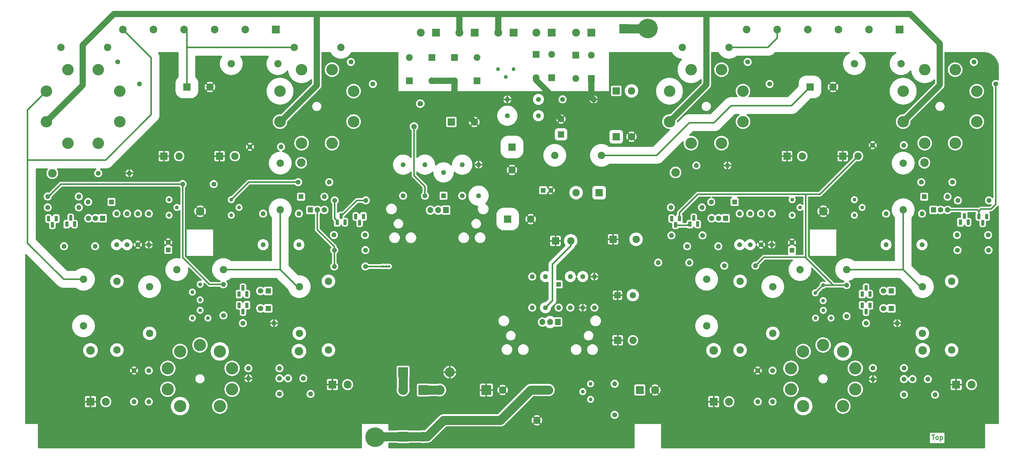
<source format=gbr>
G04 #@! TF.GenerationSoftware,KiCad,Pcbnew,7.0.8*
G04 #@! TF.CreationDate,2023-12-15T22:05:10+00:00*
G04 #@! TF.ProjectId,BabyHuey,42616279-4875-4657-992e-6b696361645f,1*
G04 #@! TF.SameCoordinates,Original*
G04 #@! TF.FileFunction,Copper,L1,Top*
G04 #@! TF.FilePolarity,Positive*
%FSLAX46Y46*%
G04 Gerber Fmt 4.6, Leading zero omitted, Abs format (unit mm)*
G04 Created by KiCad (PCBNEW 7.0.8) date 2023-12-15 22:05:10*
%MOMM*%
%LPD*%
G01*
G04 APERTURE LIST*
G04 Aperture macros list*
%AMRoundRect*
0 Rectangle with rounded corners*
0 $1 Rounding radius*
0 $2 $3 $4 $5 $6 $7 $8 $9 X,Y pos of 4 corners*
0 Add a 4 corners polygon primitive as box body*
4,1,4,$2,$3,$4,$5,$6,$7,$8,$9,$2,$3,0*
0 Add four circle primitives for the rounded corners*
1,1,$1+$1,$2,$3*
1,1,$1+$1,$4,$5*
1,1,$1+$1,$6,$7*
1,1,$1+$1,$8,$9*
0 Add four rect primitives between the rounded corners*
20,1,$1+$1,$2,$3,$4,$5,0*
20,1,$1+$1,$4,$5,$6,$7,0*
20,1,$1+$1,$6,$7,$8,$9,0*
20,1,$1+$1,$8,$9,$2,$3,0*%
%AMHorizOval*
0 Thick line with rounded ends*
0 $1 width*
0 $2 $3 position (X,Y) of the first rounded end (center of the circle)*
0 $4 $5 position (X,Y) of the second rounded end (center of the circle)*
0 Add line between two ends*
20,1,$1,$2,$3,$4,$5,0*
0 Add two circle primitives to create the rounded ends*
1,1,$1,$2,$3*
1,1,$1,$4,$5*%
G04 Aperture macros list end*
%ADD10C,0.300000*%
G04 #@! TA.AperFunction,NonConductor*
%ADD11C,0.300000*%
G04 #@! TD*
G04 #@! TA.AperFunction,ComponentPad*
%ADD12C,1.600000*%
G04 #@! TD*
G04 #@! TA.AperFunction,ComponentPad*
%ADD13R,1.800000X1.800000*%
G04 #@! TD*
G04 #@! TA.AperFunction,ComponentPad*
%ADD14C,1.800000*%
G04 #@! TD*
G04 #@! TA.AperFunction,ComponentPad*
%ADD15RoundRect,0.249999X-1.300001X-1.300001X1.300001X-1.300001X1.300001X1.300001X-1.300001X1.300001X0*%
G04 #@! TD*
G04 #@! TA.AperFunction,ComponentPad*
%ADD16C,0.800000*%
G04 #@! TD*
G04 #@! TA.AperFunction,ComponentPad*
%ADD17C,6.400000*%
G04 #@! TD*
G04 #@! TA.AperFunction,ComponentPad*
%ADD18R,1.717500X1.800000*%
G04 #@! TD*
G04 #@! TA.AperFunction,ComponentPad*
%ADD19O,1.717500X1.800000*%
G04 #@! TD*
G04 #@! TA.AperFunction,ComponentPad*
%ADD20C,1.260000*%
G04 #@! TD*
G04 #@! TA.AperFunction,ComponentPad*
%ADD21C,2.800000*%
G04 #@! TD*
G04 #@! TA.AperFunction,ComponentPad*
%ADD22R,1.100000X1.800000*%
G04 #@! TD*
G04 #@! TA.AperFunction,ComponentPad*
%ADD23RoundRect,0.275000X0.275000X0.625000X-0.275000X0.625000X-0.275000X-0.625000X0.275000X-0.625000X0*%
G04 #@! TD*
G04 #@! TA.AperFunction,ComponentPad*
%ADD24RoundRect,0.275000X-0.275000X-0.625000X0.275000X-0.625000X0.275000X0.625000X-0.275000X0.625000X0*%
G04 #@! TD*
G04 #@! TA.AperFunction,ComponentPad*
%ADD25R,2.400000X2.400000*%
G04 #@! TD*
G04 #@! TA.AperFunction,ComponentPad*
%ADD26C,2.400000*%
G04 #@! TD*
G04 #@! TA.AperFunction,ComponentPad*
%ADD27R,3.200000X3.200000*%
G04 #@! TD*
G04 #@! TA.AperFunction,ComponentPad*
%ADD28O,3.200000X3.200000*%
G04 #@! TD*
G04 #@! TA.AperFunction,ComponentPad*
%ADD29R,2.600000X2.600000*%
G04 #@! TD*
G04 #@! TA.AperFunction,ComponentPad*
%ADD30C,2.600000*%
G04 #@! TD*
G04 #@! TA.AperFunction,ComponentPad*
%ADD31R,2.500000X2.500000*%
G04 #@! TD*
G04 #@! TA.AperFunction,ComponentPad*
%ADD32C,2.500000*%
G04 #@! TD*
G04 #@! TA.AperFunction,ComponentPad*
%ADD33R,2.200000X2.200000*%
G04 #@! TD*
G04 #@! TA.AperFunction,ComponentPad*
%ADD34O,2.200000X2.200000*%
G04 #@! TD*
G04 #@! TA.AperFunction,ComponentPad*
%ADD35O,1.600000X1.600000*%
G04 #@! TD*
G04 #@! TA.AperFunction,ComponentPad*
%ADD36O,2.400000X2.400000*%
G04 #@! TD*
G04 #@! TA.AperFunction,ComponentPad*
%ADD37HorizOval,1.600000X0.000000X0.000000X0.000000X0.000000X0*%
G04 #@! TD*
G04 #@! TA.AperFunction,ComponentPad*
%ADD38R,1.600000X1.600000*%
G04 #@! TD*
G04 #@! TA.AperFunction,ComponentPad*
%ADD39R,2.000000X2.000000*%
G04 #@! TD*
G04 #@! TA.AperFunction,ComponentPad*
%ADD40C,2.000000*%
G04 #@! TD*
G04 #@! TA.AperFunction,ComponentPad*
%ADD41R,1.905000X2.000000*%
G04 #@! TD*
G04 #@! TA.AperFunction,ComponentPad*
%ADD42O,1.905000X2.000000*%
G04 #@! TD*
G04 #@! TA.AperFunction,ComponentPad*
%ADD43C,4.000000*%
G04 #@! TD*
G04 #@! TA.AperFunction,ComponentPad*
%ADD44O,3.750000X3.750000*%
G04 #@! TD*
G04 #@! TA.AperFunction,ViaPad*
%ADD45C,0.800000*%
G04 #@! TD*
G04 #@! TA.AperFunction,Conductor*
%ADD46C,3.000000*%
G04 #@! TD*
G04 #@! TA.AperFunction,Conductor*
%ADD47C,2.000000*%
G04 #@! TD*
G04 #@! TA.AperFunction,Conductor*
%ADD48C,0.500000*%
G04 #@! TD*
G04 APERTURE END LIST*
D10*
D11*
X346956286Y-189932328D02*
X347813429Y-189932328D01*
X347384857Y-191432328D02*
X347384857Y-189932328D01*
X348527714Y-191432328D02*
X348384857Y-191360900D01*
X348384857Y-191360900D02*
X348313428Y-191289471D01*
X348313428Y-191289471D02*
X348242000Y-191146614D01*
X348242000Y-191146614D02*
X348242000Y-190718042D01*
X348242000Y-190718042D02*
X348313428Y-190575185D01*
X348313428Y-190575185D02*
X348384857Y-190503757D01*
X348384857Y-190503757D02*
X348527714Y-190432328D01*
X348527714Y-190432328D02*
X348742000Y-190432328D01*
X348742000Y-190432328D02*
X348884857Y-190503757D01*
X348884857Y-190503757D02*
X348956286Y-190575185D01*
X348956286Y-190575185D02*
X349027714Y-190718042D01*
X349027714Y-190718042D02*
X349027714Y-191146614D01*
X349027714Y-191146614D02*
X348956286Y-191289471D01*
X348956286Y-191289471D02*
X348884857Y-191360900D01*
X348884857Y-191360900D02*
X348742000Y-191432328D01*
X348742000Y-191432328D02*
X348527714Y-191432328D01*
X349670571Y-190432328D02*
X349670571Y-191932328D01*
X349670571Y-190503757D02*
X349813429Y-190432328D01*
X349813429Y-190432328D02*
X350099143Y-190432328D01*
X350099143Y-190432328D02*
X350242000Y-190503757D01*
X350242000Y-190503757D02*
X350313429Y-190575185D01*
X350313429Y-190575185D02*
X350384857Y-190718042D01*
X350384857Y-190718042D02*
X350384857Y-191146614D01*
X350384857Y-191146614D02*
X350313429Y-191289471D01*
X350313429Y-191289471D02*
X350242000Y-191360900D01*
X350242000Y-191360900D02*
X350099143Y-191432328D01*
X350099143Y-191432328D02*
X349813429Y-191432328D01*
X349813429Y-191432328D02*
X349670571Y-191360900D01*
D12*
X136652000Y-171450000D03*
X141652000Y-171450000D03*
D13*
X130175000Y-142875000D03*
D14*
X127635000Y-142875000D03*
D15*
X246380000Y-57150000D03*
D16*
X162730000Y-190670000D03*
X163432944Y-188972944D03*
X163432944Y-192367056D03*
X165130000Y-188270000D03*
D17*
X165130000Y-190670000D03*
D16*
X165130000Y-193070000D03*
X166827056Y-188972944D03*
X166827056Y-192367056D03*
X167530000Y-190670000D03*
X251770000Y-57110000D03*
X252472944Y-55412944D03*
X252472944Y-58807056D03*
X254170000Y-54710000D03*
D17*
X254170000Y-57110000D03*
D16*
X254170000Y-59510000D03*
X255867056Y-55412944D03*
X255867056Y-58807056D03*
X256570000Y-57110000D03*
D18*
X143946500Y-116395500D03*
D19*
X146236500Y-116395500D03*
X148526500Y-116395500D03*
D20*
X105410000Y-151765000D03*
X107950000Y-149225000D03*
X110490000Y-151765000D03*
D21*
X344490000Y-100965000D03*
X311470000Y-116840000D03*
X263210000Y-104140000D03*
X343916000Y-162306000D03*
X275656000Y-162306000D03*
D20*
X321630000Y-113030000D03*
X324170000Y-115570000D03*
X321630000Y-118110000D03*
X301310000Y-113030000D03*
X303850000Y-115570000D03*
X301310000Y-118110000D03*
X308930000Y-151765000D03*
X311470000Y-149225000D03*
X314010000Y-151765000D03*
D18*
X347466500Y-116395500D03*
D19*
X349756500Y-116395500D03*
X352046500Y-116395500D03*
D22*
X364810000Y-118535500D03*
D23*
X363540000Y-120605500D03*
X362270000Y-118535500D03*
D22*
X267909000Y-121050000D03*
D24*
X269179000Y-118980000D03*
X270449000Y-121050000D03*
D18*
X279593000Y-119126000D03*
D19*
X277303000Y-119126000D03*
X275013000Y-119126000D03*
D22*
X356237500Y-120415000D03*
D24*
X357507500Y-118345000D03*
X358777500Y-120415000D03*
D22*
X264480000Y-119234000D03*
D23*
X263210000Y-121304000D03*
X261940000Y-119234000D03*
D22*
X324170000Y-143910000D03*
D24*
X325440000Y-141840000D03*
X326710000Y-143910000D03*
D22*
X326710000Y-147555000D03*
D23*
X325440000Y-149625000D03*
X324170000Y-147555000D03*
D13*
X333695000Y-142875000D03*
D14*
X331155000Y-142875000D03*
D13*
X333695000Y-148590000D03*
D14*
X331155000Y-148590000D03*
D25*
X307152000Y-76200000D03*
D26*
X314652000Y-76200000D03*
D12*
X340614000Y-171704000D03*
X345614000Y-171704000D03*
D27*
X174244000Y-169418000D03*
D28*
X189484000Y-169418000D03*
D27*
X201422000Y-175260000D03*
D28*
X186182000Y-175260000D03*
D27*
X174244000Y-190500000D03*
D28*
X174244000Y-175260000D03*
D27*
X180848000Y-175260000D03*
D28*
X180848000Y-190500000D03*
D26*
X221742000Y-175260000D03*
X206742000Y-175260000D03*
D21*
X140970000Y-100965000D03*
X107950000Y-116840000D03*
X59690000Y-104394000D03*
D22*
X152717500Y-120415000D03*
D24*
X153987500Y-118345000D03*
X155257500Y-120415000D03*
D29*
X184992000Y-58420000D03*
D30*
X179992000Y-58420000D03*
D29*
X235712000Y-58420000D03*
D30*
X230712000Y-58420000D03*
D29*
X197612000Y-58420000D03*
D30*
X192612000Y-58420000D03*
D29*
X210312000Y-58420000D03*
D30*
X205312000Y-58420000D03*
D29*
X222758000Y-58420000D03*
D30*
X217758000Y-58420000D03*
D29*
X72136000Y-179078000D03*
D30*
X77136000Y-179078000D03*
D29*
X151130000Y-173490000D03*
D30*
X156130000Y-173490000D03*
D29*
X354878000Y-173490000D03*
D30*
X359878000Y-173490000D03*
D31*
X132696000Y-57404000D03*
D32*
X122696000Y-57404000D03*
X112696000Y-57404000D03*
X102696000Y-57404000D03*
X92696000Y-57404000D03*
X82696000Y-57404000D03*
D31*
X336404000Y-57404000D03*
D32*
X326404000Y-57404000D03*
X316404000Y-57404000D03*
X306404000Y-57404000D03*
X296404000Y-57404000D03*
X286404000Y-57404000D03*
D33*
X230632000Y-65786000D03*
D34*
X230632000Y-73406000D03*
D12*
X208280000Y-85598000D03*
D35*
X218440000Y-85598000D03*
D12*
X218440000Y-80264000D03*
D35*
X208280000Y-80264000D03*
D12*
X133858000Y-176530000D03*
D35*
X144018000Y-176530000D03*
D12*
X133858000Y-171450000D03*
D35*
X123698000Y-171450000D03*
D12*
X91186000Y-168910000D03*
D35*
X91186000Y-179070000D03*
D12*
X151765000Y-129540000D03*
D35*
X161925000Y-129540000D03*
D12*
X161798000Y-124587000D03*
D35*
X151638000Y-124587000D03*
D12*
X151892000Y-113284000D03*
D35*
X162052000Y-113284000D03*
D26*
X100330000Y-135890000D03*
D36*
X115570000Y-135890000D03*
D12*
X88174103Y-75220103D03*
D37*
X80989898Y-68035898D03*
D12*
X164374103Y-75220000D03*
D37*
X157189898Y-68035795D03*
D12*
X74676000Y-104394000D03*
D35*
X84836000Y-104394000D03*
D12*
X124206000Y-95758000D03*
D35*
X134366000Y-95758000D03*
D26*
X77724000Y-63246000D03*
D36*
X62484000Y-63246000D03*
D26*
X133350000Y-68580000D03*
D36*
X118110000Y-68580000D03*
D12*
X337820000Y-176784000D03*
D35*
X347980000Y-176784000D03*
D12*
X319090000Y-151130000D03*
D35*
X319090000Y-140970000D03*
D12*
X290068000Y-168910000D03*
D35*
X290068000Y-179070000D03*
D12*
X337820000Y-171704000D03*
D35*
X327660000Y-171704000D03*
D12*
X325440000Y-153416000D03*
D35*
X335600000Y-153416000D03*
D12*
X294894000Y-168910000D03*
D35*
X294894000Y-179070000D03*
D12*
X327660000Y-168084500D03*
D35*
X337820000Y-168084500D03*
D26*
X294960000Y-156718000D03*
D36*
X294960000Y-141478000D03*
D26*
X343855000Y-141478000D03*
D36*
X343855000Y-156718000D03*
D12*
X291150000Y-127762000D03*
D35*
X291150000Y-117602000D03*
D12*
X294640000Y-117602000D03*
D35*
X294640000Y-127762000D03*
D12*
X287594000Y-127762000D03*
D35*
X287594000Y-117602000D03*
D12*
X331978000Y-117602000D03*
D35*
X331978000Y-127762000D03*
D12*
X343474000Y-107315000D03*
D35*
X353634000Y-107315000D03*
D12*
X267020000Y-128270000D03*
D35*
X277180000Y-128270000D03*
D12*
X355285000Y-129540000D03*
D35*
X365445000Y-129540000D03*
D12*
X284165000Y-127762000D03*
D35*
X284165000Y-117602000D03*
D12*
X343728000Y-127762000D03*
D35*
X343728000Y-117602000D03*
D12*
X261686000Y-115570000D03*
D35*
X271846000Y-115570000D03*
D12*
X365318000Y-124587000D03*
D35*
X355158000Y-124587000D03*
D12*
X272034000Y-124714000D03*
D35*
X261874000Y-124714000D03*
D12*
X355412000Y-113284000D03*
D35*
X365572000Y-113284000D03*
D26*
X303850000Y-135890000D03*
D36*
X319090000Y-135890000D03*
D26*
X273370000Y-154305000D03*
D36*
X273370000Y-139065000D03*
D26*
X337566000Y-116332000D03*
D36*
X337566000Y-101092000D03*
D12*
X293950205Y-75220000D03*
D37*
X286766000Y-68035795D03*
D12*
X367828103Y-75220000D03*
D37*
X360643898Y-68035795D03*
D12*
X270002000Y-101854000D03*
D35*
X280162000Y-101854000D03*
D12*
X327599000Y-95250000D03*
D35*
X337759000Y-95250000D03*
D26*
X336870000Y-68580000D03*
D36*
X321630000Y-68580000D03*
D12*
X58166000Y-115570000D03*
D35*
X68326000Y-115570000D03*
D12*
X80645000Y-127762000D03*
D35*
X80645000Y-117602000D03*
D12*
X87630000Y-127762000D03*
D35*
X87630000Y-117602000D03*
D22*
X64389000Y-121050000D03*
D24*
X65659000Y-118980000D03*
X66929000Y-121050000D03*
D22*
X60960000Y-119234000D03*
D23*
X59690000Y-121304000D03*
X58420000Y-119234000D03*
D20*
X97790000Y-113030000D03*
X100330000Y-115570000D03*
X97790000Y-118110000D03*
D12*
X68326000Y-112014000D03*
D35*
X58166000Y-112014000D03*
D33*
X191008000Y-66548000D03*
D34*
X191008000Y-74168000D03*
D33*
X183642000Y-66548000D03*
D34*
X183642000Y-74168000D03*
D33*
X176276000Y-74168000D03*
D34*
X176276000Y-66548000D03*
D33*
X198374000Y-74168000D03*
D34*
X198374000Y-66548000D03*
D26*
X153924000Y-63246000D03*
D36*
X138684000Y-63246000D03*
D14*
X177800000Y-89154000D03*
X179850000Y-81654000D03*
D25*
X189992000Y-87630000D03*
D26*
X197492000Y-87630000D03*
D25*
X208400000Y-119380000D03*
D26*
X215900000Y-119380000D03*
D25*
X244310041Y-159004000D03*
D26*
X249310041Y-159004000D03*
X353380000Y-139700000D03*
X353380000Y-162200000D03*
X284292000Y-139700000D03*
X284292000Y-162200000D03*
D25*
X299612000Y-98806000D03*
D26*
X304612000Y-98806000D03*
D25*
X317820000Y-98806000D03*
D26*
X322820000Y-98806000D03*
D38*
X140906500Y-112077500D03*
D35*
X148526500Y-112077500D03*
D38*
X282514000Y-113792000D03*
D35*
X274894000Y-113792000D03*
D38*
X344426500Y-112077500D03*
D35*
X352046500Y-112077500D03*
D26*
X217932000Y-185166000D03*
D36*
X187452000Y-185166000D03*
D25*
X238252000Y-110744000D03*
D26*
X230752000Y-110744000D03*
D25*
X242824000Y-125984000D03*
D26*
X250324000Y-125984000D03*
D25*
X243840000Y-92456000D03*
D26*
X248840000Y-92456000D03*
D25*
X243840000Y-77470000D03*
D26*
X248840000Y-77470000D03*
D39*
X225806000Y-91694000D03*
D40*
X225806000Y-86694000D03*
D12*
X193548000Y-111760000D03*
D35*
X193548000Y-101600000D03*
D12*
X198882000Y-111760000D03*
D35*
X198882000Y-101600000D03*
D12*
X181356000Y-111760000D03*
D35*
X181356000Y-101600000D03*
D41*
X188214000Y-116459000D03*
D42*
X185674000Y-116459000D03*
X183134000Y-116459000D03*
D12*
X139954000Y-107315000D03*
D35*
X150114000Y-107315000D03*
D26*
X80772000Y-139700000D03*
X80772000Y-162200000D03*
X149860000Y-139700000D03*
X149860000Y-162200000D03*
D38*
X187452000Y-111760000D03*
D35*
X187452000Y-104140000D03*
D26*
X69850000Y-154305000D03*
D36*
X69850000Y-139065000D03*
D13*
X130175000Y-148590000D03*
D14*
X127635000Y-148590000D03*
D12*
X123698000Y-168148000D03*
D35*
X133858000Y-168148000D03*
D22*
X120650000Y-143910000D03*
D24*
X121920000Y-141840000D03*
X123190000Y-143910000D03*
D12*
X121920000Y-153416000D03*
D35*
X132080000Y-153416000D03*
D22*
X123190000Y-147555000D03*
D23*
X121920000Y-149625000D03*
X120650000Y-147555000D03*
D26*
X91440000Y-156718000D03*
D36*
X91440000Y-141478000D03*
D21*
X72136000Y-162306000D03*
D12*
X112395000Y-107950000D03*
D35*
X102235000Y-107950000D03*
D12*
X161925000Y-134874000D03*
D35*
X151765000Y-134874000D03*
D12*
X279146000Y-134620000D03*
D35*
X289306000Y-134620000D03*
D12*
X257556000Y-133604000D03*
D35*
X267716000Y-133604000D03*
D33*
X235712000Y-73406000D03*
D34*
X235712000Y-65786000D03*
D12*
X84074000Y-127762000D03*
D35*
X84074000Y-117602000D03*
D25*
X96092000Y-98806000D03*
D26*
X101092000Y-98806000D03*
D12*
X63500000Y-128270000D03*
D35*
X73660000Y-128270000D03*
D18*
X76073000Y-119126000D03*
D19*
X73783000Y-119126000D03*
X71493000Y-119126000D03*
D33*
X217678000Y-65532000D03*
D34*
X217678000Y-73152000D03*
D22*
X161290000Y-118535500D03*
D23*
X160020000Y-120605500D03*
X158750000Y-118535500D03*
D38*
X97536000Y-129475112D03*
D12*
X97536000Y-126975112D03*
D25*
X114300000Y-98806000D03*
D26*
X119300000Y-98806000D03*
D25*
X103632000Y-76200000D03*
D26*
X111132000Y-76200000D03*
D25*
X223990041Y-126492000D03*
D26*
X228990041Y-126492000D03*
D12*
X174244000Y-101600000D03*
D35*
X174244000Y-111760000D03*
D33*
X222758000Y-73152000D03*
D34*
X222758000Y-65532000D03*
D38*
X219964000Y-109982000D03*
D12*
X222464000Y-109982000D03*
X226314000Y-80264000D03*
D35*
X236474000Y-80264000D03*
D25*
X209804000Y-95836220D03*
D26*
X209804000Y-103336220D03*
D38*
X225044000Y-140716000D03*
D35*
X225044000Y-148336000D03*
D12*
X236728000Y-148336000D03*
D35*
X236728000Y-138176000D03*
D12*
X216408000Y-138176000D03*
D35*
X216408000Y-148336000D03*
D12*
X228854000Y-148336000D03*
D35*
X228854000Y-138176000D03*
D12*
X232918000Y-138176000D03*
D35*
X232918000Y-148336000D03*
D12*
X220726000Y-148336000D03*
D35*
X220726000Y-138176000D03*
D41*
X224790000Y-153035000D03*
D42*
X222250000Y-153035000D03*
X219710000Y-153035000D03*
D39*
X244266323Y-144272000D03*
D40*
X249266323Y-144272000D03*
D12*
X140208000Y-127762000D03*
D35*
X140208000Y-117602000D03*
D12*
X91186000Y-117602000D03*
D35*
X91186000Y-127762000D03*
D26*
X134112000Y-116332000D03*
D36*
X134112000Y-101092000D03*
D12*
X128524000Y-117602000D03*
D35*
X128524000Y-127762000D03*
D26*
X140335000Y-141478000D03*
D36*
X140335000Y-156718000D03*
D21*
X140208000Y-162560000D03*
D20*
X118110000Y-113030000D03*
X120650000Y-115570000D03*
X118110000Y-118110000D03*
D38*
X78994000Y-113792000D03*
D35*
X71374000Y-113792000D03*
D12*
X115570000Y-150876000D03*
D35*
X115570000Y-140716000D03*
D20*
X235458000Y-178308000D03*
X232918000Y-175768000D03*
X235458000Y-173228000D03*
D29*
X251540000Y-175268000D03*
D30*
X256540000Y-175268000D03*
D12*
X243332000Y-183388000D03*
D35*
X243332000Y-173228000D03*
D12*
X86360000Y-168910000D03*
D35*
X86360000Y-179070000D03*
D29*
X275670000Y-179078000D03*
D30*
X280670000Y-179078000D03*
D26*
X280670000Y-63246000D03*
D36*
X265430000Y-63246000D03*
D26*
X223774000Y-98552000D03*
D36*
X239014000Y-98552000D03*
D38*
X301244000Y-129540000D03*
D12*
X301244000Y-127040000D03*
D20*
X107950000Y-145781000D03*
X105410000Y-143241000D03*
X107950000Y-140701000D03*
X210312000Y-70358000D03*
X207772000Y-72898000D03*
X205232000Y-70358000D03*
X311404000Y-146035000D03*
X308864000Y-143495000D03*
X311404000Y-140955000D03*
D43*
X101401000Y-180521800D03*
X97390000Y-175001700D03*
X97390000Y-168178300D03*
X101400600Y-162658200D03*
X107890000Y-160549600D03*
X114379400Y-162658200D03*
X118390000Y-168178300D03*
X118390000Y-175001700D03*
X114379400Y-180521800D03*
D44*
X64755116Y-94560433D03*
X57719567Y-87524884D03*
X57719567Y-77575116D03*
X64755116Y-70539567D03*
X74704884Y-70539567D03*
X81740433Y-77575116D03*
X81740433Y-87524884D03*
X74704884Y-94560433D03*
X141075116Y-94560433D03*
X134039567Y-87524884D03*
X134039567Y-77575116D03*
X141075116Y-70539567D03*
X151024884Y-70539567D03*
X158060433Y-77575116D03*
X158060433Y-87524884D03*
X151024884Y-94560433D03*
D43*
X304921000Y-180521800D03*
X300910000Y-175001700D03*
X300910000Y-168178300D03*
X304920600Y-162658200D03*
X311410000Y-160549600D03*
X317899400Y-162658200D03*
X321910000Y-168178300D03*
X321910000Y-175001700D03*
X317899400Y-180521800D03*
D44*
X344595116Y-94560433D03*
X337559567Y-87524884D03*
X337559567Y-77575116D03*
X344595116Y-70539567D03*
X354544884Y-70539567D03*
X361580433Y-77575116D03*
X361580433Y-87524884D03*
X354544884Y-94560433D03*
X268275116Y-94560433D03*
X261239567Y-87524884D03*
X261239567Y-77575116D03*
X268275116Y-70539567D03*
X278224884Y-70539567D03*
X285260433Y-77575116D03*
X285260433Y-87524884D03*
X278224884Y-94560433D03*
D45*
X167640000Y-134874000D03*
X168656000Y-134874000D03*
X169672000Y-134874000D03*
D46*
X215900000Y-175260000D02*
X221742000Y-175260000D01*
X187452000Y-185166000D02*
X205994000Y-185166000D01*
X180848000Y-190500000D02*
X182118000Y-190500000D01*
X205994000Y-185166000D02*
X215900000Y-175260000D01*
X182118000Y-190500000D02*
X187452000Y-185166000D01*
X165100000Y-190500000D02*
X173609000Y-190500000D01*
X174244000Y-190500000D02*
X180848000Y-190500000D01*
D47*
X217678000Y-73152000D02*
X217678000Y-73914000D01*
X235712000Y-79502000D02*
X236474000Y-80264000D01*
X191008000Y-74168000D02*
X191008000Y-81146000D01*
X217678000Y-73914000D02*
X223012000Y-79248000D01*
X191008000Y-81146000D02*
X197492000Y-87630000D01*
X183642000Y-74168000D02*
X191008000Y-74168000D01*
X223012000Y-83900000D02*
X225806000Y-86694000D01*
X235712000Y-73406000D02*
X235712000Y-79502000D01*
X223012000Y-79248000D02*
X223012000Y-83900000D01*
D48*
X161925000Y-134874000D02*
X169672000Y-134874000D01*
X123825000Y-107315000D02*
X139954000Y-107315000D01*
X118110000Y-113030000D02*
X123825000Y-107315000D01*
X181356000Y-111760000D02*
X181356000Y-108712000D01*
X181356000Y-108712000D02*
X177800000Y-105156000D01*
X177800000Y-105156000D02*
X177800000Y-89154000D01*
D46*
X180848000Y-175260000D02*
X186182000Y-175260000D01*
X174244000Y-175260000D02*
X174244000Y-169418000D01*
D47*
X69596000Y-75648451D02*
X57719567Y-87524884D01*
X273304000Y-52324000D02*
X273304000Y-75460451D01*
X146050000Y-75692000D02*
X146050000Y-52324000D01*
X134217116Y-87524884D02*
X146050000Y-75692000D01*
X69596000Y-62484000D02*
X69596000Y-75648451D01*
X339852000Y-52324000D02*
X349504000Y-61976000D01*
X349504000Y-61976000D02*
X349504000Y-75580451D01*
X79756000Y-52324000D02*
X69596000Y-62484000D01*
X273304000Y-75460451D02*
X261239567Y-87524884D01*
X192612000Y-58420000D02*
X192612000Y-52324000D01*
X205312000Y-52324000D02*
X205312000Y-58420000D01*
X192612000Y-52324000D02*
X79756000Y-52324000D01*
X134039567Y-87524884D02*
X134217116Y-87524884D01*
X349504000Y-75580451D02*
X337559567Y-87524884D01*
X192532000Y-52324000D02*
X339852000Y-52324000D01*
D48*
X58420000Y-112014000D02*
X58166000Y-112014000D01*
X151892000Y-119189500D02*
X152717500Y-120015000D01*
X58420000Y-112014000D02*
X62484000Y-107950000D01*
X115570000Y-140716000D02*
X110998000Y-140716000D01*
X102235000Y-131953000D02*
X102235000Y-107950000D01*
X110998000Y-140716000D02*
X102235000Y-131953000D01*
X62484000Y-107950000D02*
X102235000Y-107950000D01*
X151892000Y-113284000D02*
X151892000Y-119189500D01*
X146236500Y-122868500D02*
X146236500Y-116395500D01*
X151765000Y-134874000D02*
X151765000Y-128397000D01*
X151765000Y-128397000D02*
X146236500Y-122868500D01*
X103632000Y-58340000D02*
X103632000Y-76200000D01*
X103632000Y-63246000D02*
X138684000Y-63246000D01*
X102696000Y-57404000D02*
X103632000Y-58340000D01*
X314706000Y-140970000D02*
X305755000Y-132019000D01*
X311419000Y-140970000D02*
X311404000Y-140955000D01*
X270510000Y-111252000D02*
X305755000Y-111252000D01*
X305755000Y-111252000D02*
X310374000Y-111252000D01*
X292100000Y-131826000D02*
X305816000Y-131826000D01*
X308864000Y-143495000D02*
X311404000Y-140955000D01*
X319090000Y-140970000D02*
X311419000Y-140970000D01*
X264480000Y-119634000D02*
X264480000Y-117282000D01*
X305755000Y-132019000D02*
X305755000Y-111252000D01*
X264480000Y-117282000D02*
X270510000Y-111252000D01*
X310374000Y-111252000D02*
X322820000Y-98806000D01*
X289306000Y-134620000D02*
X292100000Y-131826000D01*
D46*
X246380000Y-57150000D02*
X254000000Y-57150000D01*
D48*
X159131000Y-113284000D02*
X153987500Y-118427500D01*
X153987500Y-118427500D02*
X153987500Y-118745000D01*
X162052000Y-113284000D02*
X159131000Y-113284000D01*
X239014000Y-98552000D02*
X257048000Y-98552000D01*
X301056000Y-82296000D02*
X307152000Y-76200000D01*
X275794023Y-87884000D02*
X281382023Y-82296000D01*
X267716000Y-87884000D02*
X275794023Y-87884000D01*
X281382023Y-82296000D02*
X301056000Y-82296000D01*
X257048000Y-98552000D02*
X267716000Y-87884000D01*
X267147000Y-121412000D02*
X267909000Y-120650000D01*
X263718000Y-121412000D02*
X267147000Y-121412000D01*
X263210000Y-120904000D02*
X263718000Y-121412000D01*
X361759500Y-116395500D02*
X362270000Y-116906000D01*
X362270000Y-116774000D02*
X362966000Y-116078000D01*
X362270000Y-118935500D02*
X362270000Y-116774000D01*
X367792000Y-75256103D02*
X367828103Y-75220000D01*
X352046500Y-116395500D02*
X361759500Y-116395500D01*
X362966000Y-116078000D02*
X366268000Y-116078000D01*
X366268000Y-116078000D02*
X367792000Y-114554000D01*
X367792000Y-114554000D02*
X367792000Y-75256103D01*
X51562000Y-127254000D02*
X51562000Y-83732683D01*
X82696000Y-57404000D02*
X91948000Y-66656000D01*
X77089000Y-100076000D02*
X51562000Y-100076000D01*
X51562000Y-83732683D02*
X57719567Y-77575116D01*
X91948000Y-66656000D02*
X91948000Y-85217000D01*
X69850000Y-139065000D02*
X63373000Y-139065000D01*
X91948000Y-85217000D02*
X77089000Y-100076000D01*
X63373000Y-139065000D02*
X51562000Y-127254000D01*
X280670000Y-63246000D02*
X293370000Y-63246000D01*
X293370000Y-63246000D02*
X296404000Y-60212000D01*
X296404000Y-60212000D02*
X296404000Y-57404000D01*
X115570000Y-135890000D02*
X134112000Y-135890000D01*
X134112000Y-135890000D02*
X134112000Y-116332000D01*
X140335000Y-141478000D02*
X139700000Y-141478000D01*
X139700000Y-141478000D02*
X134112000Y-135890000D01*
X337566000Y-135890000D02*
X337566000Y-116332000D01*
X319090000Y-135890000D02*
X337566000Y-135890000D01*
X343154000Y-141478000D02*
X337566000Y-135890000D01*
X343855000Y-141478000D02*
X343154000Y-141478000D01*
X222994489Y-146067511D02*
X222994489Y-134129511D01*
X222994489Y-134129511D02*
X228990041Y-128133959D01*
X228990041Y-128133959D02*
X228990041Y-126492000D01*
X220726000Y-148336000D02*
X222994489Y-146067511D01*
G04 #@! TA.AperFunction,Conductor*
G36*
X100725319Y-64789258D02*
G01*
X100807398Y-64844102D01*
X100862242Y-64926181D01*
X100881500Y-65023000D01*
X100881500Y-72914178D01*
X100862242Y-73010997D01*
X100807398Y-73093076D01*
X100783572Y-73114082D01*
X100775124Y-73120634D01*
X100775120Y-73120639D01*
X100552634Y-73343125D01*
X100359799Y-73591726D01*
X100359794Y-73591735D01*
X100199640Y-73862538D01*
X100199633Y-73862551D01*
X100074675Y-74151313D01*
X99986898Y-74453444D01*
X99986893Y-74453463D01*
X99937676Y-74764206D01*
X99937674Y-74764225D01*
X99931500Y-74895152D01*
X99931500Y-77504848D01*
X99937674Y-77635774D01*
X99937676Y-77635793D01*
X99984540Y-77931677D01*
X99986895Y-77946546D01*
X100038047Y-78122613D01*
X100074675Y-78248686D01*
X100199633Y-78537448D01*
X100199640Y-78537461D01*
X100359794Y-78808264D01*
X100359799Y-78808273D01*
X100552634Y-79056874D01*
X100552639Y-79056880D01*
X100775120Y-79279361D01*
X100775125Y-79279365D01*
X101023726Y-79472200D01*
X101023728Y-79472201D01*
X101023732Y-79472204D01*
X101173140Y-79560564D01*
X101239959Y-79600081D01*
X101294552Y-79632367D01*
X101583311Y-79757324D01*
X101885454Y-79845105D01*
X102196217Y-79894325D01*
X102261688Y-79897412D01*
X102327152Y-79900500D01*
X102327160Y-79900500D01*
X104936848Y-79900500D01*
X104998460Y-79897594D01*
X105067783Y-79894325D01*
X105378546Y-79845105D01*
X105680689Y-79757324D01*
X105969448Y-79632367D01*
X106240268Y-79472204D01*
X106488880Y-79279361D01*
X106711361Y-79056880D01*
X106904204Y-78808268D01*
X107064367Y-78537448D01*
X107189324Y-78248689D01*
X107277105Y-77946546D01*
X107326325Y-77635783D01*
X107332500Y-77504840D01*
X107332500Y-76200000D01*
X109419211Y-76200000D01*
X109438341Y-76455278D01*
X109495307Y-76704859D01*
X109588828Y-76943148D01*
X109588830Y-76943151D01*
X109716828Y-77164850D01*
X109757251Y-77215537D01*
X110567569Y-76405218D01*
X110607901Y-76502588D01*
X110704075Y-76627925D01*
X110829412Y-76724099D01*
X110926779Y-76764429D01*
X110116421Y-77574787D01*
X110275609Y-77683321D01*
X110506241Y-77794387D01*
X110506250Y-77794391D01*
X110750863Y-77869844D01*
X110750877Y-77869847D01*
X111004003Y-77908000D01*
X111259997Y-77908000D01*
X111513122Y-77869847D01*
X111513136Y-77869844D01*
X111757749Y-77794391D01*
X111757758Y-77794387D01*
X111988380Y-77683327D01*
X111988400Y-77683314D01*
X112147083Y-77575125D01*
X129659105Y-77575125D01*
X129678939Y-77991498D01*
X129738264Y-78404116D01*
X129836542Y-78809230D01*
X129836544Y-78809235D01*
X129970295Y-79195681D01*
X129972889Y-79203174D01*
X130007684Y-79279365D01*
X130143168Y-79576035D01*
X130146060Y-79582366D01*
X130146060Y-79582367D01*
X130354483Y-79943365D01*
X130354488Y-79943373D01*
X130596291Y-80282938D01*
X130869278Y-80597981D01*
X130869281Y-80597983D01*
X130869282Y-80597985D01*
X131077160Y-80796196D01*
X131170974Y-80885648D01*
X131498650Y-81143335D01*
X131849336Y-81368707D01*
X131849342Y-81368710D01*
X131849347Y-81368713D01*
X132219858Y-81559725D01*
X132219861Y-81559726D01*
X132606855Y-81714655D01*
X132606856Y-81714655D01*
X132606858Y-81714656D01*
X133006834Y-81832100D01*
X133416162Y-81910991D01*
X133831136Y-81950616D01*
X133831143Y-81950616D01*
X134247991Y-81950616D01*
X134247998Y-81950616D01*
X134662972Y-81910991D01*
X135072300Y-81832100D01*
X135472276Y-81714656D01*
X135859277Y-81559724D01*
X136229798Y-81368707D01*
X136580484Y-81143335D01*
X136908160Y-80885648D01*
X137209856Y-80597981D01*
X137482843Y-80282938D01*
X137724646Y-79943373D01*
X137933077Y-79582360D01*
X138106247Y-79203169D01*
X138242590Y-78809235D01*
X138340868Y-78404124D01*
X138400194Y-77991505D01*
X138411325Y-77757833D01*
X138420029Y-77575125D01*
X138420029Y-77575106D01*
X138405178Y-77263351D01*
X138400194Y-77158727D01*
X138340868Y-76746108D01*
X138242590Y-76340997D01*
X138106247Y-75947063D01*
X137933077Y-75567872D01*
X137933073Y-75567865D01*
X137933073Y-75567864D01*
X137724650Y-75206866D01*
X137724646Y-75206859D01*
X137482843Y-74867294D01*
X137209856Y-74552251D01*
X137186682Y-74530155D01*
X136908159Y-74264583D01*
X136686364Y-74090162D01*
X136580484Y-74006897D01*
X136580482Y-74006896D01*
X136580480Y-74006894D01*
X136580470Y-74006888D01*
X136229803Y-73781528D01*
X136229786Y-73781518D01*
X135859275Y-73590506D01*
X135859272Y-73590505D01*
X135472278Y-73435576D01*
X135072303Y-73318133D01*
X135072300Y-73318132D01*
X135072297Y-73318131D01*
X135072292Y-73318130D01*
X134662979Y-73239242D01*
X134662958Y-73239239D01*
X134248016Y-73199617D01*
X134248003Y-73199616D01*
X134247998Y-73199616D01*
X133831136Y-73199616D01*
X133831131Y-73199616D01*
X133831117Y-73199617D01*
X133416175Y-73239239D01*
X133416154Y-73239242D01*
X133006841Y-73318130D01*
X133006830Y-73318133D01*
X132606855Y-73435576D01*
X132219861Y-73590505D01*
X132219858Y-73590506D01*
X131849347Y-73781518D01*
X131849330Y-73781528D01*
X131498663Y-74006888D01*
X131498653Y-74006894D01*
X131170974Y-74264583D01*
X130869282Y-74552246D01*
X130859657Y-74563354D01*
X130596291Y-74867294D01*
X130459649Y-75059181D01*
X130354483Y-75206866D01*
X130146060Y-75567864D01*
X130146060Y-75567865D01*
X129972889Y-75947057D01*
X129836544Y-76340996D01*
X129836542Y-76341001D01*
X129738264Y-76746115D01*
X129678939Y-77158733D01*
X129659105Y-77575106D01*
X129659105Y-77575125D01*
X112147083Y-77575125D01*
X112147577Y-77574788D01*
X112147578Y-77574788D01*
X111337219Y-76764429D01*
X111434588Y-76724099D01*
X111559925Y-76627925D01*
X111656099Y-76502589D01*
X111696430Y-76405220D01*
X112506747Y-77215537D01*
X112547172Y-77164849D01*
X112547178Y-77164839D01*
X112675166Y-76943157D01*
X112675171Y-76943148D01*
X112768692Y-76704859D01*
X112825658Y-76455278D01*
X112844788Y-76200000D01*
X112825658Y-75944721D01*
X112768692Y-75695140D01*
X112675171Y-75456851D01*
X112675166Y-75456842D01*
X112547180Y-75235162D01*
X112547175Y-75235156D01*
X112506747Y-75184461D01*
X111696429Y-75994779D01*
X111656099Y-75897412D01*
X111559925Y-75772075D01*
X111434588Y-75675901D01*
X111337218Y-75635569D01*
X112147578Y-74825211D01*
X111988396Y-74716682D01*
X111988389Y-74716678D01*
X111757758Y-74605612D01*
X111757749Y-74605608D01*
X111513136Y-74530155D01*
X111513122Y-74530152D01*
X111259997Y-74492000D01*
X111004003Y-74492000D01*
X110750877Y-74530152D01*
X110750863Y-74530155D01*
X110506250Y-74605608D01*
X110506247Y-74605610D01*
X110275609Y-74716679D01*
X110116421Y-74825211D01*
X110926780Y-75635570D01*
X110829412Y-75675901D01*
X110704075Y-75772075D01*
X110607901Y-75897411D01*
X110567569Y-75994779D01*
X109757250Y-75184460D01*
X109716829Y-75235149D01*
X109716828Y-75235150D01*
X109588830Y-75456848D01*
X109588828Y-75456851D01*
X109495307Y-75695140D01*
X109438341Y-75944721D01*
X109419211Y-76200000D01*
X107332500Y-76200000D01*
X107332500Y-74895160D01*
X107326325Y-74764217D01*
X107277105Y-74453454D01*
X107189324Y-74151311D01*
X107064367Y-73862552D01*
X107057002Y-73850099D01*
X106990321Y-73737348D01*
X106904204Y-73591732D01*
X106904201Y-73591728D01*
X106904200Y-73591726D01*
X106711365Y-73343125D01*
X106711361Y-73343120D01*
X106488875Y-73120634D01*
X106480428Y-73114082D01*
X106415732Y-73039522D01*
X106384494Y-72945879D01*
X106382500Y-72914178D01*
X106382500Y-66249500D01*
X106401758Y-66152681D01*
X106456602Y-66070602D01*
X106538681Y-66015758D01*
X106635500Y-65996500D01*
X114910136Y-65996500D01*
X115006955Y-66015758D01*
X115089034Y-66070602D01*
X115143878Y-66152681D01*
X115163136Y-66249500D01*
X115143878Y-66346319D01*
X115114816Y-66398212D01*
X115112126Y-66401912D01*
X115112124Y-66401916D01*
X115012739Y-66554956D01*
X114900873Y-66727214D01*
X114863017Y-66801511D01*
X114724786Y-67072806D01*
X114724784Y-67072810D01*
X114724783Y-67072813D01*
X114585783Y-67434919D01*
X114485398Y-67809563D01*
X114485397Y-67809569D01*
X114424721Y-68192660D01*
X114424720Y-68192667D01*
X114404422Y-68579994D01*
X114404422Y-68580005D01*
X114424720Y-68967332D01*
X114424721Y-68967339D01*
X114485397Y-69350430D01*
X114485398Y-69350436D01*
X114585783Y-69725080D01*
X114603027Y-69770001D01*
X114724786Y-70087194D01*
X114900875Y-70432789D01*
X115112124Y-70758084D01*
X115122035Y-70770323D01*
X115356210Y-71059506D01*
X115356222Y-71059519D01*
X115630480Y-71333777D01*
X115630493Y-71333789D01*
X115776196Y-71451776D01*
X115931916Y-71577876D01*
X116257211Y-71789125D01*
X116602806Y-71965214D01*
X116964913Y-72104214D01*
X116964920Y-72104216D01*
X116964919Y-72104216D01*
X117339563Y-72204601D01*
X117339567Y-72204602D01*
X117531114Y-72234940D01*
X117722660Y-72265278D01*
X117722667Y-72265279D01*
X118109995Y-72285578D01*
X118110000Y-72285578D01*
X118110005Y-72285578D01*
X118497332Y-72265279D01*
X118497339Y-72265278D01*
X118593111Y-72250109D01*
X118880433Y-72204602D01*
X119255087Y-72104214D01*
X119617194Y-71965214D01*
X119962789Y-71789125D01*
X120288084Y-71577876D01*
X120589516Y-71333781D01*
X120863781Y-71059516D01*
X121107876Y-70758084D01*
X121319125Y-70432789D01*
X121495214Y-70087194D01*
X121634214Y-69725087D01*
X121660903Y-69625484D01*
X121734601Y-69350436D01*
X121734602Y-69350433D01*
X121783454Y-69041993D01*
X121795278Y-68967339D01*
X121795279Y-68967332D01*
X121815578Y-68580005D01*
X121815578Y-68579994D01*
X121795279Y-68192667D01*
X121795278Y-68192660D01*
X121743254Y-67864195D01*
X121734602Y-67809567D01*
X121734133Y-67807815D01*
X121634216Y-67434919D01*
X121634214Y-67434913D01*
X121495214Y-67072806D01*
X121319125Y-66727211D01*
X121107876Y-66401916D01*
X121107863Y-66401900D01*
X121105184Y-66398212D01*
X121104484Y-66396695D01*
X121104267Y-66396360D01*
X121104315Y-66396328D01*
X121063855Y-66308565D01*
X121059978Y-66209925D01*
X121094144Y-66117310D01*
X121161152Y-66044820D01*
X121250799Y-66003491D01*
X121309864Y-65996500D01*
X130150136Y-65996500D01*
X130246955Y-66015758D01*
X130329034Y-66070602D01*
X130383878Y-66152681D01*
X130403136Y-66249500D01*
X130383878Y-66346319D01*
X130354816Y-66398212D01*
X130352126Y-66401912D01*
X130352124Y-66401916D01*
X130252739Y-66554956D01*
X130140873Y-66727214D01*
X130103017Y-66801511D01*
X129964786Y-67072806D01*
X129964784Y-67072810D01*
X129964783Y-67072813D01*
X129825783Y-67434919D01*
X129725398Y-67809563D01*
X129725397Y-67809569D01*
X129664721Y-68192660D01*
X129664720Y-68192667D01*
X129644422Y-68579994D01*
X129644422Y-68580005D01*
X129664720Y-68967332D01*
X129664721Y-68967339D01*
X129725397Y-69350430D01*
X129725398Y-69350436D01*
X129825783Y-69725080D01*
X129843027Y-69770001D01*
X129964786Y-70087194D01*
X130140875Y-70432789D01*
X130352124Y-70758084D01*
X130362035Y-70770323D01*
X130596210Y-71059506D01*
X130596222Y-71059519D01*
X130870480Y-71333777D01*
X130870493Y-71333789D01*
X131016196Y-71451776D01*
X131171916Y-71577876D01*
X131497211Y-71789125D01*
X131842806Y-71965214D01*
X132204913Y-72104214D01*
X132204920Y-72104216D01*
X132204919Y-72104216D01*
X132579563Y-72204601D01*
X132579567Y-72204602D01*
X132771114Y-72234940D01*
X132962660Y-72265278D01*
X132962667Y-72265279D01*
X133349995Y-72285578D01*
X133350000Y-72285578D01*
X133350005Y-72285578D01*
X133737332Y-72265279D01*
X133737339Y-72265278D01*
X133833111Y-72250109D01*
X134120433Y-72204602D01*
X134495087Y-72104214D01*
X134857194Y-71965214D01*
X135202789Y-71789125D01*
X135528084Y-71577876D01*
X135829516Y-71333781D01*
X136103781Y-71059516D01*
X136270460Y-70853684D01*
X136346353Y-70790565D01*
X136440628Y-70761291D01*
X136538930Y-70770323D01*
X136626292Y-70816286D01*
X136689415Y-70892183D01*
X136717500Y-70976899D01*
X136773813Y-71368567D01*
X136872091Y-71773681D01*
X136872093Y-71773686D01*
X136986491Y-72104216D01*
X137008438Y-72167625D01*
X137025325Y-72204602D01*
X137162820Y-72505676D01*
X137181609Y-72546817D01*
X137181609Y-72546818D01*
X137390032Y-72907816D01*
X137390037Y-72907824D01*
X137631840Y-73247389D01*
X137904827Y-73562432D01*
X137904830Y-73562434D01*
X137904831Y-73562436D01*
X138170323Y-73815582D01*
X138206523Y-73850099D01*
X138534199Y-74107786D01*
X138884885Y-74333158D01*
X138884891Y-74333161D01*
X138884896Y-74333164D01*
X139255407Y-74524176D01*
X139255410Y-74524177D01*
X139642404Y-74679106D01*
X139642405Y-74679106D01*
X139642407Y-74679107D01*
X140042383Y-74796551D01*
X140451711Y-74875442D01*
X140866685Y-74915067D01*
X140866692Y-74915067D01*
X141283540Y-74915067D01*
X141283547Y-74915067D01*
X141698521Y-74875442D01*
X142107849Y-74796551D01*
X142507825Y-74679107D01*
X142894826Y-74524175D01*
X143265347Y-74333158D01*
X143616033Y-74107786D01*
X143943709Y-73850099D01*
X144113911Y-73687811D01*
X144197271Y-73634938D01*
X144294521Y-73617989D01*
X144390854Y-73639546D01*
X144471605Y-73696327D01*
X144524479Y-73779688D01*
X144541500Y-73870917D01*
X144541500Y-74962362D01*
X144522242Y-75059181D01*
X144467398Y-75141260D01*
X134526822Y-85081835D01*
X134444743Y-85136679D01*
X134347924Y-85155937D01*
X134331378Y-85155395D01*
X134039573Y-85136270D01*
X134039563Y-85136270D01*
X133727802Y-85156703D01*
X133727796Y-85156704D01*
X133727791Y-85156704D01*
X133727790Y-85156705D01*
X133690950Y-85164033D01*
X133421346Y-85217660D01*
X133421339Y-85217662D01*
X133125484Y-85318091D01*
X133125483Y-85318092D01*
X132845262Y-85456282D01*
X132845259Y-85456284D01*
X132585473Y-85629867D01*
X132585466Y-85629873D01*
X132350562Y-85835879D01*
X132144556Y-86070783D01*
X132144550Y-86070790D01*
X131970967Y-86330576D01*
X131970965Y-86330579D01*
X131832775Y-86610800D01*
X131832774Y-86610801D01*
X131732345Y-86906656D01*
X131732343Y-86906663D01*
X131732343Y-86906665D01*
X131673583Y-87202075D01*
X131671387Y-87213113D01*
X131671386Y-87213119D01*
X131650953Y-87524879D01*
X131650953Y-87524888D01*
X131671386Y-87836648D01*
X131671387Y-87836654D01*
X131671387Y-87836658D01*
X131671388Y-87836661D01*
X131675974Y-87859716D01*
X131732343Y-88143104D01*
X131732345Y-88143111D01*
X131832774Y-88438966D01*
X131832775Y-88438967D01*
X131970965Y-88719188D01*
X131970967Y-88719191D01*
X132144552Y-88978980D01*
X132350562Y-89213889D01*
X132585471Y-89419899D01*
X132845260Y-89593484D01*
X133125484Y-89731676D01*
X133390598Y-89821670D01*
X133421348Y-89832108D01*
X133727790Y-89893063D01*
X133727799Y-89893063D01*
X133727802Y-89893064D01*
X134039563Y-89913498D01*
X134039567Y-89913498D01*
X134039571Y-89913498D01*
X134351331Y-89893064D01*
X134351332Y-89893063D01*
X134351344Y-89893063D01*
X134657786Y-89832108D01*
X134953650Y-89731676D01*
X135233874Y-89593484D01*
X135493663Y-89419899D01*
X135728572Y-89213889D01*
X135934582Y-88978980D01*
X136108167Y-88719191D01*
X136246359Y-88438967D01*
X136346791Y-88143103D01*
X136407746Y-87836661D01*
X136421291Y-87630000D01*
X136427405Y-87536726D01*
X136430577Y-87524888D01*
X155671819Y-87524888D01*
X155692252Y-87836648D01*
X155692253Y-87836654D01*
X155692253Y-87836658D01*
X155692254Y-87836661D01*
X155696840Y-87859716D01*
X155753209Y-88143104D01*
X155753211Y-88143111D01*
X155853640Y-88438966D01*
X155853641Y-88438967D01*
X155991831Y-88719188D01*
X155991833Y-88719191D01*
X156165418Y-88978980D01*
X156371428Y-89213889D01*
X156606337Y-89419899D01*
X156866126Y-89593484D01*
X157146350Y-89731676D01*
X157411464Y-89821670D01*
X157442214Y-89832108D01*
X157748656Y-89893063D01*
X157748665Y-89893063D01*
X157748668Y-89893064D01*
X158060429Y-89913498D01*
X158060433Y-89913498D01*
X158060437Y-89913498D01*
X158372197Y-89893064D01*
X158372198Y-89893063D01*
X158372210Y-89893063D01*
X158678652Y-89832108D01*
X158974516Y-89731676D01*
X159254740Y-89593484D01*
X159514529Y-89419899D01*
X159749438Y-89213889D01*
X159955448Y-88978980D01*
X160129033Y-88719191D01*
X160267225Y-88438967D01*
X160367657Y-88143103D01*
X160428612Y-87836661D01*
X160434587Y-87745500D01*
X160449047Y-87524888D01*
X160449047Y-87524879D01*
X160428613Y-87213119D01*
X160428612Y-87213113D01*
X160428612Y-87213107D01*
X160367657Y-86906665D01*
X160267225Y-86610801D01*
X160129033Y-86330577D01*
X159955448Y-86070788D01*
X159749438Y-85835879D01*
X159514529Y-85629869D01*
X159466834Y-85598000D01*
X204974652Y-85598000D01*
X204994027Y-85955365D01*
X204994028Y-85955376D01*
X205051929Y-86308552D01*
X205051932Y-86308568D01*
X205147674Y-86653399D01*
X205280146Y-86985879D01*
X205280150Y-86985887D01*
X205438897Y-87285313D01*
X205447789Y-87302085D01*
X205447792Y-87302090D01*
X205447796Y-87302096D01*
X205648631Y-87598306D01*
X205880336Y-87871091D01*
X205985604Y-87970805D01*
X206140163Y-88117211D01*
X206425081Y-88333800D01*
X206731747Y-88518315D01*
X207056565Y-88668591D01*
X207283833Y-88745167D01*
X207395722Y-88782867D01*
X207395724Y-88782867D01*
X207395726Y-88782868D01*
X207745254Y-88859805D01*
X208101052Y-88898500D01*
X208101053Y-88898500D01*
X208458947Y-88898500D01*
X208458948Y-88898500D01*
X208814746Y-88859805D01*
X209164274Y-88782868D01*
X209503435Y-88668591D01*
X209828253Y-88518315D01*
X210134919Y-88333800D01*
X210419837Y-88117211D01*
X210679668Y-87871086D01*
X210911365Y-87598311D01*
X211112211Y-87302085D01*
X211279853Y-86985880D01*
X211412324Y-86653403D01*
X211475706Y-86425122D01*
X211508067Y-86308568D01*
X211508067Y-86308563D01*
X211508071Y-86308552D01*
X211565972Y-85955371D01*
X211585348Y-85598000D01*
X216634451Y-85598000D01*
X216654617Y-85867103D01*
X216714666Y-86130195D01*
X216800112Y-86347905D01*
X216813258Y-86381400D01*
X216838501Y-86425122D01*
X216948185Y-86615102D01*
X217116439Y-86826085D01*
X217314259Y-87009635D01*
X217537226Y-87161651D01*
X217537229Y-87161652D01*
X217537233Y-87161655D01*
X217537235Y-87161656D01*
X217673926Y-87227482D01*
X217780360Y-87278738D01*
X217780361Y-87278739D01*
X217851784Y-87300769D01*
X218038228Y-87358280D01*
X218305071Y-87398500D01*
X218574929Y-87398500D01*
X218841772Y-87358280D01*
X219099641Y-87278738D01*
X219229214Y-87216339D01*
X219342765Y-87161656D01*
X219342767Y-87161655D01*
X219342767Y-87161654D01*
X219342775Y-87161651D01*
X219565741Y-87009635D01*
X219763561Y-86826085D01*
X219868896Y-86694000D01*
X224293337Y-86694000D01*
X224311959Y-86930629D01*
X224367372Y-87161440D01*
X224458208Y-87380738D01*
X224572896Y-87567891D01*
X225321638Y-86819149D01*
X225346507Y-86903844D01*
X225424239Y-87024798D01*
X225532900Y-87118952D01*
X225663685Y-87178680D01*
X225678412Y-87180797D01*
X224932107Y-87927101D01*
X225119264Y-88041792D01*
X225338559Y-88132627D01*
X225569370Y-88188040D01*
X225805999Y-88206663D01*
X225806001Y-88206663D01*
X226042629Y-88188040D01*
X226273442Y-88132626D01*
X226492731Y-88041794D01*
X226679891Y-87927101D01*
X225933587Y-87180797D01*
X225948315Y-87178680D01*
X226079100Y-87118952D01*
X226187761Y-87024798D01*
X226265493Y-86903844D01*
X226290360Y-86819150D01*
X227039101Y-87567891D01*
X227153794Y-87380731D01*
X227244626Y-87161442D01*
X227300040Y-86930629D01*
X227318663Y-86694000D01*
X227318663Y-86693999D01*
X227300040Y-86457370D01*
X227244627Y-86226559D01*
X227153792Y-86007264D01*
X227039101Y-85820107D01*
X226290360Y-86568848D01*
X226265493Y-86484156D01*
X226187761Y-86363202D01*
X226079100Y-86269048D01*
X225948315Y-86209320D01*
X225933585Y-86207202D01*
X226679892Y-85460896D01*
X226492738Y-85346208D01*
X226273440Y-85255372D01*
X226042629Y-85199959D01*
X225806001Y-85181337D01*
X225805999Y-85181337D01*
X225569370Y-85199959D01*
X225338559Y-85255372D01*
X225119260Y-85346209D01*
X224932106Y-85460896D01*
X225678412Y-86207202D01*
X225663685Y-86209320D01*
X225532900Y-86269048D01*
X225424239Y-86363202D01*
X225346507Y-86484156D01*
X225321639Y-86568849D01*
X224572896Y-85820106D01*
X224458209Y-86007260D01*
X224367372Y-86226559D01*
X224311959Y-86457370D01*
X224293337Y-86693999D01*
X224293337Y-86694000D01*
X219868896Y-86694000D01*
X219931815Y-86615102D01*
X220066743Y-86381398D01*
X220165334Y-86130195D01*
X220225383Y-85867103D01*
X220245549Y-85598000D01*
X220225383Y-85328897D01*
X220165334Y-85065805D01*
X220066743Y-84814602D01*
X219931815Y-84580898D01*
X219763561Y-84369915D01*
X219565741Y-84186365D01*
X219342775Y-84034349D01*
X219342772Y-84034347D01*
X219342767Y-84034344D01*
X219342765Y-84034343D01*
X219099647Y-83917264D01*
X219099638Y-83917260D01*
X218899281Y-83855459D01*
X218841772Y-83837720D01*
X218574929Y-83797500D01*
X218305071Y-83797500D01*
X218038228Y-83837720D01*
X217780361Y-83917260D01*
X217780358Y-83917262D01*
X217537235Y-84034343D01*
X217537233Y-84034344D01*
X217314257Y-84186366D01*
X217116439Y-84369914D01*
X216948186Y-84580896D01*
X216813258Y-84814599D01*
X216790548Y-84872463D01*
X216714666Y-85065805D01*
X216654617Y-85328897D01*
X216634451Y-85598000D01*
X211585348Y-85598000D01*
X211565972Y-85240629D01*
X211508071Y-84887448D01*
X211508068Y-84887438D01*
X211508067Y-84887431D01*
X211412325Y-84542600D01*
X211401233Y-84514762D01*
X211279853Y-84210120D01*
X211267259Y-84186366D01*
X211186662Y-84034344D01*
X211112211Y-83893915D01*
X211006612Y-83738168D01*
X210911368Y-83597693D01*
X210887626Y-83569742D01*
X210679668Y-83324914D01*
X210679663Y-83324908D01*
X210500091Y-83154810D01*
X210419837Y-83078789D01*
X210134919Y-82862200D01*
X209828253Y-82677685D01*
X209503435Y-82527409D01*
X209487619Y-82522080D01*
X209164277Y-82413132D01*
X209164271Y-82413131D01*
X208814744Y-82336194D01*
X208502363Y-82302221D01*
X208458948Y-82297500D01*
X208101052Y-82297500D01*
X208062358Y-82301708D01*
X207745255Y-82336194D01*
X207395728Y-82413131D01*
X207395722Y-82413132D01*
X207056576Y-82527405D01*
X207056571Y-82527406D01*
X207056565Y-82527409D01*
X206906290Y-82596933D01*
X206731748Y-82677684D01*
X206425082Y-82862199D01*
X206140163Y-83078789D01*
X205880336Y-83324908D01*
X205648631Y-83597693D01*
X205447796Y-83893903D01*
X205447783Y-83893925D01*
X205280150Y-84210112D01*
X205280146Y-84210120D01*
X205147674Y-84542600D01*
X205051932Y-84887431D01*
X205051929Y-84887447D01*
X204994028Y-85240623D01*
X204994027Y-85240634D01*
X204974652Y-85598000D01*
X159466834Y-85598000D01*
X159254740Y-85456284D01*
X159254737Y-85456282D01*
X158974516Y-85318092D01*
X158974515Y-85318091D01*
X158678660Y-85217662D01*
X158678653Y-85217660D01*
X158552762Y-85192619D01*
X158372210Y-85156705D01*
X158372207Y-85156704D01*
X158372203Y-85156704D01*
X158372197Y-85156703D01*
X158060437Y-85136270D01*
X158060429Y-85136270D01*
X157748668Y-85156703D01*
X157748662Y-85156704D01*
X157748657Y-85156704D01*
X157748656Y-85156705D01*
X157711816Y-85164033D01*
X157442212Y-85217660D01*
X157442205Y-85217662D01*
X157146350Y-85318091D01*
X157146349Y-85318092D01*
X156866128Y-85456282D01*
X156866125Y-85456284D01*
X156606339Y-85629867D01*
X156606332Y-85629873D01*
X156371428Y-85835879D01*
X156165422Y-86070783D01*
X156165416Y-86070790D01*
X155991833Y-86330576D01*
X155991831Y-86330579D01*
X155853641Y-86610800D01*
X155853640Y-86610801D01*
X155753211Y-86906656D01*
X155753209Y-86906663D01*
X155753209Y-86906665D01*
X155694449Y-87202075D01*
X155692253Y-87213113D01*
X155692252Y-87213119D01*
X155671819Y-87524879D01*
X155671819Y-87524888D01*
X136430577Y-87524888D01*
X136452954Y-87441374D01*
X136500962Y-87374378D01*
X141201001Y-82674339D01*
X144549500Y-82674339D01*
X144580848Y-82862199D01*
X144590429Y-82919614D01*
X144671172Y-83154810D01*
X144789526Y-83373509D01*
X144789528Y-83373512D01*
X144789529Y-83373513D01*
X144942256Y-83569737D01*
X144942258Y-83569739D01*
X144942262Y-83569744D01*
X145125215Y-83738164D01*
X145125220Y-83738167D01*
X145125220Y-83738168D01*
X145333389Y-83874171D01*
X145333391Y-83874172D01*
X145333393Y-83874173D01*
X145561119Y-83974063D01*
X145802179Y-84035108D01*
X145876480Y-84041264D01*
X145987930Y-84050500D01*
X145987933Y-84050500D01*
X146112070Y-84050500D01*
X146204944Y-84042804D01*
X146297821Y-84035108D01*
X146538881Y-83974063D01*
X146766607Y-83874173D01*
X146974785Y-83738164D01*
X147157738Y-83569744D01*
X147310474Y-83373509D01*
X147428828Y-83154810D01*
X147509571Y-82919614D01*
X147550500Y-82674335D01*
X147550500Y-82425665D01*
X147509571Y-82180386D01*
X147428828Y-81945190D01*
X147310474Y-81726491D01*
X147254052Y-81654000D01*
X178436673Y-81654000D01*
X178455948Y-81886623D01*
X178455949Y-81886629D01*
X178493091Y-82033298D01*
X178513251Y-82112907D01*
X178598452Y-82307145D01*
X178607019Y-82326675D01*
X178671693Y-82425665D01*
X178734686Y-82522083D01*
X178892780Y-82693818D01*
X178892784Y-82693821D01*
X178892786Y-82693823D01*
X179076981Y-82837189D01*
X179076990Y-82837194D01*
X179179628Y-82892738D01*
X179282273Y-82948287D01*
X179503049Y-83024080D01*
X179503053Y-83024080D01*
X179503054Y-83024081D01*
X179733284Y-83062500D01*
X179733288Y-83062500D01*
X179966715Y-83062500D01*
X180196945Y-83024081D01*
X180196944Y-83024081D01*
X180196951Y-83024080D01*
X180417727Y-82948287D01*
X180623017Y-82837190D01*
X180807220Y-82693818D01*
X180965314Y-82522083D01*
X181092984Y-82326669D01*
X181186749Y-82112907D01*
X181244051Y-81886626D01*
X181263327Y-81654000D01*
X181244051Y-81421374D01*
X181186749Y-81195093D01*
X181092984Y-80981331D01*
X181092981Y-80981326D01*
X181092980Y-80981324D01*
X181009804Y-80854015D01*
X180965314Y-80785917D01*
X180807220Y-80614182D01*
X180807215Y-80614178D01*
X180807213Y-80614176D01*
X180623018Y-80470810D01*
X180623009Y-80470805D01*
X180417733Y-80359716D01*
X180417725Y-80359712D01*
X180196945Y-80283918D01*
X179966715Y-80245500D01*
X179966712Y-80245500D01*
X179733288Y-80245500D01*
X179733285Y-80245500D01*
X179503054Y-80283918D01*
X179282274Y-80359712D01*
X179282266Y-80359716D01*
X179076990Y-80470805D01*
X179076981Y-80470810D01*
X178892786Y-80614176D01*
X178892780Y-80614182D01*
X178734684Y-80785919D01*
X178607019Y-80981324D01*
X178513251Y-81195093D01*
X178513250Y-81195096D01*
X178455949Y-81421370D01*
X178455948Y-81421376D01*
X178436673Y-81654000D01*
X147254052Y-81654000D01*
X147194508Y-81577498D01*
X147157743Y-81530262D01*
X147157741Y-81530260D01*
X147157738Y-81530256D01*
X146974785Y-81361836D01*
X146974779Y-81361832D01*
X146974779Y-81361831D01*
X146766610Y-81225828D01*
X146671263Y-81184005D01*
X146538881Y-81125937D01*
X146532870Y-81124414D01*
X146297823Y-81064892D01*
X146297818Y-81064891D01*
X146112070Y-81049500D01*
X146112067Y-81049500D01*
X145987933Y-81049500D01*
X145987930Y-81049500D01*
X145802181Y-81064891D01*
X145802176Y-81064892D01*
X145561122Y-81125936D01*
X145561119Y-81125937D01*
X145333389Y-81225828D01*
X145125220Y-81361831D01*
X145125220Y-81361832D01*
X145125217Y-81361834D01*
X145125215Y-81361836D01*
X144983727Y-81492085D01*
X144942261Y-81530257D01*
X144942256Y-81530262D01*
X144789529Y-81726486D01*
X144789526Y-81726489D01*
X144789526Y-81726491D01*
X144671172Y-81945190D01*
X144632639Y-82057431D01*
X144590429Y-82180385D01*
X144590428Y-82180389D01*
X144549500Y-82425660D01*
X144549500Y-82674339D01*
X141201001Y-82674339D01*
X143865342Y-80009999D01*
X206993917Y-80009999D01*
X206993918Y-80010000D01*
X207968314Y-80010000D01*
X207952359Y-80025955D01*
X207894835Y-80138852D01*
X207875014Y-80264000D01*
X207894835Y-80389148D01*
X207952359Y-80502045D01*
X207968314Y-80518000D01*
X206993918Y-80518000D01*
X207046186Y-80713067D01*
X207142913Y-80920499D01*
X207274184Y-81107974D01*
X207274189Y-81107980D01*
X207436019Y-81269810D01*
X207436025Y-81269815D01*
X207623500Y-81401086D01*
X207830932Y-81497813D01*
X208025999Y-81550082D01*
X208026000Y-81550081D01*
X208026000Y-80575686D01*
X208041955Y-80591641D01*
X208154852Y-80649165D01*
X208248519Y-80664000D01*
X208311481Y-80664000D01*
X208405148Y-80649165D01*
X208518045Y-80591641D01*
X208534000Y-80575686D01*
X208534000Y-81550082D01*
X208729067Y-81497813D01*
X208936499Y-81401086D01*
X209123974Y-81269815D01*
X209123980Y-81269810D01*
X209285810Y-81107980D01*
X209285815Y-81107974D01*
X209417086Y-80920499D01*
X209513813Y-80713067D01*
X209566082Y-80518000D01*
X208591686Y-80518000D01*
X208607641Y-80502045D01*
X208665165Y-80389148D01*
X208684986Y-80264000D01*
X216634451Y-80264000D01*
X216654617Y-80533103D01*
X216714666Y-80796195D01*
X216813257Y-81047398D01*
X216813258Y-81047400D01*
X216823357Y-81064892D01*
X216948185Y-81281102D01*
X217116439Y-81492085D01*
X217314259Y-81675635D01*
X217537226Y-81827651D01*
X217537229Y-81827652D01*
X217537233Y-81827655D01*
X217537235Y-81827656D01*
X217659695Y-81886629D01*
X217780360Y-81944738D01*
X217780361Y-81944739D01*
X217851784Y-81966769D01*
X218038228Y-82024280D01*
X218305071Y-82064500D01*
X218574929Y-82064500D01*
X218841772Y-82024280D01*
X219099641Y-81944738D01*
X219220318Y-81886623D01*
X219342765Y-81827656D01*
X219342767Y-81827655D01*
X219342767Y-81827654D01*
X219342775Y-81827651D01*
X219565741Y-81675635D01*
X219763561Y-81492085D01*
X219931815Y-81281102D01*
X220066743Y-81047398D01*
X220165334Y-80796195D01*
X220225383Y-80533103D01*
X220245549Y-80264003D01*
X225000502Y-80264003D01*
X225020455Y-80492082D01*
X225048831Y-80597981D01*
X225079716Y-80713243D01*
X225176477Y-80920749D01*
X225176480Y-80920753D01*
X225307797Y-81108294D01*
X225307800Y-81108298D01*
X225307802Y-81108300D01*
X225469700Y-81270198D01*
X225469702Y-81270199D01*
X225469705Y-81270202D01*
X225563475Y-81335860D01*
X225657251Y-81401523D01*
X225864757Y-81498284D01*
X226085913Y-81557543D01*
X226085917Y-81557544D01*
X226313997Y-81577498D01*
X226314000Y-81577498D01*
X226314003Y-81577498D01*
X226542082Y-81557544D01*
X226542085Y-81557543D01*
X226542087Y-81557543D01*
X226763243Y-81498284D01*
X226970749Y-81401523D01*
X227158300Y-81270198D01*
X227320198Y-81108300D01*
X227451523Y-80920749D01*
X227548284Y-80713243D01*
X227607543Y-80492087D01*
X227607543Y-80492085D01*
X227607544Y-80492082D01*
X227627498Y-80264003D01*
X227627498Y-80263996D01*
X227607544Y-80035917D01*
X227604875Y-80025955D01*
X227600600Y-80009999D01*
X235187917Y-80009999D01*
X235187918Y-80010000D01*
X236162314Y-80010000D01*
X236146359Y-80025955D01*
X236088835Y-80138852D01*
X236069014Y-80264000D01*
X236088835Y-80389148D01*
X236146359Y-80502045D01*
X236162314Y-80518000D01*
X235187918Y-80518000D01*
X235240186Y-80713067D01*
X235336913Y-80920499D01*
X235468184Y-81107974D01*
X235468189Y-81107980D01*
X235630019Y-81269810D01*
X235630025Y-81269815D01*
X235817500Y-81401086D01*
X236024932Y-81497813D01*
X236219999Y-81550082D01*
X236220000Y-81550081D01*
X236220000Y-80575686D01*
X236235955Y-80591641D01*
X236348852Y-80649165D01*
X236442519Y-80664000D01*
X236505481Y-80664000D01*
X236599148Y-80649165D01*
X236712045Y-80591641D01*
X236728000Y-80575686D01*
X236728000Y-81550082D01*
X236923067Y-81497813D01*
X237130499Y-81401086D01*
X237317974Y-81269815D01*
X237317980Y-81269810D01*
X237479810Y-81107980D01*
X237479815Y-81107974D01*
X237611086Y-80920499D01*
X237707813Y-80713067D01*
X237760082Y-80518000D01*
X236785686Y-80518000D01*
X236801641Y-80502045D01*
X236859165Y-80389148D01*
X236878986Y-80264000D01*
X236859165Y-80138852D01*
X236801641Y-80025955D01*
X236785686Y-80010000D01*
X237760082Y-80010000D01*
X237760082Y-80009999D01*
X237707813Y-79814932D01*
X237611086Y-79607500D01*
X237479815Y-79420025D01*
X237479810Y-79420019D01*
X237317980Y-79258189D01*
X237317974Y-79258184D01*
X237130499Y-79126913D01*
X236923069Y-79030186D01*
X236728000Y-78977917D01*
X236728000Y-79952314D01*
X236712045Y-79936359D01*
X236599148Y-79878835D01*
X236505481Y-79864000D01*
X236442519Y-79864000D01*
X236348852Y-79878835D01*
X236235955Y-79936359D01*
X236220000Y-79952314D01*
X236220000Y-78977917D01*
X236219999Y-78977917D01*
X236024930Y-79030186D01*
X235817500Y-79126913D01*
X235630025Y-79258184D01*
X235630019Y-79258189D01*
X235468189Y-79420019D01*
X235468184Y-79420025D01*
X235336913Y-79607500D01*
X235240186Y-79814932D01*
X235187917Y-80009999D01*
X227600600Y-80009999D01*
X227548284Y-79814757D01*
X227451523Y-79607251D01*
X227356959Y-79472200D01*
X227320202Y-79419705D01*
X227320194Y-79419696D01*
X227158303Y-79257805D01*
X227158294Y-79257797D01*
X227008182Y-79152688D01*
X226970749Y-79126477D01*
X226970743Y-79126474D01*
X226970741Y-79126473D01*
X226763243Y-79029716D01*
X226542082Y-78970455D01*
X226314003Y-78950502D01*
X226313997Y-78950502D01*
X226085917Y-78970455D01*
X225864756Y-79029716D01*
X225657258Y-79126473D01*
X225657246Y-79126480D01*
X225469705Y-79257797D01*
X225469696Y-79257805D01*
X225307805Y-79419696D01*
X225307797Y-79419705D01*
X225176480Y-79607246D01*
X225176473Y-79607258D01*
X225079716Y-79814756D01*
X225020455Y-80035917D01*
X225000502Y-80263996D01*
X225000502Y-80264003D01*
X220245549Y-80264003D01*
X220245549Y-80264000D01*
X220225383Y-79994897D01*
X220165334Y-79731805D01*
X220066743Y-79480602D01*
X219931815Y-79246898D01*
X219763561Y-79035915D01*
X219565741Y-78852365D01*
X219369594Y-78718634D01*
X242131500Y-78718634D01*
X242131501Y-78718654D01*
X242138009Y-78779196D01*
X242138011Y-78779201D01*
X242189111Y-78916204D01*
X242189112Y-78916205D01*
X242189113Y-78916208D01*
X242276737Y-79033259D01*
X242276740Y-79033262D01*
X242393791Y-79120886D01*
X242393792Y-79120886D01*
X242393796Y-79120889D01*
X242530799Y-79171989D01*
X242530802Y-79171989D01*
X242530804Y-79171990D01*
X242530802Y-79171990D01*
X242579065Y-79177178D01*
X242591362Y-79178500D01*
X242591365Y-79178500D01*
X245088635Y-79178500D01*
X245088638Y-79178500D01*
X245111479Y-79176044D01*
X245149196Y-79171990D01*
X245149197Y-79171989D01*
X245149201Y-79171989D01*
X245286204Y-79120889D01*
X245403261Y-79033261D01*
X245490889Y-78916204D01*
X245541989Y-78779201D01*
X245543041Y-78769423D01*
X245548498Y-78718654D01*
X245548500Y-78718634D01*
X245548500Y-77470004D01*
X246634778Y-77470004D01*
X246653642Y-77757826D01*
X246653643Y-77757833D01*
X246709919Y-78040757D01*
X246709920Y-78040758D01*
X246802640Y-78313901D01*
X246930221Y-78572610D01*
X246937340Y-78583264D01*
X247090480Y-78812454D01*
X247280673Y-79029327D01*
X247497546Y-79219520D01*
X247631531Y-79309046D01*
X247737389Y-79379778D01*
X247996098Y-79507359D01*
X248269241Y-79600079D01*
X248269242Y-79600080D01*
X248269246Y-79600080D01*
X248269247Y-79600081D01*
X248552161Y-79656356D01*
X248552170Y-79656356D01*
X248552173Y-79656357D01*
X248839996Y-79675222D01*
X248840000Y-79675222D01*
X248840004Y-79675222D01*
X249127826Y-79656357D01*
X249127827Y-79656356D01*
X249127839Y-79656356D01*
X249410753Y-79600081D01*
X249410754Y-79600080D01*
X249410757Y-79600080D01*
X249410757Y-79600079D01*
X249683902Y-79507359D01*
X249942611Y-79379778D01*
X250182454Y-79219520D01*
X250399327Y-79029327D01*
X250589520Y-78812454D01*
X250749778Y-78572611D01*
X250877359Y-78313902D01*
X250970081Y-78040753D01*
X251026356Y-77757839D01*
X251031241Y-77683314D01*
X251038332Y-77575125D01*
X256859105Y-77575125D01*
X256878939Y-77991498D01*
X256938264Y-78404116D01*
X257036542Y-78809230D01*
X257036544Y-78809235D01*
X257170295Y-79195681D01*
X257172889Y-79203174D01*
X257207684Y-79279365D01*
X257343168Y-79576035D01*
X257346060Y-79582366D01*
X257346060Y-79582367D01*
X257554483Y-79943365D01*
X257554488Y-79943373D01*
X257796291Y-80282938D01*
X258069278Y-80597981D01*
X258069281Y-80597983D01*
X258069282Y-80597985D01*
X258277160Y-80796196D01*
X258370974Y-80885648D01*
X258698650Y-81143335D01*
X259049336Y-81368707D01*
X259049342Y-81368710D01*
X259049347Y-81368713D01*
X259419858Y-81559725D01*
X259419861Y-81559726D01*
X259806855Y-81714655D01*
X259806856Y-81714655D01*
X259806858Y-81714656D01*
X260206834Y-81832100D01*
X260616162Y-81910991D01*
X261031136Y-81950616D01*
X261031143Y-81950616D01*
X261447991Y-81950616D01*
X261447998Y-81950616D01*
X261862972Y-81910991D01*
X262272300Y-81832100D01*
X262672276Y-81714656D01*
X263059277Y-81559724D01*
X263429798Y-81368707D01*
X263780484Y-81143335D01*
X264108160Y-80885648D01*
X264409856Y-80597981D01*
X264682843Y-80282938D01*
X264924646Y-79943373D01*
X265133077Y-79582360D01*
X265306247Y-79203169D01*
X265442590Y-78809235D01*
X265540868Y-78404124D01*
X265600194Y-77991505D01*
X265611325Y-77757833D01*
X265620029Y-77575125D01*
X265620029Y-77575106D01*
X265605178Y-77263351D01*
X265600194Y-77158727D01*
X265540868Y-76746108D01*
X265442590Y-76340997D01*
X265306247Y-75947063D01*
X265133077Y-75567872D01*
X265133073Y-75567865D01*
X265133073Y-75567864D01*
X264924650Y-75206866D01*
X264924646Y-75206859D01*
X264682843Y-74867294D01*
X264409856Y-74552251D01*
X264386682Y-74530155D01*
X264108159Y-74264583D01*
X263886364Y-74090162D01*
X263780484Y-74006897D01*
X263780482Y-74006896D01*
X263780480Y-74006894D01*
X263780470Y-74006888D01*
X263429803Y-73781528D01*
X263429786Y-73781518D01*
X263059275Y-73590506D01*
X263059272Y-73590505D01*
X262672278Y-73435576D01*
X262272303Y-73318133D01*
X262272300Y-73318132D01*
X262272297Y-73318131D01*
X262272292Y-73318130D01*
X261862979Y-73239242D01*
X261862958Y-73239239D01*
X261448016Y-73199617D01*
X261448003Y-73199616D01*
X261447998Y-73199616D01*
X261031136Y-73199616D01*
X261031131Y-73199616D01*
X261031117Y-73199617D01*
X260616175Y-73239239D01*
X260616154Y-73239242D01*
X260206841Y-73318130D01*
X260206830Y-73318133D01*
X259806855Y-73435576D01*
X259419861Y-73590505D01*
X259419858Y-73590506D01*
X259049347Y-73781518D01*
X259049330Y-73781528D01*
X258698663Y-74006888D01*
X258698653Y-74006894D01*
X258370974Y-74264583D01*
X258069282Y-74552246D01*
X258059657Y-74563354D01*
X257796291Y-74867294D01*
X257659649Y-75059181D01*
X257554483Y-75206866D01*
X257346060Y-75567864D01*
X257346060Y-75567865D01*
X257172889Y-75947057D01*
X257036544Y-76340996D01*
X257036542Y-76341001D01*
X256938264Y-76746115D01*
X256878939Y-77158733D01*
X256859105Y-77575106D01*
X256859105Y-77575125D01*
X251038332Y-77575125D01*
X251045222Y-77470004D01*
X251045222Y-77469995D01*
X251026357Y-77182173D01*
X251026356Y-77182166D01*
X251026356Y-77182161D01*
X250970081Y-76899247D01*
X250970080Y-76899246D01*
X250970080Y-76899242D01*
X250970079Y-76899241D01*
X250877359Y-76626098D01*
X250749778Y-76367389D01*
X250675778Y-76256640D01*
X250589520Y-76127546D01*
X250399327Y-75910673D01*
X250182454Y-75720480D01*
X250105927Y-75669346D01*
X249942610Y-75560221D01*
X249683901Y-75432640D01*
X249410758Y-75339920D01*
X249410757Y-75339919D01*
X249183173Y-75294650D01*
X249127839Y-75283644D01*
X249127837Y-75283643D01*
X249127833Y-75283643D01*
X249127826Y-75283642D01*
X248840004Y-75264778D01*
X248839996Y-75264778D01*
X248552173Y-75283642D01*
X248552166Y-75283643D01*
X248269242Y-75339919D01*
X248269241Y-75339920D01*
X247996098Y-75432640D01*
X247737389Y-75560221D01*
X247497548Y-75720478D01*
X247497541Y-75720484D01*
X247280673Y-75910673D01*
X247090484Y-76127541D01*
X247090478Y-76127548D01*
X246930221Y-76367389D01*
X246802640Y-76626098D01*
X246709920Y-76899241D01*
X246709919Y-76899242D01*
X246653643Y-77182166D01*
X246653642Y-77182173D01*
X246634778Y-77469995D01*
X246634778Y-77470004D01*
X245548500Y-77470004D01*
X245548500Y-76221365D01*
X245548498Y-76221345D01*
X245541990Y-76160803D01*
X245535069Y-76142247D01*
X245490889Y-76023796D01*
X245490886Y-76023792D01*
X245490886Y-76023791D01*
X245403262Y-75906740D01*
X245403259Y-75906737D01*
X245286208Y-75819113D01*
X245286205Y-75819112D01*
X245286204Y-75819111D01*
X245149201Y-75768011D01*
X245149200Y-75768010D01*
X245149195Y-75768009D01*
X245149197Y-75768009D01*
X245088654Y-75761501D01*
X245088640Y-75761500D01*
X245088638Y-75761500D01*
X242591362Y-75761500D01*
X242591359Y-75761500D01*
X242591345Y-75761501D01*
X242530803Y-75768009D01*
X242422567Y-75808379D01*
X242408092Y-75813779D01*
X242393791Y-75819113D01*
X242276740Y-75906737D01*
X242276737Y-75906740D01*
X242189113Y-76023791D01*
X242189111Y-76023795D01*
X242189111Y-76023796D01*
X242183127Y-76039840D01*
X242138009Y-76160803D01*
X242131501Y-76221345D01*
X242131500Y-76221365D01*
X242131500Y-78718634D01*
X219369594Y-78718634D01*
X219342775Y-78700349D01*
X219342772Y-78700347D01*
X219342767Y-78700344D01*
X219342765Y-78700343D01*
X219099647Y-78583264D01*
X219099638Y-78583260D01*
X218899281Y-78521459D01*
X218841772Y-78503720D01*
X218574929Y-78463500D01*
X218305071Y-78463500D01*
X218038228Y-78503720D01*
X217780361Y-78583260D01*
X217780358Y-78583262D01*
X217537235Y-78700343D01*
X217537233Y-78700344D01*
X217314257Y-78852366D01*
X217116439Y-79035914D01*
X216948186Y-79246896D01*
X216813258Y-79480599D01*
X216795344Y-79526242D01*
X216714666Y-79731805D01*
X216654617Y-79994897D01*
X216634451Y-80264000D01*
X208684986Y-80264000D01*
X208665165Y-80138852D01*
X208607641Y-80025955D01*
X208591686Y-80010000D01*
X209566082Y-80010000D01*
X209566082Y-80009999D01*
X209513813Y-79814932D01*
X209417086Y-79607500D01*
X209285815Y-79420025D01*
X209285810Y-79420019D01*
X209123980Y-79258189D01*
X209123974Y-79258184D01*
X208936499Y-79126913D01*
X208729069Y-79030186D01*
X208534000Y-78977917D01*
X208534000Y-79952314D01*
X208518045Y-79936359D01*
X208405148Y-79878835D01*
X208311481Y-79864000D01*
X208248519Y-79864000D01*
X208154852Y-79878835D01*
X208041955Y-79936359D01*
X208026000Y-79952314D01*
X208026000Y-78977917D01*
X208025999Y-78977917D01*
X207830930Y-79030186D01*
X207623500Y-79126913D01*
X207436025Y-79258184D01*
X207436019Y-79258189D01*
X207274189Y-79420019D01*
X207274184Y-79420025D01*
X207142913Y-79607500D01*
X207046186Y-79814932D01*
X206993917Y-80009999D01*
X143865342Y-80009999D01*
X146300221Y-77575120D01*
X155671819Y-77575120D01*
X155692252Y-77886880D01*
X155692253Y-77886886D01*
X155692253Y-77886890D01*
X155692254Y-77886893D01*
X155713061Y-77991498D01*
X155753209Y-78193336D01*
X155753211Y-78193343D01*
X155853640Y-78489198D01*
X155853641Y-78489199D01*
X155991831Y-78769420D01*
X155991833Y-78769423D01*
X156165418Y-79029212D01*
X156371428Y-79264121D01*
X156606337Y-79470131D01*
X156866126Y-79643716D01*
X157146350Y-79781908D01*
X157431888Y-79878835D01*
X157442214Y-79882340D01*
X157748656Y-79943295D01*
X157748665Y-79943295D01*
X157748668Y-79943296D01*
X158060429Y-79963730D01*
X158060433Y-79963730D01*
X158060437Y-79963730D01*
X158372197Y-79943296D01*
X158372198Y-79943295D01*
X158372210Y-79943295D01*
X158678652Y-79882340D01*
X158974516Y-79781908D01*
X159254740Y-79643716D01*
X159514529Y-79470131D01*
X159749438Y-79264121D01*
X159955448Y-79029212D01*
X160129033Y-78769423D01*
X160267225Y-78489199D01*
X160367657Y-78193335D01*
X160428612Y-77886893D01*
X160429729Y-77869847D01*
X160449047Y-77575120D01*
X160449047Y-77575111D01*
X160428613Y-77263351D01*
X160428612Y-77263345D01*
X160428612Y-77263339D01*
X160367657Y-76956897D01*
X160348085Y-76899241D01*
X160267225Y-76661033D01*
X160129033Y-76380809D01*
X159955448Y-76121020D01*
X159749438Y-75886111D01*
X159514529Y-75680101D01*
X159254740Y-75506516D01*
X159254737Y-75506514D01*
X158974516Y-75368324D01*
X158974515Y-75368323D01*
X158678660Y-75267894D01*
X158678653Y-75267892D01*
X158575563Y-75247386D01*
X158437898Y-75220003D01*
X163060605Y-75220003D01*
X163080558Y-75448082D01*
X163139819Y-75669243D01*
X163234494Y-75872277D01*
X163236580Y-75876749D01*
X163256108Y-75904638D01*
X163367900Y-76064294D01*
X163367903Y-76064298D01*
X163367905Y-76064300D01*
X163529803Y-76226198D01*
X163529805Y-76226199D01*
X163529808Y-76226202D01*
X163601670Y-76276520D01*
X163717354Y-76357523D01*
X163924860Y-76454284D01*
X164146016Y-76513543D01*
X164146020Y-76513544D01*
X164374100Y-76533498D01*
X164374103Y-76533498D01*
X164374106Y-76533498D01*
X164602185Y-76513544D01*
X164602188Y-76513543D01*
X164602190Y-76513543D01*
X164823346Y-76454284D01*
X165030852Y-76357523D01*
X165218403Y-76226198D01*
X165380301Y-76064300D01*
X165511626Y-75876749D01*
X165608387Y-75669243D01*
X165667646Y-75448087D01*
X165667646Y-75448085D01*
X165667647Y-75448082D01*
X165687601Y-75220003D01*
X165687601Y-75219996D01*
X165667647Y-74991917D01*
X165657918Y-74955609D01*
X165608387Y-74770757D01*
X165511626Y-74563251D01*
X165434738Y-74453444D01*
X165380305Y-74375705D01*
X165380297Y-74375696D01*
X165218406Y-74213805D01*
X165218397Y-74213797D01*
X165030856Y-74082480D01*
X165030857Y-74082480D01*
X165030852Y-74082477D01*
X165030846Y-74082474D01*
X165030844Y-74082473D01*
X164823346Y-73985716D01*
X164602185Y-73926455D01*
X164374106Y-73906502D01*
X164374100Y-73906502D01*
X164146020Y-73926455D01*
X163924859Y-73985716D01*
X163717361Y-74082473D01*
X163717349Y-74082480D01*
X163529808Y-74213797D01*
X163529799Y-74213805D01*
X163367908Y-74375696D01*
X163367900Y-74375705D01*
X163236583Y-74563246D01*
X163236576Y-74563258D01*
X163139819Y-74770756D01*
X163080558Y-74991917D01*
X163060605Y-75219996D01*
X163060605Y-75220003D01*
X158437898Y-75220003D01*
X158372210Y-75206937D01*
X158372207Y-75206936D01*
X158372203Y-75206936D01*
X158372197Y-75206935D01*
X158060437Y-75186502D01*
X158060429Y-75186502D01*
X157748668Y-75206935D01*
X157748662Y-75206936D01*
X157748657Y-75206936D01*
X157748656Y-75206937D01*
X157683004Y-75219996D01*
X157442212Y-75267892D01*
X157442205Y-75267894D01*
X157146350Y-75368323D01*
X157146349Y-75368324D01*
X156866128Y-75506514D01*
X156866125Y-75506516D01*
X156606339Y-75680099D01*
X156606332Y-75680105D01*
X156371428Y-75886111D01*
X156165422Y-76121015D01*
X156165416Y-76121022D01*
X155991833Y-76380808D01*
X155991831Y-76380811D01*
X155853641Y-76661032D01*
X155853640Y-76661033D01*
X155753211Y-76956888D01*
X155753209Y-76956895D01*
X155692253Y-77263345D01*
X155692252Y-77263351D01*
X155671819Y-77575111D01*
X155671819Y-77575120D01*
X146300221Y-77575120D01*
X147105940Y-76769401D01*
X147182802Y-76695575D01*
X147226293Y-76637696D01*
X147231021Y-76631785D01*
X147277946Y-76576620D01*
X147298335Y-76542889D01*
X147305442Y-76532369D01*
X147329117Y-76500865D01*
X147362756Y-76436768D01*
X147366475Y-76430175D01*
X147403948Y-76368189D01*
X147418661Y-76331627D01*
X147424000Y-76320077D01*
X147442304Y-76285205D01*
X147465223Y-76216553D01*
X147467857Y-76209391D01*
X147494882Y-76142243D01*
X147503538Y-76103806D01*
X147506956Y-76091548D01*
X147509206Y-76084808D01*
X147519431Y-76054182D01*
X147531040Y-75982738D01*
X147532486Y-75975269D01*
X147548395Y-75904638D01*
X147550773Y-75865314D01*
X147552182Y-75852649D01*
X147558500Y-75813779D01*
X147558500Y-75741415D01*
X147558731Y-75733774D01*
X147559535Y-75720480D01*
X147563102Y-75661524D01*
X147559140Y-75622315D01*
X147558500Y-75609602D01*
X147558500Y-70539571D01*
X148636270Y-70539571D01*
X148656703Y-70851331D01*
X148656704Y-70851337D01*
X148656704Y-70851341D01*
X148656705Y-70851344D01*
X148697154Y-71054697D01*
X148717660Y-71157787D01*
X148717662Y-71157794D01*
X148818091Y-71453649D01*
X148818092Y-71453650D01*
X148956282Y-71733871D01*
X148956284Y-71733874D01*
X149129869Y-71993663D01*
X149335879Y-72228572D01*
X149570788Y-72434582D01*
X149830577Y-72608167D01*
X150110801Y-72746359D01*
X150189477Y-72773066D01*
X150406665Y-72846791D01*
X150713107Y-72907746D01*
X150713116Y-72907746D01*
X150713119Y-72907747D01*
X151024880Y-72928181D01*
X151024884Y-72928181D01*
X151024888Y-72928181D01*
X151336648Y-72907747D01*
X151336649Y-72907746D01*
X151336661Y-72907746D01*
X151643103Y-72846791D01*
X151938967Y-72746359D01*
X152219191Y-72608167D01*
X152478980Y-72434582D01*
X152713889Y-72228572D01*
X152919899Y-71993663D01*
X153093484Y-71733874D01*
X153231676Y-71453650D01*
X153332108Y-71157786D01*
X153393063Y-70851344D01*
X153397047Y-70790565D01*
X153413498Y-70539571D01*
X153413498Y-70539562D01*
X153393064Y-70227802D01*
X153393063Y-70227796D01*
X153393063Y-70227790D01*
X153332108Y-69921348D01*
X153231676Y-69625484D01*
X153093484Y-69345260D01*
X152919899Y-69085471D01*
X152713889Y-68850562D01*
X152478980Y-68644552D01*
X152219191Y-68470967D01*
X152219188Y-68470965D01*
X151938967Y-68332775D01*
X151938966Y-68332774D01*
X151643111Y-68232345D01*
X151643104Y-68232343D01*
X151540014Y-68211837D01*
X151336661Y-68171388D01*
X151336658Y-68171387D01*
X151336654Y-68171387D01*
X151336648Y-68171386D01*
X151024888Y-68150953D01*
X151024880Y-68150953D01*
X150713119Y-68171386D01*
X150713113Y-68171387D01*
X150713108Y-68171387D01*
X150713107Y-68171388D01*
X150663960Y-68181164D01*
X150406663Y-68232343D01*
X150406656Y-68232345D01*
X150110801Y-68332774D01*
X150110800Y-68332775D01*
X149830579Y-68470965D01*
X149830576Y-68470967D01*
X149570790Y-68644550D01*
X149570783Y-68644556D01*
X149335879Y-68850562D01*
X149129873Y-69085466D01*
X149129867Y-69085473D01*
X148956284Y-69345259D01*
X148956282Y-69345262D01*
X148818092Y-69625483D01*
X148818091Y-69625484D01*
X148717662Y-69921339D01*
X148717660Y-69921346D01*
X148656704Y-70227796D01*
X148656703Y-70227802D01*
X148636270Y-70539562D01*
X148636270Y-70539571D01*
X147558500Y-70539571D01*
X147558500Y-68035798D01*
X155876400Y-68035798D01*
X155896353Y-68263877D01*
X155955614Y-68485038D01*
X155999897Y-68580005D01*
X156052375Y-68692544D01*
X156052378Y-68692548D01*
X156183695Y-68880089D01*
X156183698Y-68880093D01*
X156183700Y-68880095D01*
X156345598Y-69041993D01*
X156345600Y-69041994D01*
X156345603Y-69041997D01*
X156439373Y-69107655D01*
X156533149Y-69173318D01*
X156740655Y-69270079D01*
X156959613Y-69328749D01*
X156961815Y-69329339D01*
X157189895Y-69349293D01*
X157189898Y-69349293D01*
X157189901Y-69349293D01*
X157417980Y-69329339D01*
X157417983Y-69329338D01*
X157417985Y-69329338D01*
X157639141Y-69270079D01*
X157846647Y-69173318D01*
X158034198Y-69041993D01*
X158196096Y-68880095D01*
X158327421Y-68692544D01*
X158424182Y-68485038D01*
X158483441Y-68263882D01*
X158483441Y-68263880D01*
X158483442Y-68263877D01*
X158503396Y-68035798D01*
X158503396Y-68035791D01*
X158483442Y-67807712D01*
X158455590Y-67703769D01*
X158424182Y-67586552D01*
X158327421Y-67379046D01*
X158247802Y-67265339D01*
X158196100Y-67191500D01*
X158196092Y-67191491D01*
X158034201Y-67029600D01*
X158034192Y-67029592D01*
X157846651Y-66898275D01*
X157846652Y-66898275D01*
X157846647Y-66898272D01*
X157846641Y-66898269D01*
X157846639Y-66898268D01*
X157639141Y-66801511D01*
X157417980Y-66742250D01*
X157189901Y-66722297D01*
X157189895Y-66722297D01*
X156961815Y-66742250D01*
X156740654Y-66801511D01*
X156533156Y-66898268D01*
X156533144Y-66898275D01*
X156345603Y-67029592D01*
X156345594Y-67029600D01*
X156183703Y-67191491D01*
X156183695Y-67191500D01*
X156052378Y-67379041D01*
X156052371Y-67379053D01*
X155955614Y-67586551D01*
X155896353Y-67807712D01*
X155876400Y-68035791D01*
X155876400Y-68035798D01*
X147558500Y-68035798D01*
X147558500Y-65023000D01*
X147577758Y-64926181D01*
X147632602Y-64844102D01*
X147714681Y-64789258D01*
X147811500Y-64770000D01*
X150392310Y-64770000D01*
X150489129Y-64789258D01*
X150571208Y-64844102D01*
X150617734Y-64908138D01*
X150714875Y-65098789D01*
X150926124Y-65424084D01*
X150998739Y-65513756D01*
X151170210Y-65725506D01*
X151170222Y-65725519D01*
X151444480Y-65999777D01*
X151444493Y-65999789D01*
X151555852Y-66089965D01*
X151745916Y-66243876D01*
X152071211Y-66455125D01*
X152416806Y-66631214D01*
X152778913Y-66770214D01*
X152778920Y-66770216D01*
X152778919Y-66770216D01*
X153137340Y-66866254D01*
X153153567Y-66870602D01*
X153328920Y-66898375D01*
X153536660Y-66931278D01*
X153536667Y-66931279D01*
X153923995Y-66951578D01*
X153924000Y-66951578D01*
X153924005Y-66951578D01*
X154311332Y-66931279D01*
X154311339Y-66931278D01*
X154430094Y-66912469D01*
X154694433Y-66870602D01*
X154952285Y-66801511D01*
X155069080Y-66770216D01*
X155069081Y-66770215D01*
X155069087Y-66770214D01*
X155431194Y-66631214D01*
X155776789Y-66455125D01*
X156102084Y-66243876D01*
X156403516Y-65999781D01*
X156677781Y-65725516D01*
X156921876Y-65424084D01*
X157133125Y-65098789D01*
X157230265Y-64908139D01*
X157291380Y-64830617D01*
X157377509Y-64782383D01*
X157455690Y-64770000D01*
X172467000Y-64770000D01*
X172563819Y-64789258D01*
X172645898Y-64844102D01*
X172700742Y-64926181D01*
X172720000Y-65023000D01*
X172720000Y-65963763D01*
X172716885Y-66003342D01*
X172690309Y-66171131D01*
X172670559Y-66547994D01*
X172670559Y-66548005D01*
X172690308Y-66924861D01*
X172716885Y-67092656D01*
X172720000Y-67132234D01*
X172720000Y-77597000D01*
X241427000Y-77597000D01*
X241427000Y-65023000D01*
X241446258Y-64926181D01*
X241501102Y-64844102D01*
X241583181Y-64789258D01*
X241680000Y-64770000D01*
X261898310Y-64770000D01*
X261995129Y-64789258D01*
X262077208Y-64844102D01*
X262123734Y-64908138D01*
X262220875Y-65098789D01*
X262432124Y-65424084D01*
X262504739Y-65513756D01*
X262676210Y-65725506D01*
X262676222Y-65725519D01*
X262950480Y-65999777D01*
X262950493Y-65999789D01*
X263061852Y-66089965D01*
X263251916Y-66243876D01*
X263577211Y-66455125D01*
X263922806Y-66631214D01*
X264284913Y-66770214D01*
X264284920Y-66770216D01*
X264284919Y-66770216D01*
X264643340Y-66866254D01*
X264659567Y-66870602D01*
X265042662Y-66931278D01*
X265046989Y-66931504D01*
X265097431Y-66934149D01*
X265193109Y-66958448D01*
X265272205Y-67017512D01*
X265322678Y-67102349D01*
X265336843Y-67200043D01*
X265312544Y-67295721D01*
X265258780Y-67369906D01*
X265104836Y-67516691D01*
X265044302Y-67586551D01*
X264831840Y-67831745D01*
X264665612Y-68065180D01*
X264590032Y-68171317D01*
X264381609Y-68532315D01*
X264381609Y-68532316D01*
X264208438Y-68911508D01*
X264072093Y-69305447D01*
X264072091Y-69305452D01*
X263973813Y-69710566D01*
X263914488Y-70123184D01*
X263894654Y-70539557D01*
X263894654Y-70539576D01*
X263914488Y-70955949D01*
X263973813Y-71368567D01*
X264072091Y-71773681D01*
X264072093Y-71773686D01*
X264186491Y-72104216D01*
X264208438Y-72167625D01*
X264225325Y-72204602D01*
X264362820Y-72505676D01*
X264381609Y-72546817D01*
X264381609Y-72546818D01*
X264590032Y-72907816D01*
X264590037Y-72907824D01*
X264831840Y-73247389D01*
X265104827Y-73562432D01*
X265104830Y-73562434D01*
X265104831Y-73562436D01*
X265370323Y-73815582D01*
X265406523Y-73850099D01*
X265734199Y-74107786D01*
X266084885Y-74333158D01*
X266084891Y-74333161D01*
X266084896Y-74333164D01*
X266455407Y-74524176D01*
X266455410Y-74524177D01*
X266842404Y-74679106D01*
X266842405Y-74679106D01*
X266842407Y-74679107D01*
X267242383Y-74796551D01*
X267651711Y-74875442D01*
X268066685Y-74915067D01*
X268066692Y-74915067D01*
X268483540Y-74915067D01*
X268483547Y-74915067D01*
X268898521Y-74875442D01*
X269307849Y-74796551D01*
X269707825Y-74679107D01*
X270094826Y-74524175D01*
X270465347Y-74333158D01*
X270816033Y-74107786D01*
X271143709Y-73850099D01*
X271367911Y-73636322D01*
X271451271Y-73583449D01*
X271548521Y-73566500D01*
X271644854Y-73588057D01*
X271725605Y-73644838D01*
X271778479Y-73728199D01*
X271795500Y-73819428D01*
X271795500Y-74730812D01*
X271776242Y-74827631D01*
X271721398Y-74909710D01*
X261560193Y-85070914D01*
X261478114Y-85125758D01*
X261381295Y-85145016D01*
X261364749Y-85144474D01*
X261239573Y-85136270D01*
X261239563Y-85136270D01*
X260927802Y-85156703D01*
X260927796Y-85156704D01*
X260927791Y-85156704D01*
X260927790Y-85156705D01*
X260890950Y-85164033D01*
X260621346Y-85217660D01*
X260621339Y-85217662D01*
X260325484Y-85318091D01*
X260325483Y-85318092D01*
X260045262Y-85456282D01*
X260045259Y-85456284D01*
X259785473Y-85629867D01*
X259785466Y-85629873D01*
X259550562Y-85835879D01*
X259344556Y-86070783D01*
X259344550Y-86070790D01*
X259170967Y-86330576D01*
X259170965Y-86330579D01*
X259032775Y-86610800D01*
X259032774Y-86610801D01*
X258932345Y-86906656D01*
X258932343Y-86906663D01*
X258932343Y-86906665D01*
X258873583Y-87202075D01*
X258871387Y-87213113D01*
X258871386Y-87213119D01*
X258850953Y-87524879D01*
X258850953Y-87524888D01*
X258871386Y-87836648D01*
X258871387Y-87836654D01*
X258871387Y-87836658D01*
X258871388Y-87836661D01*
X258875974Y-87859716D01*
X258932343Y-88143104D01*
X258932345Y-88143111D01*
X259032774Y-88438966D01*
X259032775Y-88438967D01*
X259170965Y-88719188D01*
X259170967Y-88719191D01*
X259344552Y-88978980D01*
X259550562Y-89213889D01*
X259785471Y-89419899D01*
X260045260Y-89593484D01*
X260325484Y-89731676D01*
X260590598Y-89821670D01*
X260621348Y-89832108D01*
X260927790Y-89893063D01*
X260927799Y-89893063D01*
X260927802Y-89893064D01*
X261205249Y-89911249D01*
X261300601Y-89936798D01*
X261378917Y-89996892D01*
X261428275Y-90082383D01*
X261441160Y-90180254D01*
X261415611Y-90275606D01*
X261367600Y-90342605D01*
X255982808Y-95727398D01*
X255900729Y-95782242D01*
X255803910Y-95801500D01*
X241587160Y-95801500D01*
X241490341Y-95782242D01*
X241427942Y-95745118D01*
X241260109Y-95609210D01*
X241192084Y-95554124D01*
X240866789Y-95342875D01*
X240521194Y-95166786D01*
X240159087Y-95027786D01*
X240159086Y-95027785D01*
X240159079Y-95027783D01*
X240159080Y-95027783D01*
X239784436Y-94927398D01*
X239784430Y-94927397D01*
X239401339Y-94866721D01*
X239401332Y-94866720D01*
X239014005Y-94846422D01*
X239013995Y-94846422D01*
X238626667Y-94866720D01*
X238626660Y-94866721D01*
X238243569Y-94927397D01*
X238243563Y-94927398D01*
X237868919Y-95027783D01*
X237506813Y-95166783D01*
X237506810Y-95166784D01*
X237506806Y-95166786D01*
X237343497Y-95249996D01*
X237161214Y-95342873D01*
X237161211Y-95342875D01*
X236835916Y-95554124D01*
X236835915Y-95554125D01*
X236835912Y-95554127D01*
X236534493Y-95798210D01*
X236534480Y-95798222D01*
X236260222Y-96072480D01*
X236260210Y-96072493D01*
X236016127Y-96373912D01*
X236016124Y-96373916D01*
X235832057Y-96657354D01*
X235804873Y-96699214D01*
X235770220Y-96767225D01*
X235628786Y-97044806D01*
X235628784Y-97044810D01*
X235628783Y-97044813D01*
X235489783Y-97406919D01*
X235389398Y-97781563D01*
X235389397Y-97781569D01*
X235328721Y-98164660D01*
X235328720Y-98164667D01*
X235308422Y-98551994D01*
X235308422Y-98552000D01*
X235328720Y-98939332D01*
X235328721Y-98939339D01*
X235389397Y-99322430D01*
X235389398Y-99322436D01*
X235489783Y-99697080D01*
X235585685Y-99946913D01*
X235628786Y-100059194D01*
X235804875Y-100404789D01*
X236016124Y-100730084D01*
X236088739Y-100819756D01*
X236260210Y-101031506D01*
X236260222Y-101031519D01*
X236534480Y-101305777D01*
X236534493Y-101305789D01*
X236584150Y-101346000D01*
X236835916Y-101549876D01*
X237161211Y-101761125D01*
X237506806Y-101937214D01*
X237868913Y-102076214D01*
X237868920Y-102076216D01*
X237868919Y-102076216D01*
X238105805Y-102139689D01*
X238243567Y-102176602D01*
X238435114Y-102206940D01*
X238626660Y-102237278D01*
X238626667Y-102237279D01*
X239013995Y-102257578D01*
X239014000Y-102257578D01*
X239014005Y-102257578D01*
X239401332Y-102237279D01*
X239401339Y-102237278D01*
X239497111Y-102222109D01*
X239784433Y-102176602D01*
X240137169Y-102082087D01*
X240159080Y-102076216D01*
X240159081Y-102076215D01*
X240159087Y-102076214D01*
X240521194Y-101937214D01*
X240684511Y-101854000D01*
X268688502Y-101854000D01*
X268708455Y-102082082D01*
X268767716Y-102303243D01*
X268833339Y-102443974D01*
X268864477Y-102510749D01*
X268878216Y-102530370D01*
X268995797Y-102698294D01*
X268995800Y-102698298D01*
X268995802Y-102698300D01*
X269157700Y-102860198D01*
X269157702Y-102860199D01*
X269157705Y-102860202D01*
X269226389Y-102908295D01*
X269345251Y-102991523D01*
X269552757Y-103088284D01*
X269773913Y-103147543D01*
X269773917Y-103147544D01*
X270001997Y-103167498D01*
X270002000Y-103167498D01*
X270002003Y-103167498D01*
X270230082Y-103147544D01*
X270230085Y-103147543D01*
X270230087Y-103147543D01*
X270451243Y-103088284D01*
X270658749Y-102991523D01*
X270846300Y-102860198D01*
X271008198Y-102698300D01*
X271139523Y-102510749D01*
X271236284Y-102303243D01*
X271295543Y-102082087D01*
X271295543Y-102082085D01*
X271295544Y-102082082D01*
X271315498Y-101854000D01*
X271315498Y-101853996D01*
X271295544Y-101625917D01*
X271292875Y-101615955D01*
X271288600Y-101599999D01*
X278875917Y-101599999D01*
X278875918Y-101600000D01*
X279850314Y-101600000D01*
X279834359Y-101615955D01*
X279776835Y-101728852D01*
X279757014Y-101854000D01*
X279776835Y-101979148D01*
X279834359Y-102092045D01*
X279850314Y-102108000D01*
X278875918Y-102108000D01*
X278928186Y-102303067D01*
X279024913Y-102510499D01*
X279156184Y-102697974D01*
X279156189Y-102697980D01*
X279318019Y-102859810D01*
X279318025Y-102859815D01*
X279505500Y-102991086D01*
X279712932Y-103087813D01*
X279907999Y-103140082D01*
X279908000Y-103140081D01*
X279908000Y-102165686D01*
X279923955Y-102181641D01*
X280036852Y-102239165D01*
X280130519Y-102254000D01*
X280193481Y-102254000D01*
X280287148Y-102239165D01*
X280400045Y-102181641D01*
X280416000Y-102165686D01*
X280416000Y-103140082D01*
X280611067Y-103087813D01*
X280818499Y-102991086D01*
X281005974Y-102859815D01*
X281005980Y-102859810D01*
X281167810Y-102697980D01*
X281167815Y-102697974D01*
X281299086Y-102510499D01*
X281395813Y-102303067D01*
X281448082Y-102108000D01*
X280473686Y-102108000D01*
X280489641Y-102092045D01*
X280547165Y-101979148D01*
X280566986Y-101854000D01*
X280547165Y-101728852D01*
X280489641Y-101615955D01*
X280473686Y-101600000D01*
X281448082Y-101600000D01*
X281448082Y-101599999D01*
X281395813Y-101404932D01*
X281299086Y-101197500D01*
X281167815Y-101010025D01*
X281167810Y-101010019D01*
X281005980Y-100848189D01*
X281005974Y-100848184D01*
X280818499Y-100716913D01*
X280611069Y-100620186D01*
X280416000Y-100567917D01*
X280416000Y-101542314D01*
X280400045Y-101526359D01*
X280287148Y-101468835D01*
X280193481Y-101454000D01*
X280130519Y-101454000D01*
X280036852Y-101468835D01*
X279923955Y-101526359D01*
X279908000Y-101542314D01*
X279908000Y-100567917D01*
X279907999Y-100567917D01*
X279712930Y-100620186D01*
X279505500Y-100716913D01*
X279318025Y-100848184D01*
X279318019Y-100848189D01*
X279156189Y-101010019D01*
X279156184Y-101010025D01*
X279024913Y-101197500D01*
X278928186Y-101404932D01*
X278875917Y-101599999D01*
X271288600Y-101599999D01*
X271236284Y-101404757D01*
X271139523Y-101197251D01*
X271046755Y-101064765D01*
X271008202Y-101009705D01*
X271008194Y-101009696D01*
X270846303Y-100847805D01*
X270846294Y-100847797D01*
X270665358Y-100721105D01*
X270658749Y-100716477D01*
X270658743Y-100716474D01*
X270658741Y-100716473D01*
X270451243Y-100619716D01*
X270230082Y-100560455D01*
X270002003Y-100540502D01*
X270001997Y-100540502D01*
X269773917Y-100560455D01*
X269552756Y-100619716D01*
X269345258Y-100716473D01*
X269345246Y-100716480D01*
X269157705Y-100847797D01*
X269157696Y-100847805D01*
X268995805Y-101009696D01*
X268995797Y-101009705D01*
X268864480Y-101197246D01*
X268864473Y-101197258D01*
X268767716Y-101404756D01*
X268708455Y-101625917D01*
X268688502Y-101853996D01*
X268688502Y-101854000D01*
X240684511Y-101854000D01*
X240866789Y-101761125D01*
X241192084Y-101549876D01*
X241427942Y-101358882D01*
X241515304Y-101312918D01*
X241587160Y-101302500D01*
X257214370Y-101302500D01*
X257214375Y-101302500D01*
X257293260Y-101292921D01*
X257300827Y-101292233D01*
X257380142Y-101287436D01*
X257458311Y-101273110D01*
X257465800Y-101271970D01*
X257544697Y-101262391D01*
X257621850Y-101243373D01*
X257629306Y-101241774D01*
X257658070Y-101236502D01*
X257707437Y-101227457D01*
X257707438Y-101227456D01*
X257707441Y-101227456D01*
X257783310Y-101203813D01*
X257790629Y-101201773D01*
X257867778Y-101182759D01*
X257942076Y-101154580D01*
X257949260Y-101152101D01*
X258025123Y-101128463D01*
X258097565Y-101095858D01*
X258104613Y-101092938D01*
X258178904Y-101064765D01*
X258249276Y-101027829D01*
X258256101Y-101024507D01*
X258328557Y-100991898D01*
X258396581Y-100950775D01*
X258403154Y-100947067D01*
X258473538Y-100910128D01*
X258538926Y-100864993D01*
X258545298Y-100860873D01*
X258613318Y-100819754D01*
X258675891Y-100770730D01*
X258681993Y-100766240D01*
X258747385Y-100721105D01*
X258806849Y-100668423D01*
X258812707Y-100663542D01*
X258868048Y-100620186D01*
X258875252Y-100614542D01*
X259110542Y-100379252D01*
X259110541Y-100379252D01*
X259435188Y-100054605D01*
X297904000Y-100054605D01*
X297910503Y-100115089D01*
X297910505Y-100115096D01*
X297961552Y-100251959D01*
X297961555Y-100251965D01*
X298049094Y-100368902D01*
X298049097Y-100368905D01*
X298166034Y-100456444D01*
X298166040Y-100456447D01*
X298302903Y-100507494D01*
X298302910Y-100507496D01*
X298363394Y-100513999D01*
X298363412Y-100514000D01*
X299358000Y-100514000D01*
X299358000Y-99350224D01*
X299455369Y-99390556D01*
X299572677Y-99406000D01*
X299651323Y-99406000D01*
X299768631Y-99390556D01*
X299866000Y-99350224D01*
X299866000Y-100514000D01*
X300860588Y-100514000D01*
X300860605Y-100513999D01*
X300921089Y-100507496D01*
X300921096Y-100507494D01*
X301057959Y-100456447D01*
X301057965Y-100456444D01*
X301174902Y-100368905D01*
X301174905Y-100368902D01*
X301262444Y-100251965D01*
X301262447Y-100251959D01*
X301313494Y-100115096D01*
X301313496Y-100115089D01*
X301319999Y-100054605D01*
X301320000Y-100054587D01*
X301320000Y-99060000D01*
X300156225Y-99060000D01*
X300196556Y-98962631D01*
X300217177Y-98806000D01*
X302898709Y-98806000D01*
X302917845Y-99061353D01*
X302974826Y-99311001D01*
X302974827Y-99311004D01*
X302974828Y-99311007D01*
X303068376Y-99549366D01*
X303068378Y-99549369D01*
X303196413Y-99771131D01*
X303356069Y-99971334D01*
X303543781Y-100145505D01*
X303755355Y-100289754D01*
X303755358Y-100289755D01*
X303755362Y-100289758D01*
X303755364Y-100289759D01*
X303986058Y-100400855D01*
X303986070Y-100400860D01*
X304067379Y-100425940D01*
X304230757Y-100476335D01*
X304483966Y-100514500D01*
X304740034Y-100514500D01*
X304993243Y-100476335D01*
X305237935Y-100400858D01*
X305468646Y-100289754D01*
X305680219Y-100145505D01*
X305778186Y-100054605D01*
X316112000Y-100054605D01*
X316118503Y-100115089D01*
X316118505Y-100115096D01*
X316169552Y-100251959D01*
X316169555Y-100251965D01*
X316257094Y-100368902D01*
X316257097Y-100368905D01*
X316374034Y-100456444D01*
X316374040Y-100456447D01*
X316510903Y-100507494D01*
X316510910Y-100507496D01*
X316571394Y-100513999D01*
X316571412Y-100514000D01*
X317566000Y-100514000D01*
X317566000Y-99350224D01*
X317663369Y-99390556D01*
X317780677Y-99406000D01*
X317859323Y-99406000D01*
X317976631Y-99390556D01*
X318074000Y-99350224D01*
X318074000Y-100514000D01*
X319068588Y-100514000D01*
X319068605Y-100513999D01*
X319129089Y-100507496D01*
X319129096Y-100507494D01*
X319265959Y-100456447D01*
X319265965Y-100456444D01*
X319382902Y-100368905D01*
X319382905Y-100368902D01*
X319470444Y-100251965D01*
X319470447Y-100251959D01*
X319521494Y-100115096D01*
X319521496Y-100115089D01*
X319527999Y-100054605D01*
X319528000Y-100054587D01*
X319528000Y-99060000D01*
X318364225Y-99060000D01*
X318404556Y-98962631D01*
X318425177Y-98806000D01*
X318404556Y-98649369D01*
X318364225Y-98552000D01*
X319528000Y-98552000D01*
X319528000Y-97557412D01*
X319527999Y-97557394D01*
X319521496Y-97496910D01*
X319521494Y-97496903D01*
X319470447Y-97360040D01*
X319470444Y-97360034D01*
X319382905Y-97243097D01*
X319382902Y-97243094D01*
X319265965Y-97155555D01*
X319265959Y-97155552D01*
X319129096Y-97104505D01*
X319129089Y-97104503D01*
X319068605Y-97098000D01*
X318074000Y-97098000D01*
X318074000Y-98261775D01*
X317976631Y-98221444D01*
X317859323Y-98206000D01*
X317780677Y-98206000D01*
X317663369Y-98221444D01*
X317566000Y-98261775D01*
X317566000Y-97098000D01*
X316571394Y-97098000D01*
X316510910Y-97104503D01*
X316510903Y-97104505D01*
X316374040Y-97155552D01*
X316374034Y-97155555D01*
X316257097Y-97243094D01*
X316257094Y-97243097D01*
X316169555Y-97360034D01*
X316169552Y-97360040D01*
X316118505Y-97496903D01*
X316118503Y-97496910D01*
X316112000Y-97557394D01*
X316112000Y-98552000D01*
X317275775Y-98552000D01*
X317235444Y-98649369D01*
X317214823Y-98806000D01*
X317235444Y-98962631D01*
X317275775Y-99060000D01*
X316112000Y-99060000D01*
X316112000Y-100054605D01*
X305778186Y-100054605D01*
X305867931Y-99971334D01*
X306027587Y-99771131D01*
X306155622Y-99549369D01*
X306249174Y-99311001D01*
X306306155Y-99061353D01*
X306325291Y-98806000D01*
X306306155Y-98550647D01*
X306249174Y-98300999D01*
X306167983Y-98094127D01*
X306155623Y-98062633D01*
X306155621Y-98062630D01*
X306053013Y-97884909D01*
X306027587Y-97840869D01*
X305867931Y-97640666D01*
X305680219Y-97466495D01*
X305468646Y-97322246D01*
X305468643Y-97322245D01*
X305468641Y-97322243D01*
X305237941Y-97211144D01*
X305237929Y-97211139D01*
X304993244Y-97135665D01*
X304740034Y-97097500D01*
X304483966Y-97097500D01*
X304230756Y-97135665D01*
X304230754Y-97135665D01*
X303986070Y-97211139D01*
X303986058Y-97211144D01*
X303755364Y-97322240D01*
X303755362Y-97322241D01*
X303543782Y-97466494D01*
X303356070Y-97640664D01*
X303196410Y-97840873D01*
X303068378Y-98062630D01*
X303068376Y-98062633D01*
X302974828Y-98300992D01*
X302974826Y-98300996D01*
X302974826Y-98300999D01*
X302917845Y-98550647D01*
X302898709Y-98806000D01*
X300217177Y-98806000D01*
X300196556Y-98649369D01*
X300156225Y-98552000D01*
X301320000Y-98552000D01*
X301320000Y-97557412D01*
X301319999Y-97557394D01*
X301313496Y-97496910D01*
X301313494Y-97496903D01*
X301262447Y-97360040D01*
X301262444Y-97360034D01*
X301174905Y-97243097D01*
X301174902Y-97243094D01*
X301057965Y-97155555D01*
X301057959Y-97155552D01*
X300921096Y-97104505D01*
X300921089Y-97104503D01*
X300860605Y-97098000D01*
X299866000Y-97098000D01*
X299866000Y-98261775D01*
X299768631Y-98221444D01*
X299651323Y-98206000D01*
X299572677Y-98206000D01*
X299455369Y-98221444D01*
X299358000Y-98261775D01*
X299358000Y-97098000D01*
X298363394Y-97098000D01*
X298302910Y-97104503D01*
X298302903Y-97104505D01*
X298166040Y-97155552D01*
X298166034Y-97155555D01*
X298049097Y-97243094D01*
X298049094Y-97243097D01*
X297961555Y-97360034D01*
X297961552Y-97360040D01*
X297910505Y-97496903D01*
X297910503Y-97496910D01*
X297904000Y-97557394D01*
X297904000Y-98552000D01*
X299067775Y-98552000D01*
X299027444Y-98649369D01*
X299006823Y-98806000D01*
X299027444Y-98962631D01*
X299067775Y-99060000D01*
X297904000Y-99060000D01*
X297904000Y-100054605D01*
X259435188Y-100054605D01*
X265482512Y-94007280D01*
X265564588Y-93952439D01*
X265661407Y-93933181D01*
X265758226Y-93952439D01*
X265840305Y-94007283D01*
X265895149Y-94089362D01*
X265914407Y-94186181D01*
X265909548Y-94235529D01*
X265906936Y-94248660D01*
X265906935Y-94248668D01*
X265886502Y-94560428D01*
X265886502Y-94560437D01*
X265906935Y-94872197D01*
X265906936Y-94872203D01*
X265906936Y-94872207D01*
X265906937Y-94872210D01*
X265917915Y-94927398D01*
X265967892Y-95178653D01*
X265967894Y-95178660D01*
X266068323Y-95474515D01*
X266068324Y-95474516D01*
X266206514Y-95754737D01*
X266206516Y-95754740D01*
X266380101Y-96014529D01*
X266586111Y-96249438D01*
X266821020Y-96455448D01*
X267080809Y-96629033D01*
X267361033Y-96767225D01*
X267492049Y-96811699D01*
X267656897Y-96867657D01*
X267963339Y-96928612D01*
X267963348Y-96928612D01*
X267963351Y-96928613D01*
X268275112Y-96949047D01*
X268275116Y-96949047D01*
X268275120Y-96949047D01*
X268586880Y-96928613D01*
X268586881Y-96928612D01*
X268586893Y-96928612D01*
X268893335Y-96867657D01*
X269189199Y-96767225D01*
X269469423Y-96629033D01*
X269729212Y-96455448D01*
X269964121Y-96249438D01*
X270170131Y-96014529D01*
X270343716Y-95754740D01*
X270481908Y-95474516D01*
X270582340Y-95178652D01*
X270643295Y-94872210D01*
X270643655Y-94866720D01*
X270663730Y-94560437D01*
X275836270Y-94560437D01*
X275856703Y-94872197D01*
X275856704Y-94872203D01*
X275856704Y-94872207D01*
X275856705Y-94872210D01*
X275867683Y-94927398D01*
X275917660Y-95178653D01*
X275917662Y-95178660D01*
X276018091Y-95474515D01*
X276018092Y-95474516D01*
X276156282Y-95754737D01*
X276156284Y-95754740D01*
X276329869Y-96014529D01*
X276535879Y-96249438D01*
X276770788Y-96455448D01*
X277030577Y-96629033D01*
X277310801Y-96767225D01*
X277441817Y-96811699D01*
X277606665Y-96867657D01*
X277913107Y-96928612D01*
X277913116Y-96928612D01*
X277913119Y-96928613D01*
X278224880Y-96949047D01*
X278224884Y-96949047D01*
X278224888Y-96949047D01*
X278536648Y-96928613D01*
X278536649Y-96928612D01*
X278536661Y-96928612D01*
X278843103Y-96867657D01*
X279138967Y-96767225D01*
X279419191Y-96629033D01*
X279678980Y-96455448D01*
X279913889Y-96249438D01*
X280119899Y-96014529D01*
X280293484Y-95754740D01*
X280431676Y-95474516D01*
X280507888Y-95250003D01*
X326286004Y-95250003D01*
X326305949Y-95477993D01*
X326305950Y-95477996D01*
X326365186Y-95699070D01*
X326461910Y-95906496D01*
X326461912Y-95906499D01*
X326511899Y-95977888D01*
X327200272Y-95289515D01*
X327213835Y-95375148D01*
X327271359Y-95488045D01*
X327360955Y-95577641D01*
X327473852Y-95635165D01*
X327559482Y-95648727D01*
X326871109Y-96337098D01*
X326942503Y-96387088D01*
X326942510Y-96387092D01*
X327149930Y-96483813D01*
X327149929Y-96483813D01*
X327371003Y-96543049D01*
X327371006Y-96543050D01*
X327598996Y-96562996D01*
X327599004Y-96562996D01*
X327826993Y-96543050D01*
X327826996Y-96543049D01*
X328048067Y-96483813D01*
X328255501Y-96387085D01*
X328255507Y-96387082D01*
X328326888Y-96337099D01*
X328326888Y-96337098D01*
X327638517Y-95648727D01*
X327724148Y-95635165D01*
X327837045Y-95577641D01*
X327926641Y-95488045D01*
X327984165Y-95375148D01*
X327997727Y-95289517D01*
X328686098Y-95977888D01*
X328686099Y-95977888D01*
X328736082Y-95906507D01*
X328736085Y-95906501D01*
X328832813Y-95699067D01*
X328892049Y-95477996D01*
X328892050Y-95477993D01*
X328911996Y-95250003D01*
X336445502Y-95250003D01*
X336465455Y-95478082D01*
X336524716Y-95699243D01*
X336550594Y-95754740D01*
X336621477Y-95906749D01*
X336621480Y-95906753D01*
X336752797Y-96094294D01*
X336752800Y-96094298D01*
X336752802Y-96094300D01*
X336914700Y-96256198D01*
X336914702Y-96256199D01*
X336914705Y-96256202D01*
X337008475Y-96321860D01*
X337102251Y-96387523D01*
X337309757Y-96484284D01*
X337529073Y-96543050D01*
X337530917Y-96543544D01*
X337758997Y-96563498D01*
X337759000Y-96563498D01*
X337759003Y-96563498D01*
X337987082Y-96543544D01*
X337987085Y-96543543D01*
X337987087Y-96543543D01*
X338208243Y-96484284D01*
X338415749Y-96387523D01*
X338603300Y-96256198D01*
X338765198Y-96094300D01*
X338896523Y-95906749D01*
X338993284Y-95699243D01*
X339052543Y-95478087D01*
X339052543Y-95478085D01*
X339052544Y-95478082D01*
X339072498Y-95250003D01*
X339072498Y-95249996D01*
X339052544Y-95021917D01*
X339049875Y-95011955D01*
X338993284Y-94800757D01*
X338896523Y-94593251D01*
X338873546Y-94560437D01*
X342206502Y-94560437D01*
X342226935Y-94872197D01*
X342226936Y-94872203D01*
X342226936Y-94872207D01*
X342226937Y-94872210D01*
X342237915Y-94927398D01*
X342287892Y-95178653D01*
X342287894Y-95178660D01*
X342388323Y-95474515D01*
X342388324Y-95474516D01*
X342526514Y-95754737D01*
X342526516Y-95754740D01*
X342700101Y-96014529D01*
X342906111Y-96249438D01*
X343141020Y-96455448D01*
X343400809Y-96629033D01*
X343681033Y-96767225D01*
X343812049Y-96811699D01*
X343976897Y-96867657D01*
X344283339Y-96928612D01*
X344283348Y-96928612D01*
X344283351Y-96928613D01*
X344595112Y-96949047D01*
X344595116Y-96949047D01*
X344595120Y-96949047D01*
X344906880Y-96928613D01*
X344906881Y-96928612D01*
X344906893Y-96928612D01*
X345213335Y-96867657D01*
X345509199Y-96767225D01*
X345789423Y-96629033D01*
X346049212Y-96455448D01*
X346284121Y-96249438D01*
X346490131Y-96014529D01*
X346663716Y-95754740D01*
X346801908Y-95474516D01*
X346902340Y-95178652D01*
X346963295Y-94872210D01*
X346963655Y-94866720D01*
X346983730Y-94560437D01*
X352156270Y-94560437D01*
X352176703Y-94872197D01*
X352176704Y-94872203D01*
X352176704Y-94872207D01*
X352176705Y-94872210D01*
X352187683Y-94927398D01*
X352237660Y-95178653D01*
X352237662Y-95178660D01*
X352338091Y-95474515D01*
X352338092Y-95474516D01*
X352476282Y-95754737D01*
X352476284Y-95754740D01*
X352649869Y-96014529D01*
X352855879Y-96249438D01*
X353090788Y-96455448D01*
X353350577Y-96629033D01*
X353630801Y-96767225D01*
X353761817Y-96811699D01*
X353926665Y-96867657D01*
X354233107Y-96928612D01*
X354233116Y-96928612D01*
X354233119Y-96928613D01*
X354544880Y-96949047D01*
X354544884Y-96949047D01*
X354544888Y-96949047D01*
X354856648Y-96928613D01*
X354856649Y-96928612D01*
X354856661Y-96928612D01*
X355163103Y-96867657D01*
X355458967Y-96767225D01*
X355739191Y-96629033D01*
X355998980Y-96455448D01*
X356233889Y-96249438D01*
X356439899Y-96014529D01*
X356613484Y-95754740D01*
X356751676Y-95474516D01*
X356852108Y-95178652D01*
X356913063Y-94872210D01*
X356913423Y-94866720D01*
X356933498Y-94560437D01*
X356933498Y-94560428D01*
X356913064Y-94248668D01*
X356913063Y-94248662D01*
X356913063Y-94248660D01*
X356913063Y-94248656D01*
X356852108Y-93942214D01*
X356850339Y-93937004D01*
X356751676Y-93646350D01*
X356613484Y-93366126D01*
X356439899Y-93106337D01*
X356233889Y-92871428D01*
X355998980Y-92665418D01*
X355739191Y-92491833D01*
X355739188Y-92491831D01*
X355458967Y-92353641D01*
X355458966Y-92353640D01*
X355163111Y-92253211D01*
X355163104Y-92253209D01*
X355060014Y-92232703D01*
X354856661Y-92192254D01*
X354856658Y-92192253D01*
X354856654Y-92192253D01*
X354856648Y-92192252D01*
X354544888Y-92171819D01*
X354544880Y-92171819D01*
X354233119Y-92192252D01*
X354233113Y-92192253D01*
X354233108Y-92192253D01*
X354233107Y-92192254D01*
X354132842Y-92212197D01*
X353926663Y-92253209D01*
X353926656Y-92253211D01*
X353630801Y-92353640D01*
X353630800Y-92353641D01*
X353350579Y-92491831D01*
X353350576Y-92491833D01*
X353090790Y-92665416D01*
X353090783Y-92665422D01*
X352855879Y-92871428D01*
X352649873Y-93106332D01*
X352649867Y-93106339D01*
X352476284Y-93366125D01*
X352476282Y-93366128D01*
X352338092Y-93646349D01*
X352338091Y-93646350D01*
X352237662Y-93942205D01*
X352237660Y-93942212D01*
X352203706Y-94112912D01*
X352184514Y-94209400D01*
X352176704Y-94248662D01*
X352176703Y-94248668D01*
X352156270Y-94560428D01*
X352156270Y-94560437D01*
X346983730Y-94560437D01*
X346983730Y-94560428D01*
X346963296Y-94248668D01*
X346963295Y-94248662D01*
X346963295Y-94248660D01*
X346963295Y-94248656D01*
X346902340Y-93942214D01*
X346900571Y-93937004D01*
X346801908Y-93646350D01*
X346663716Y-93366126D01*
X346490131Y-93106337D01*
X346284121Y-92871428D01*
X346049212Y-92665418D01*
X345789423Y-92491833D01*
X345789420Y-92491831D01*
X345509199Y-92353641D01*
X345509198Y-92353640D01*
X345213343Y-92253211D01*
X345213336Y-92253209D01*
X345110246Y-92232703D01*
X344906893Y-92192254D01*
X344906890Y-92192253D01*
X344906886Y-92192253D01*
X344906880Y-92192252D01*
X344595120Y-92171819D01*
X344595112Y-92171819D01*
X344283351Y-92192252D01*
X344283345Y-92192253D01*
X344283340Y-92192253D01*
X344283339Y-92192254D01*
X344183074Y-92212197D01*
X343976895Y-92253209D01*
X343976888Y-92253211D01*
X343681033Y-92353640D01*
X343681032Y-92353641D01*
X343400811Y-92491831D01*
X343400808Y-92491833D01*
X343141022Y-92665416D01*
X343141015Y-92665422D01*
X342906111Y-92871428D01*
X342700105Y-93106332D01*
X342700099Y-93106339D01*
X342526516Y-93366125D01*
X342526514Y-93366128D01*
X342388324Y-93646349D01*
X342388323Y-93646350D01*
X342287894Y-93942205D01*
X342287892Y-93942212D01*
X342253938Y-94112912D01*
X342234746Y-94209400D01*
X342226936Y-94248662D01*
X342226935Y-94248668D01*
X342206502Y-94560428D01*
X342206502Y-94560437D01*
X338873546Y-94560437D01*
X338828215Y-94495698D01*
X338765202Y-94405705D01*
X338765194Y-94405696D01*
X338603303Y-94243805D01*
X338603294Y-94243797D01*
X338416367Y-94112910D01*
X338415749Y-94112477D01*
X338415743Y-94112474D01*
X338415741Y-94112473D01*
X338208243Y-94015716D01*
X337987082Y-93956455D01*
X337759003Y-93936502D01*
X337758997Y-93936502D01*
X337530917Y-93956455D01*
X337309756Y-94015716D01*
X337102258Y-94112473D01*
X337102246Y-94112480D01*
X336914705Y-94243797D01*
X336914696Y-94243805D01*
X336752805Y-94405696D01*
X336752797Y-94405705D01*
X336621480Y-94593246D01*
X336621473Y-94593258D01*
X336524716Y-94800756D01*
X336465455Y-95021917D01*
X336445502Y-95249996D01*
X336445502Y-95250003D01*
X328911996Y-95250003D01*
X328911996Y-95249996D01*
X328892050Y-95022006D01*
X328892049Y-95022003D01*
X328832813Y-94800929D01*
X328736092Y-94593510D01*
X328736088Y-94593503D01*
X328686098Y-94522109D01*
X327997727Y-95210481D01*
X327984165Y-95124852D01*
X327926641Y-95011955D01*
X327837045Y-94922359D01*
X327724148Y-94864835D01*
X327638515Y-94851272D01*
X328326889Y-94162899D01*
X328255499Y-94112912D01*
X328255496Y-94112910D01*
X328048069Y-94016186D01*
X328048070Y-94016186D01*
X327826996Y-93956950D01*
X327826993Y-93956949D01*
X327599004Y-93937004D01*
X327598996Y-93937004D01*
X327371006Y-93956949D01*
X327371003Y-93956950D01*
X327149930Y-94016186D01*
X326942508Y-94112908D01*
X326871110Y-94162900D01*
X327559482Y-94851272D01*
X327473852Y-94864835D01*
X327360955Y-94922359D01*
X327271359Y-95011955D01*
X327213835Y-95124852D01*
X327200272Y-95210482D01*
X326511900Y-94522110D01*
X326461908Y-94593508D01*
X326365186Y-94800930D01*
X326305950Y-95022003D01*
X326305949Y-95022006D01*
X326286004Y-95249996D01*
X326286004Y-95250003D01*
X280507888Y-95250003D01*
X280532108Y-95178652D01*
X280593063Y-94872210D01*
X280593423Y-94866720D01*
X280613498Y-94560437D01*
X280613498Y-94560428D01*
X280593064Y-94248668D01*
X280593063Y-94248662D01*
X280593063Y-94248660D01*
X280593063Y-94248656D01*
X280532108Y-93942214D01*
X280530339Y-93937004D01*
X280431676Y-93646350D01*
X280293484Y-93366126D01*
X280119899Y-93106337D01*
X279913889Y-92871428D01*
X279678980Y-92665418D01*
X279419191Y-92491833D01*
X279419188Y-92491831D01*
X279138967Y-92353641D01*
X279138966Y-92353640D01*
X278843111Y-92253211D01*
X278843104Y-92253209D01*
X278740014Y-92232703D01*
X278536661Y-92192254D01*
X278536658Y-92192253D01*
X278536654Y-92192253D01*
X278536648Y-92192252D01*
X278224888Y-92171819D01*
X278224880Y-92171819D01*
X277913119Y-92192252D01*
X277913113Y-92192253D01*
X277913108Y-92192253D01*
X277913107Y-92192254D01*
X277812842Y-92212197D01*
X277606663Y-92253209D01*
X277606656Y-92253211D01*
X277310801Y-92353640D01*
X277310800Y-92353641D01*
X277030579Y-92491831D01*
X277030576Y-92491833D01*
X276770790Y-92665416D01*
X276770783Y-92665422D01*
X276535879Y-92871428D01*
X276329873Y-93106332D01*
X276329867Y-93106339D01*
X276156284Y-93366125D01*
X276156282Y-93366128D01*
X276018092Y-93646349D01*
X276018091Y-93646350D01*
X275917662Y-93942205D01*
X275917660Y-93942212D01*
X275883706Y-94112912D01*
X275864514Y-94209400D01*
X275856704Y-94248662D01*
X275856703Y-94248668D01*
X275836270Y-94560428D01*
X275836270Y-94560437D01*
X270663730Y-94560437D01*
X270663730Y-94560428D01*
X270643296Y-94248668D01*
X270643295Y-94248662D01*
X270643295Y-94248660D01*
X270643295Y-94248656D01*
X270582340Y-93942214D01*
X270580571Y-93937004D01*
X270481908Y-93646350D01*
X270343716Y-93366126D01*
X270170131Y-93106337D01*
X269964121Y-92871428D01*
X269729212Y-92665418D01*
X269469423Y-92491833D01*
X269469420Y-92491831D01*
X269189199Y-92353641D01*
X269189198Y-92353640D01*
X268893343Y-92253211D01*
X268893336Y-92253209D01*
X268790246Y-92232703D01*
X268586893Y-92192254D01*
X268586890Y-92192253D01*
X268586886Y-92192253D01*
X268586880Y-92192252D01*
X268275120Y-92171819D01*
X268275112Y-92171819D01*
X267963351Y-92192252D01*
X267963335Y-92192254D01*
X267950215Y-92194864D01*
X267851499Y-92194861D01*
X267760299Y-92157081D01*
X267690499Y-92087277D01*
X267652725Y-91996074D01*
X267652728Y-91897358D01*
X267690508Y-91806158D01*
X267721960Y-91767834D01*
X268781193Y-90708602D01*
X268863272Y-90653758D01*
X268960091Y-90634500D01*
X275960393Y-90634500D01*
X275960398Y-90634500D01*
X276039283Y-90624921D01*
X276046850Y-90624233D01*
X276126165Y-90619436D01*
X276204334Y-90605110D01*
X276211823Y-90603970D01*
X276290720Y-90594391D01*
X276367873Y-90575373D01*
X276375329Y-90573774D01*
X276404093Y-90568502D01*
X276453460Y-90559457D01*
X276453461Y-90559456D01*
X276453464Y-90559456D01*
X276529333Y-90535813D01*
X276536652Y-90533773D01*
X276613801Y-90514759D01*
X276688099Y-90486580D01*
X276695283Y-90484101D01*
X276771146Y-90460463D01*
X276843588Y-90427858D01*
X276850636Y-90424938D01*
X276924927Y-90396765D01*
X276995299Y-90359829D01*
X277002124Y-90356507D01*
X277074580Y-90323898D01*
X277142604Y-90282775D01*
X277149177Y-90279067D01*
X277219561Y-90242128D01*
X277284949Y-90196993D01*
X277291321Y-90192873D01*
X277359341Y-90151754D01*
X277421914Y-90102730D01*
X277428016Y-90098240D01*
X277493408Y-90053105D01*
X277552872Y-90000423D01*
X277558730Y-89995542D01*
X277621267Y-89946548D01*
X277621272Y-89946544D01*
X277621275Y-89946542D01*
X277856565Y-89711252D01*
X277856564Y-89711252D01*
X282447216Y-85120602D01*
X282529295Y-85065758D01*
X282626114Y-85046500D01*
X283845382Y-85046500D01*
X283942201Y-85065758D01*
X284024280Y-85120602D01*
X284079124Y-85202681D01*
X284098382Y-85299500D01*
X284079124Y-85396319D01*
X284024280Y-85478398D01*
X283985942Y-85509860D01*
X283961980Y-85525872D01*
X283806339Y-85629867D01*
X283806332Y-85629873D01*
X283571428Y-85835879D01*
X283365422Y-86070783D01*
X283365416Y-86070790D01*
X283191833Y-86330576D01*
X283191831Y-86330579D01*
X283053641Y-86610800D01*
X283053640Y-86610801D01*
X282953211Y-86906656D01*
X282953209Y-86906663D01*
X282953209Y-86906665D01*
X282894449Y-87202075D01*
X282892253Y-87213113D01*
X282892252Y-87213119D01*
X282871819Y-87524879D01*
X282871819Y-87524888D01*
X282892252Y-87836648D01*
X282892253Y-87836654D01*
X282892253Y-87836658D01*
X282892254Y-87836661D01*
X282896840Y-87859716D01*
X282953209Y-88143104D01*
X282953211Y-88143111D01*
X283053640Y-88438966D01*
X283053641Y-88438967D01*
X283191831Y-88719188D01*
X283191833Y-88719191D01*
X283365418Y-88978980D01*
X283571428Y-89213889D01*
X283806337Y-89419899D01*
X284066126Y-89593484D01*
X284346350Y-89731676D01*
X284611464Y-89821670D01*
X284642214Y-89832108D01*
X284948656Y-89893063D01*
X284948665Y-89893063D01*
X284948668Y-89893064D01*
X285260429Y-89913498D01*
X285260433Y-89913498D01*
X285260437Y-89913498D01*
X285572197Y-89893064D01*
X285572198Y-89893063D01*
X285572210Y-89893063D01*
X285878652Y-89832108D01*
X286174516Y-89731676D01*
X286454740Y-89593484D01*
X286714529Y-89419899D01*
X286949438Y-89213889D01*
X287155448Y-88978980D01*
X287329033Y-88719191D01*
X287467225Y-88438967D01*
X287567657Y-88143103D01*
X287628612Y-87836661D01*
X287634587Y-87745500D01*
X287649047Y-87524888D01*
X287649047Y-87524879D01*
X287628613Y-87213119D01*
X287628612Y-87213113D01*
X287628612Y-87213107D01*
X287567657Y-86906665D01*
X287467225Y-86610801D01*
X287329033Y-86330577D01*
X287155448Y-86070788D01*
X286949438Y-85835879D01*
X286714529Y-85629869D01*
X286534924Y-85509861D01*
X286465122Y-85440060D01*
X286427345Y-85348858D01*
X286427345Y-85250142D01*
X286465122Y-85158941D01*
X286534924Y-85089138D01*
X286626126Y-85051361D01*
X286675484Y-85046500D01*
X301222370Y-85046500D01*
X301222375Y-85046500D01*
X301301260Y-85036921D01*
X301308827Y-85036233D01*
X301388142Y-85031436D01*
X301466311Y-85017110D01*
X301473800Y-85015970D01*
X301552697Y-85006391D01*
X301629850Y-84987373D01*
X301637306Y-84985774D01*
X301666070Y-84980502D01*
X301715437Y-84971457D01*
X301715438Y-84971456D01*
X301715441Y-84971456D01*
X301791310Y-84947813D01*
X301798629Y-84945773D01*
X301875778Y-84926759D01*
X301950076Y-84898580D01*
X301957260Y-84896101D01*
X302033123Y-84872463D01*
X302105565Y-84839858D01*
X302112613Y-84836938D01*
X302186904Y-84808765D01*
X302257276Y-84771829D01*
X302264101Y-84768507D01*
X302336557Y-84735898D01*
X302404581Y-84694775D01*
X302411154Y-84691067D01*
X302481538Y-84654128D01*
X302546926Y-84608993D01*
X302553298Y-84604873D01*
X302621318Y-84563754D01*
X302683891Y-84514730D01*
X302689993Y-84510240D01*
X302755385Y-84465105D01*
X302814849Y-84412423D01*
X302820707Y-84407542D01*
X302883244Y-84358548D01*
X302883249Y-84358544D01*
X302883252Y-84358542D01*
X303118542Y-84123252D01*
X307267192Y-79974602D01*
X307349271Y-79919758D01*
X307446090Y-79900500D01*
X308456848Y-79900500D01*
X308518460Y-79897594D01*
X308587783Y-79894325D01*
X308898546Y-79845105D01*
X309200689Y-79757324D01*
X309489448Y-79632367D01*
X309760268Y-79472204D01*
X310008880Y-79279361D01*
X310231361Y-79056880D01*
X310424204Y-78808268D01*
X310584367Y-78537448D01*
X310709324Y-78248689D01*
X310797105Y-77946546D01*
X310846325Y-77635783D01*
X310852500Y-77504840D01*
X310852500Y-76200000D01*
X312939211Y-76200000D01*
X312958341Y-76455278D01*
X313015307Y-76704859D01*
X313108828Y-76943148D01*
X313108830Y-76943151D01*
X313236828Y-77164850D01*
X313277251Y-77215537D01*
X314087569Y-76405218D01*
X314127901Y-76502588D01*
X314224075Y-76627925D01*
X314349412Y-76724099D01*
X314446779Y-76764429D01*
X313636421Y-77574787D01*
X313795609Y-77683321D01*
X314026241Y-77794387D01*
X314026250Y-77794391D01*
X314270863Y-77869844D01*
X314270877Y-77869847D01*
X314524003Y-77908000D01*
X314779997Y-77908000D01*
X315033122Y-77869847D01*
X315033136Y-77869844D01*
X315277749Y-77794391D01*
X315277758Y-77794387D01*
X315508380Y-77683327D01*
X315508400Y-77683314D01*
X315667083Y-77575125D01*
X333179105Y-77575125D01*
X333198939Y-77991498D01*
X333258264Y-78404116D01*
X333356542Y-78809230D01*
X333356544Y-78809235D01*
X333490295Y-79195681D01*
X333492889Y-79203174D01*
X333527684Y-79279365D01*
X333663168Y-79576035D01*
X333666060Y-79582366D01*
X333666060Y-79582367D01*
X333874483Y-79943365D01*
X333874488Y-79943373D01*
X334116291Y-80282938D01*
X334389278Y-80597981D01*
X334389281Y-80597983D01*
X334389282Y-80597985D01*
X334597160Y-80796196D01*
X334690974Y-80885648D01*
X335018650Y-81143335D01*
X335369336Y-81368707D01*
X335369342Y-81368710D01*
X335369347Y-81368713D01*
X335739858Y-81559725D01*
X335739861Y-81559726D01*
X336126855Y-81714655D01*
X336126856Y-81714655D01*
X336126858Y-81714656D01*
X336526834Y-81832100D01*
X336936162Y-81910991D01*
X337351136Y-81950616D01*
X337351143Y-81950616D01*
X337767991Y-81950616D01*
X337767998Y-81950616D01*
X338182972Y-81910991D01*
X338592300Y-81832100D01*
X338992276Y-81714656D01*
X339379277Y-81559724D01*
X339749798Y-81368707D01*
X340100484Y-81143335D01*
X340428160Y-80885648D01*
X340729856Y-80597981D01*
X341002843Y-80282938D01*
X341244646Y-79943373D01*
X341453077Y-79582360D01*
X341626247Y-79203169D01*
X341762590Y-78809235D01*
X341860868Y-78404124D01*
X341920194Y-77991505D01*
X341931325Y-77757833D01*
X341940029Y-77575125D01*
X341940029Y-77575106D01*
X341925178Y-77263351D01*
X341920194Y-77158727D01*
X341860868Y-76746108D01*
X341762590Y-76340997D01*
X341626247Y-75947063D01*
X341453077Y-75567872D01*
X341453073Y-75567865D01*
X341453073Y-75567864D01*
X341244650Y-75206866D01*
X341244646Y-75206859D01*
X341002843Y-74867294D01*
X340729856Y-74552251D01*
X340706682Y-74530155D01*
X340428159Y-74264583D01*
X340206364Y-74090162D01*
X340100484Y-74006897D01*
X340100482Y-74006896D01*
X340100480Y-74006894D01*
X340100470Y-74006888D01*
X339749803Y-73781528D01*
X339749786Y-73781518D01*
X339379275Y-73590506D01*
X339379272Y-73590505D01*
X338992278Y-73435576D01*
X338592303Y-73318133D01*
X338592300Y-73318132D01*
X338592297Y-73318131D01*
X338592292Y-73318130D01*
X338182979Y-73239242D01*
X338182958Y-73239239D01*
X337768016Y-73199617D01*
X337768003Y-73199616D01*
X337767998Y-73199616D01*
X337351136Y-73199616D01*
X337351131Y-73199616D01*
X337351117Y-73199617D01*
X336936175Y-73239239D01*
X336936154Y-73239242D01*
X336526841Y-73318130D01*
X336526830Y-73318133D01*
X336126855Y-73435576D01*
X335739861Y-73590505D01*
X335739858Y-73590506D01*
X335369347Y-73781518D01*
X335369330Y-73781528D01*
X335018663Y-74006888D01*
X335018653Y-74006894D01*
X334690974Y-74264583D01*
X334389282Y-74552246D01*
X334379657Y-74563354D01*
X334116291Y-74867294D01*
X333979649Y-75059181D01*
X333874483Y-75206866D01*
X333666060Y-75567864D01*
X333666060Y-75567865D01*
X333492889Y-75947057D01*
X333356544Y-76340996D01*
X333356542Y-76341001D01*
X333258264Y-76746115D01*
X333198939Y-77158733D01*
X333179105Y-77575106D01*
X333179105Y-77575125D01*
X315667083Y-77575125D01*
X315667577Y-77574788D01*
X315667578Y-77574788D01*
X314857219Y-76764429D01*
X314954588Y-76724099D01*
X315079925Y-76627925D01*
X315176099Y-76502589D01*
X315216430Y-76405220D01*
X316026747Y-77215537D01*
X316067172Y-77164849D01*
X316067178Y-77164839D01*
X316195166Y-76943157D01*
X316195171Y-76943148D01*
X316288692Y-76704859D01*
X316345658Y-76455278D01*
X316364788Y-76200000D01*
X316345658Y-75944721D01*
X316288692Y-75695140D01*
X316195171Y-75456851D01*
X316195166Y-75456842D01*
X316067180Y-75235162D01*
X316067175Y-75235156D01*
X316026747Y-75184461D01*
X315216429Y-75994779D01*
X315176099Y-75897412D01*
X315079925Y-75772075D01*
X314954588Y-75675901D01*
X314857218Y-75635569D01*
X315667578Y-74825211D01*
X315508396Y-74716682D01*
X315508389Y-74716678D01*
X315277758Y-74605612D01*
X315277749Y-74605608D01*
X315033136Y-74530155D01*
X315033122Y-74530152D01*
X314779997Y-74492000D01*
X314524003Y-74492000D01*
X314270877Y-74530152D01*
X314270863Y-74530155D01*
X314026250Y-74605608D01*
X314026247Y-74605610D01*
X313795609Y-74716679D01*
X313636421Y-74825211D01*
X314446780Y-75635570D01*
X314349412Y-75675901D01*
X314224075Y-75772075D01*
X314127901Y-75897411D01*
X314087569Y-75994779D01*
X313277250Y-75184460D01*
X313236829Y-75235149D01*
X313236828Y-75235150D01*
X313108830Y-75456848D01*
X313108828Y-75456851D01*
X313015307Y-75695140D01*
X312958341Y-75944721D01*
X312939211Y-76200000D01*
X310852500Y-76200000D01*
X310852500Y-74895160D01*
X310846325Y-74764217D01*
X310797105Y-74453454D01*
X310709324Y-74151311D01*
X310584367Y-73862552D01*
X310577002Y-73850099D01*
X310510321Y-73737348D01*
X310424204Y-73591732D01*
X310424201Y-73591728D01*
X310424200Y-73591726D01*
X310231365Y-73343125D01*
X310231361Y-73343120D01*
X310008880Y-73120639D01*
X310008874Y-73120634D01*
X309760273Y-72927799D01*
X309760268Y-72927796D01*
X309638868Y-72856000D01*
X309489461Y-72767640D01*
X309489448Y-72767633D01*
X309200689Y-72642676D01*
X308898546Y-72554895D01*
X308898539Y-72554894D01*
X308898536Y-72554893D01*
X308587793Y-72505676D01*
X308587774Y-72505674D01*
X308456848Y-72499500D01*
X308456840Y-72499500D01*
X305847160Y-72499500D01*
X305847152Y-72499500D01*
X305716225Y-72505674D01*
X305716206Y-72505676D01*
X305405463Y-72554893D01*
X305405457Y-72554894D01*
X305405454Y-72554895D01*
X305405444Y-72554898D01*
X305103313Y-72642675D01*
X304814551Y-72767633D01*
X304814538Y-72767640D01*
X304543735Y-72927794D01*
X304543726Y-72927799D01*
X304295125Y-73120634D01*
X304072634Y-73343125D01*
X303879799Y-73591726D01*
X303879794Y-73591735D01*
X303719640Y-73862538D01*
X303719633Y-73862551D01*
X303594675Y-74151313D01*
X303506898Y-74453444D01*
X303506893Y-74453463D01*
X303457676Y-74764206D01*
X303457674Y-74764225D01*
X303451500Y-74895152D01*
X303451500Y-75905910D01*
X303432242Y-76002729D01*
X303377398Y-76084808D01*
X299990808Y-79471398D01*
X299908729Y-79526242D01*
X299811910Y-79545500D01*
X287261058Y-79545500D01*
X287164239Y-79526242D01*
X287082160Y-79471398D01*
X287027316Y-79389319D01*
X287008058Y-79292500D01*
X287027316Y-79195681D01*
X287070843Y-79125685D01*
X287075052Y-79120886D01*
X287155448Y-79029212D01*
X287329033Y-78769423D01*
X287467225Y-78489199D01*
X287567657Y-78193335D01*
X287628612Y-77886893D01*
X287629729Y-77869847D01*
X287649047Y-77575120D01*
X287649047Y-77575111D01*
X287628613Y-77263351D01*
X287628612Y-77263345D01*
X287628612Y-77263339D01*
X287567657Y-76956897D01*
X287548085Y-76899241D01*
X287467225Y-76661033D01*
X287329033Y-76380809D01*
X287155448Y-76121020D01*
X286949438Y-75886111D01*
X286714529Y-75680101D01*
X286454740Y-75506516D01*
X286454737Y-75506514D01*
X286174516Y-75368324D01*
X286174515Y-75368323D01*
X285878660Y-75267894D01*
X285878653Y-75267892D01*
X285775563Y-75247386D01*
X285637898Y-75220003D01*
X292636707Y-75220003D01*
X292656660Y-75448082D01*
X292715921Y-75669243D01*
X292810596Y-75872277D01*
X292812682Y-75876749D01*
X292832210Y-75904638D01*
X292944002Y-76064294D01*
X292944005Y-76064298D01*
X292944007Y-76064300D01*
X293105905Y-76226198D01*
X293105907Y-76226199D01*
X293105910Y-76226202D01*
X293177772Y-76276520D01*
X293293456Y-76357523D01*
X293500962Y-76454284D01*
X293722118Y-76513543D01*
X293722122Y-76513544D01*
X293950202Y-76533498D01*
X293950205Y-76533498D01*
X293950208Y-76533498D01*
X294178287Y-76513544D01*
X294178290Y-76513543D01*
X294178292Y-76513543D01*
X294399448Y-76454284D01*
X294606954Y-76357523D01*
X294794505Y-76226198D01*
X294956403Y-76064300D01*
X295087728Y-75876749D01*
X295184489Y-75669243D01*
X295243748Y-75448087D01*
X295243748Y-75448085D01*
X295243749Y-75448082D01*
X295263703Y-75220003D01*
X295263703Y-75219996D01*
X295243749Y-74991917D01*
X295234020Y-74955609D01*
X295184489Y-74770757D01*
X295087728Y-74563251D01*
X295010840Y-74453444D01*
X294956407Y-74375705D01*
X294956399Y-74375696D01*
X294794508Y-74213805D01*
X294794499Y-74213797D01*
X294606958Y-74082480D01*
X294606959Y-74082480D01*
X294606954Y-74082477D01*
X294606948Y-74082474D01*
X294606946Y-74082473D01*
X294399448Y-73985716D01*
X294178287Y-73926455D01*
X293950208Y-73906502D01*
X293950202Y-73906502D01*
X293722122Y-73926455D01*
X293500961Y-73985716D01*
X293293463Y-74082473D01*
X293293451Y-74082480D01*
X293105910Y-74213797D01*
X293105901Y-74213805D01*
X292944010Y-74375696D01*
X292944002Y-74375705D01*
X292812685Y-74563246D01*
X292812678Y-74563258D01*
X292715921Y-74770756D01*
X292656660Y-74991917D01*
X292636707Y-75219996D01*
X292636707Y-75220003D01*
X285637898Y-75220003D01*
X285572210Y-75206937D01*
X285572207Y-75206936D01*
X285572203Y-75206936D01*
X285572197Y-75206935D01*
X285260437Y-75186502D01*
X285260429Y-75186502D01*
X284948668Y-75206935D01*
X284948662Y-75206936D01*
X284948657Y-75206936D01*
X284948656Y-75206937D01*
X284883004Y-75219996D01*
X284642212Y-75267892D01*
X284642205Y-75267894D01*
X284346350Y-75368323D01*
X284346349Y-75368324D01*
X284066128Y-75506514D01*
X284066125Y-75506516D01*
X283806339Y-75680099D01*
X283806332Y-75680105D01*
X283571428Y-75886111D01*
X283365422Y-76121015D01*
X283365416Y-76121022D01*
X283191833Y-76380808D01*
X283191831Y-76380811D01*
X283053641Y-76661032D01*
X283053640Y-76661033D01*
X282953211Y-76956888D01*
X282953209Y-76956895D01*
X282892253Y-77263345D01*
X282892252Y-77263351D01*
X282871819Y-77575111D01*
X282871819Y-77575120D01*
X282892252Y-77886880D01*
X282892253Y-77886886D01*
X282892253Y-77886890D01*
X282892254Y-77886893D01*
X282913061Y-77991498D01*
X282953209Y-78193336D01*
X282953211Y-78193343D01*
X283053640Y-78489198D01*
X283053641Y-78489199D01*
X283191831Y-78769420D01*
X283191833Y-78769423D01*
X283365416Y-79029209D01*
X283365421Y-79029216D01*
X283450023Y-79125685D01*
X283499381Y-79211175D01*
X283512266Y-79309046D01*
X283486717Y-79404398D01*
X283426623Y-79482715D01*
X283341133Y-79532073D01*
X283259808Y-79545500D01*
X281298917Y-79545500D01*
X281298914Y-79545500D01*
X281298886Y-79545501D01*
X281215648Y-79545501D01*
X281215644Y-79545501D01*
X281215632Y-79545502D01*
X281136796Y-79555075D01*
X281129194Y-79555766D01*
X281108847Y-79556996D01*
X281049884Y-79560563D01*
X280971733Y-79574885D01*
X280964188Y-79576033D01*
X280946998Y-79578120D01*
X280885331Y-79585607D01*
X280808180Y-79604622D01*
X280800713Y-79606224D01*
X280722579Y-79620544D01*
X280646740Y-79644176D01*
X280639381Y-79646227D01*
X280562246Y-79665240D01*
X280487970Y-79693408D01*
X280480749Y-79695900D01*
X280404916Y-79719530D01*
X280404902Y-79719536D01*
X280332447Y-79752145D01*
X280325388Y-79755069D01*
X280251124Y-79783233D01*
X280251112Y-79783238D01*
X280180779Y-79820151D01*
X280173913Y-79823494D01*
X280101467Y-79856100D01*
X280101457Y-79856106D01*
X280033465Y-79897208D01*
X280026811Y-79900961D01*
X279956481Y-79937874D01*
X279891105Y-79983000D01*
X279884687Y-79987149D01*
X279816709Y-80028243D01*
X279754168Y-80077238D01*
X279748017Y-80081764D01*
X279682634Y-80126897D01*
X279682630Y-80126899D01*
X279623175Y-80179572D01*
X279617306Y-80184463D01*
X279554780Y-80233449D01*
X279554772Y-80233457D01*
X279554771Y-80233458D01*
X279495898Y-80292330D01*
X279495890Y-80292338D01*
X277094406Y-82693823D01*
X274728831Y-85059398D01*
X274646752Y-85114242D01*
X274549933Y-85133500D01*
X267882375Y-85133500D01*
X267549625Y-85133500D01*
X267549619Y-85133500D01*
X267549613Y-85133501D01*
X267470747Y-85143075D01*
X267463141Y-85143767D01*
X267383871Y-85148562D01*
X267383848Y-85148565D01*
X267305718Y-85162883D01*
X267298169Y-85164032D01*
X267285417Y-85165580D01*
X267219304Y-85173608D01*
X267142171Y-85192619D01*
X267134701Y-85194223D01*
X267056562Y-85208542D01*
X266980723Y-85232174D01*
X266973366Y-85234225D01*
X266896225Y-85253240D01*
X266896221Y-85253241D01*
X266821949Y-85281407D01*
X266814729Y-85283899D01*
X266738889Y-85307532D01*
X266738873Y-85307538D01*
X266666443Y-85340136D01*
X266659385Y-85343059D01*
X266585105Y-85371231D01*
X266585091Y-85371237D01*
X266514754Y-85408152D01*
X266507886Y-85411497D01*
X266435453Y-85444096D01*
X266367459Y-85485198D01*
X266360806Y-85488950D01*
X266290462Y-85525871D01*
X266290461Y-85525872D01*
X266225082Y-85571000D01*
X266218664Y-85575149D01*
X266150686Y-85616243D01*
X266088145Y-85665238D01*
X266081994Y-85669764D01*
X266016611Y-85714897D01*
X266016607Y-85714899D01*
X265957152Y-85767572D01*
X265951283Y-85772463D01*
X265888757Y-85821449D01*
X265888749Y-85821457D01*
X265829875Y-85880330D01*
X265829867Y-85880338D01*
X264057287Y-87652917D01*
X263975208Y-87707761D01*
X263878389Y-87727019D01*
X263781570Y-87707760D01*
X263699491Y-87652917D01*
X263644647Y-87570838D01*
X263625931Y-87490570D01*
X263619975Y-87399697D01*
X263632859Y-87301830D01*
X263682217Y-87216339D01*
X263693520Y-87204270D01*
X268223451Y-82674339D01*
X271749500Y-82674339D01*
X271780848Y-82862199D01*
X271790429Y-82919614D01*
X271871172Y-83154810D01*
X271989526Y-83373509D01*
X271989528Y-83373512D01*
X271989529Y-83373513D01*
X272142256Y-83569737D01*
X272142258Y-83569739D01*
X272142262Y-83569744D01*
X272325215Y-83738164D01*
X272325220Y-83738167D01*
X272325220Y-83738168D01*
X272533389Y-83874171D01*
X272533391Y-83874172D01*
X272533393Y-83874173D01*
X272761119Y-83974063D01*
X273002179Y-84035108D01*
X273076480Y-84041264D01*
X273187930Y-84050500D01*
X273187933Y-84050500D01*
X273312070Y-84050500D01*
X273404944Y-84042804D01*
X273497821Y-84035108D01*
X273738881Y-83974063D01*
X273966607Y-83874173D01*
X274174785Y-83738164D01*
X274357738Y-83569744D01*
X274510474Y-83373509D01*
X274628828Y-83154810D01*
X274709571Y-82919614D01*
X274750500Y-82674335D01*
X274750500Y-82425665D01*
X274709571Y-82180386D01*
X274628828Y-81945190D01*
X274510474Y-81726491D01*
X274394508Y-81577498D01*
X274357743Y-81530262D01*
X274357741Y-81530260D01*
X274357738Y-81530256D01*
X274174785Y-81361836D01*
X274174779Y-81361832D01*
X274174779Y-81361831D01*
X273966610Y-81225828D01*
X273871263Y-81184005D01*
X273738881Y-81125937D01*
X273732870Y-81124414D01*
X273497823Y-81064892D01*
X273497818Y-81064891D01*
X273312070Y-81049500D01*
X273312067Y-81049500D01*
X273187933Y-81049500D01*
X273187930Y-81049500D01*
X273002181Y-81064891D01*
X273002176Y-81064892D01*
X272761122Y-81125936D01*
X272761119Y-81125937D01*
X272533389Y-81225828D01*
X272325220Y-81361831D01*
X272325220Y-81361832D01*
X272325217Y-81361834D01*
X272325215Y-81361836D01*
X272183727Y-81492085D01*
X272142261Y-81530257D01*
X272142256Y-81530262D01*
X271989529Y-81726486D01*
X271989526Y-81726489D01*
X271989526Y-81726491D01*
X271871172Y-81945190D01*
X271832639Y-82057431D01*
X271790429Y-82180385D01*
X271790428Y-82180389D01*
X271749500Y-82425660D01*
X271749500Y-82674339D01*
X268223451Y-82674339D01*
X274359915Y-76537876D01*
X274436802Y-76464026D01*
X274480280Y-76406166D01*
X274485044Y-76400209D01*
X274531946Y-76345071D01*
X274552333Y-76311345D01*
X274559442Y-76300820D01*
X274583117Y-76269316D01*
X274616762Y-76205210D01*
X274620477Y-76198622D01*
X274657948Y-76136639D01*
X274672661Y-76100079D01*
X274678001Y-76088528D01*
X274696304Y-76053656D01*
X274719219Y-75985015D01*
X274721858Y-75977838D01*
X274738927Y-75935429D01*
X274748882Y-75910694D01*
X274757536Y-75872263D01*
X274760953Y-75860006D01*
X274773431Y-75822633D01*
X274785046Y-75751157D01*
X274786485Y-75743727D01*
X274802395Y-75673088D01*
X274804773Y-75633762D01*
X274806180Y-75621110D01*
X274812500Y-75582230D01*
X274812500Y-75509866D01*
X274812731Y-75502225D01*
X274817102Y-75429975D01*
X274813140Y-75390766D01*
X274812500Y-75378053D01*
X274812500Y-70539571D01*
X275836270Y-70539571D01*
X275856703Y-70851331D01*
X275856704Y-70851337D01*
X275856704Y-70851341D01*
X275856705Y-70851344D01*
X275897154Y-71054697D01*
X275917660Y-71157787D01*
X275917662Y-71157794D01*
X276018091Y-71453649D01*
X276018092Y-71453650D01*
X276156282Y-71733871D01*
X276156284Y-71733874D01*
X276329869Y-71993663D01*
X276535879Y-72228572D01*
X276770788Y-72434582D01*
X277030577Y-72608167D01*
X277310801Y-72746359D01*
X277389477Y-72773066D01*
X277606665Y-72846791D01*
X277913107Y-72907746D01*
X277913116Y-72907746D01*
X277913119Y-72907747D01*
X278224880Y-72928181D01*
X278224884Y-72928181D01*
X278224888Y-72928181D01*
X278536648Y-72907747D01*
X278536649Y-72907746D01*
X278536661Y-72907746D01*
X278843103Y-72846791D01*
X279138967Y-72746359D01*
X279419191Y-72608167D01*
X279678980Y-72434582D01*
X279913889Y-72228572D01*
X280119899Y-71993663D01*
X280293484Y-71733874D01*
X280431676Y-71453650D01*
X280532108Y-71157786D01*
X280593063Y-70851344D01*
X280597047Y-70790565D01*
X280613498Y-70539571D01*
X280613498Y-70539562D01*
X280593064Y-70227802D01*
X280593063Y-70227796D01*
X280593063Y-70227790D01*
X280532108Y-69921348D01*
X280431676Y-69625484D01*
X280293484Y-69345260D01*
X280119899Y-69085471D01*
X279913889Y-68850562D01*
X279678980Y-68644552D01*
X279419191Y-68470967D01*
X279419188Y-68470965D01*
X279138967Y-68332775D01*
X279138966Y-68332774D01*
X278843111Y-68232345D01*
X278843104Y-68232343D01*
X278740014Y-68211837D01*
X278536661Y-68171388D01*
X278536658Y-68171387D01*
X278536654Y-68171387D01*
X278536648Y-68171386D01*
X278224888Y-68150953D01*
X278224880Y-68150953D01*
X277913119Y-68171386D01*
X277913113Y-68171387D01*
X277913108Y-68171387D01*
X277913107Y-68171388D01*
X277863960Y-68181164D01*
X277606663Y-68232343D01*
X277606656Y-68232345D01*
X277310801Y-68332774D01*
X277310800Y-68332775D01*
X277030579Y-68470965D01*
X277030576Y-68470967D01*
X276770790Y-68644550D01*
X276770783Y-68644556D01*
X276535879Y-68850562D01*
X276329873Y-69085466D01*
X276329867Y-69085473D01*
X276156284Y-69345259D01*
X276156282Y-69345262D01*
X276018092Y-69625483D01*
X276018091Y-69625484D01*
X275917662Y-69921339D01*
X275917660Y-69921346D01*
X275856704Y-70227796D01*
X275856703Y-70227802D01*
X275836270Y-70539562D01*
X275836270Y-70539571D01*
X274812500Y-70539571D01*
X274812500Y-68035798D01*
X285452502Y-68035798D01*
X285472455Y-68263877D01*
X285531716Y-68485038D01*
X285575999Y-68580005D01*
X285628477Y-68692544D01*
X285628480Y-68692548D01*
X285759797Y-68880089D01*
X285759800Y-68880093D01*
X285759802Y-68880095D01*
X285921700Y-69041993D01*
X285921702Y-69041994D01*
X285921705Y-69041997D01*
X286015475Y-69107655D01*
X286109251Y-69173318D01*
X286316757Y-69270079D01*
X286535715Y-69328749D01*
X286537917Y-69329339D01*
X286765997Y-69349293D01*
X286766000Y-69349293D01*
X286766003Y-69349293D01*
X286994082Y-69329339D01*
X286994085Y-69329338D01*
X286994087Y-69329338D01*
X287215243Y-69270079D01*
X287422749Y-69173318D01*
X287610300Y-69041993D01*
X287772198Y-68880095D01*
X287903523Y-68692544D01*
X288000284Y-68485038D01*
X288059543Y-68263882D01*
X288059543Y-68263880D01*
X288059544Y-68263877D01*
X288079498Y-68035798D01*
X288079498Y-68035791D01*
X288059544Y-67807712D01*
X288031692Y-67703769D01*
X288000284Y-67586552D01*
X287903523Y-67379046D01*
X287823904Y-67265339D01*
X287772202Y-67191500D01*
X287772194Y-67191491D01*
X287610303Y-67029600D01*
X287610294Y-67029592D01*
X287422753Y-66898275D01*
X287422754Y-66898275D01*
X287422749Y-66898272D01*
X287422743Y-66898269D01*
X287422741Y-66898268D01*
X287215243Y-66801511D01*
X286994082Y-66742250D01*
X286766003Y-66722297D01*
X286765997Y-66722297D01*
X286537917Y-66742250D01*
X286316756Y-66801511D01*
X286109258Y-66898268D01*
X286109246Y-66898275D01*
X285921705Y-67029592D01*
X285921696Y-67029600D01*
X285759805Y-67191491D01*
X285759797Y-67191500D01*
X285628480Y-67379041D01*
X285628473Y-67379053D01*
X285531716Y-67586551D01*
X285472455Y-67807712D01*
X285452502Y-68035791D01*
X285452502Y-68035798D01*
X274812500Y-68035798D01*
X274812500Y-65023000D01*
X274831758Y-64926181D01*
X274886602Y-64844102D01*
X274968681Y-64789258D01*
X275065500Y-64770000D01*
X277138310Y-64770000D01*
X277235129Y-64789258D01*
X277317208Y-64844102D01*
X277363734Y-64908138D01*
X277460875Y-65098789D01*
X277672124Y-65424084D01*
X277744739Y-65513756D01*
X277916210Y-65725506D01*
X277916222Y-65725519D01*
X278190480Y-65999777D01*
X278190493Y-65999789D01*
X278301852Y-66089965D01*
X278491916Y-66243876D01*
X278817211Y-66455125D01*
X279162806Y-66631214D01*
X279524913Y-66770214D01*
X279524920Y-66770216D01*
X279524919Y-66770216D01*
X279883340Y-66866254D01*
X279899567Y-66870602D01*
X280074920Y-66898375D01*
X280282660Y-66931278D01*
X280282667Y-66931279D01*
X280669995Y-66951578D01*
X280670000Y-66951578D01*
X280670005Y-66951578D01*
X281057332Y-66931279D01*
X281057339Y-66931278D01*
X281176094Y-66912469D01*
X281440433Y-66870602D01*
X281698285Y-66801511D01*
X281815080Y-66770216D01*
X281815081Y-66770215D01*
X281815087Y-66770214D01*
X282177194Y-66631214D01*
X282522789Y-66455125D01*
X282848084Y-66243876D01*
X283083942Y-66052882D01*
X283171304Y-66006918D01*
X283243160Y-65996500D01*
X293536370Y-65996500D01*
X293536375Y-65996500D01*
X293615260Y-65986921D01*
X293622827Y-65986233D01*
X293702142Y-65981436D01*
X293780311Y-65967110D01*
X293787800Y-65965970D01*
X293866697Y-65956391D01*
X293943850Y-65937373D01*
X293951306Y-65935774D01*
X293980070Y-65930502D01*
X294029437Y-65921457D01*
X294029438Y-65921456D01*
X294029441Y-65921456D01*
X294105310Y-65897813D01*
X294112629Y-65895773D01*
X294189778Y-65876759D01*
X294264076Y-65848580D01*
X294271260Y-65846101D01*
X294347123Y-65822463D01*
X294419565Y-65789858D01*
X294426613Y-65786938D01*
X294500904Y-65758765D01*
X294571276Y-65721829D01*
X294578101Y-65718507D01*
X294650557Y-65685898D01*
X294718581Y-65644775D01*
X294725154Y-65641067D01*
X294795538Y-65604128D01*
X294860926Y-65558993D01*
X294867298Y-65554873D01*
X294935318Y-65513754D01*
X294997891Y-65464730D01*
X295003993Y-65460240D01*
X295069385Y-65415105D01*
X295128849Y-65362423D01*
X295134707Y-65357542D01*
X295197244Y-65308548D01*
X295197249Y-65308544D01*
X295197252Y-65308542D01*
X295432542Y-65073252D01*
X295661692Y-64844102D01*
X295743771Y-64789258D01*
X295840590Y-64770000D01*
X319902675Y-64770000D01*
X319999494Y-64789258D01*
X320081573Y-64844102D01*
X320136417Y-64926181D01*
X320155675Y-65023000D01*
X320136417Y-65119819D01*
X320081573Y-65201898D01*
X320017535Y-65248423D01*
X319914769Y-65300786D01*
X319777214Y-65370873D01*
X319777211Y-65370875D01*
X319451916Y-65582124D01*
X319451915Y-65582125D01*
X319451912Y-65582127D01*
X319150493Y-65826210D01*
X319150480Y-65826222D01*
X318876222Y-66100480D01*
X318876210Y-66100493D01*
X318632127Y-66401912D01*
X318632124Y-66401916D01*
X318532739Y-66554956D01*
X318420873Y-66727214D01*
X318383017Y-66801511D01*
X318244786Y-67072806D01*
X318244784Y-67072810D01*
X318244783Y-67072813D01*
X318105783Y-67434919D01*
X318005398Y-67809563D01*
X318005397Y-67809569D01*
X317944721Y-68192660D01*
X317944720Y-68192667D01*
X317924422Y-68579994D01*
X317924422Y-68580005D01*
X317944720Y-68967332D01*
X317944721Y-68967339D01*
X318005397Y-69350430D01*
X318005398Y-69350436D01*
X318105783Y-69725080D01*
X318123027Y-69770001D01*
X318244786Y-70087194D01*
X318420875Y-70432789D01*
X318632124Y-70758084D01*
X318642035Y-70770323D01*
X318876210Y-71059506D01*
X318876222Y-71059519D01*
X319150480Y-71333777D01*
X319150493Y-71333789D01*
X319296196Y-71451776D01*
X319451916Y-71577876D01*
X319777211Y-71789125D01*
X320122806Y-71965214D01*
X320484913Y-72104214D01*
X320484920Y-72104216D01*
X320484919Y-72104216D01*
X320859563Y-72204601D01*
X320859567Y-72204602D01*
X321051114Y-72234940D01*
X321242660Y-72265278D01*
X321242667Y-72265279D01*
X321629995Y-72285578D01*
X321630000Y-72285578D01*
X321630005Y-72285578D01*
X322017332Y-72265279D01*
X322017339Y-72265278D01*
X322113111Y-72250109D01*
X322400433Y-72204602D01*
X322775087Y-72104214D01*
X323137194Y-71965214D01*
X323482789Y-71789125D01*
X323808084Y-71577876D01*
X324109516Y-71333781D01*
X324383781Y-71059516D01*
X324627876Y-70758084D01*
X324839125Y-70432789D01*
X325015214Y-70087194D01*
X325154214Y-69725087D01*
X325180903Y-69625484D01*
X325254601Y-69350436D01*
X325254602Y-69350433D01*
X325303454Y-69041993D01*
X325315278Y-68967339D01*
X325315279Y-68967332D01*
X325335578Y-68580005D01*
X325335578Y-68579994D01*
X325315279Y-68192667D01*
X325315278Y-68192660D01*
X325263254Y-67864195D01*
X325254602Y-67809567D01*
X325254133Y-67807815D01*
X325154216Y-67434919D01*
X325154214Y-67434913D01*
X325015214Y-67072806D01*
X324839125Y-66727211D01*
X324627876Y-66401916D01*
X324467357Y-66203692D01*
X324383789Y-66100493D01*
X324383777Y-66100480D01*
X324109519Y-65826222D01*
X324109506Y-65826210D01*
X323880840Y-65641041D01*
X323808084Y-65582124D01*
X323482789Y-65370875D01*
X323242464Y-65248423D01*
X323164943Y-65187311D01*
X323116708Y-65101182D01*
X323105105Y-65003150D01*
X323131900Y-64908141D01*
X323193014Y-64830618D01*
X323279143Y-64782383D01*
X323357325Y-64770000D01*
X335142675Y-64770000D01*
X335239494Y-64789258D01*
X335321573Y-64844102D01*
X335376417Y-64926181D01*
X335395675Y-65023000D01*
X335376417Y-65119819D01*
X335321573Y-65201898D01*
X335257535Y-65248423D01*
X335154769Y-65300786D01*
X335017214Y-65370873D01*
X335017211Y-65370875D01*
X334691916Y-65582124D01*
X334691915Y-65582125D01*
X334691912Y-65582127D01*
X334390493Y-65826210D01*
X334390480Y-65826222D01*
X334116222Y-66100480D01*
X334116210Y-66100493D01*
X333872127Y-66401912D01*
X333872124Y-66401916D01*
X333772739Y-66554956D01*
X333660873Y-66727214D01*
X333623017Y-66801511D01*
X333484786Y-67072806D01*
X333484784Y-67072810D01*
X333484783Y-67072813D01*
X333345783Y-67434919D01*
X333245398Y-67809563D01*
X333245397Y-67809569D01*
X333184721Y-68192660D01*
X333184720Y-68192667D01*
X333164422Y-68579994D01*
X333164422Y-68580005D01*
X333184720Y-68967332D01*
X333184721Y-68967339D01*
X333245397Y-69350430D01*
X333245398Y-69350436D01*
X333345783Y-69725080D01*
X333363027Y-69770001D01*
X333484786Y-70087194D01*
X333660875Y-70432789D01*
X333872124Y-70758084D01*
X333882035Y-70770323D01*
X334116210Y-71059506D01*
X334116222Y-71059519D01*
X334390480Y-71333777D01*
X334390493Y-71333789D01*
X334536196Y-71451776D01*
X334691916Y-71577876D01*
X335017211Y-71789125D01*
X335362806Y-71965214D01*
X335724913Y-72104214D01*
X335724920Y-72104216D01*
X335724919Y-72104216D01*
X336099563Y-72204601D01*
X336099567Y-72204602D01*
X336291114Y-72234940D01*
X336482660Y-72265278D01*
X336482667Y-72265279D01*
X336869995Y-72285578D01*
X336870000Y-72285578D01*
X336870005Y-72285578D01*
X337257332Y-72265279D01*
X337257339Y-72265278D01*
X337353111Y-72250109D01*
X337640433Y-72204602D01*
X338015087Y-72104214D01*
X338377194Y-71965214D01*
X338722789Y-71789125D01*
X339048084Y-71577876D01*
X339349516Y-71333781D01*
X339623781Y-71059516D01*
X339790460Y-70853684D01*
X339866353Y-70790565D01*
X339960628Y-70761291D01*
X340058930Y-70770323D01*
X340146292Y-70816286D01*
X340209415Y-70892183D01*
X340237500Y-70976899D01*
X340293813Y-71368567D01*
X340392091Y-71773681D01*
X340392093Y-71773686D01*
X340506491Y-72104216D01*
X340528438Y-72167625D01*
X340545325Y-72204602D01*
X340682820Y-72505676D01*
X340701609Y-72546817D01*
X340701609Y-72546818D01*
X340910032Y-72907816D01*
X340910037Y-72907824D01*
X341151840Y-73247389D01*
X341424827Y-73562432D01*
X341424830Y-73562434D01*
X341424831Y-73562436D01*
X341690323Y-73815582D01*
X341726523Y-73850099D01*
X342054199Y-74107786D01*
X342404885Y-74333158D01*
X342404891Y-74333161D01*
X342404896Y-74333164D01*
X342775407Y-74524176D01*
X342775410Y-74524177D01*
X343162404Y-74679106D01*
X343162405Y-74679106D01*
X343162407Y-74679107D01*
X343562383Y-74796551D01*
X343971711Y-74875442D01*
X344386685Y-74915067D01*
X344386692Y-74915067D01*
X344803540Y-74915067D01*
X344803547Y-74915067D01*
X345218521Y-74875442D01*
X345627849Y-74796551D01*
X346027825Y-74679107D01*
X346414826Y-74524175D01*
X346785347Y-74333158D01*
X347136033Y-74107786D01*
X347463709Y-73850099D01*
X347567911Y-73750742D01*
X347651271Y-73697869D01*
X347748521Y-73680920D01*
X347844854Y-73702477D01*
X347925605Y-73759258D01*
X347978479Y-73842619D01*
X347995500Y-73933848D01*
X347995500Y-74850812D01*
X347976242Y-74947631D01*
X347921398Y-75029710D01*
X337880193Y-85070914D01*
X337798114Y-85125758D01*
X337701295Y-85145016D01*
X337684749Y-85144474D01*
X337559573Y-85136270D01*
X337559563Y-85136270D01*
X337247802Y-85156703D01*
X337247796Y-85156704D01*
X337247791Y-85156704D01*
X337247790Y-85156705D01*
X337210950Y-85164033D01*
X336941346Y-85217660D01*
X336941339Y-85217662D01*
X336645484Y-85318091D01*
X336645483Y-85318092D01*
X336365262Y-85456282D01*
X336365259Y-85456284D01*
X336105473Y-85629867D01*
X336105466Y-85629873D01*
X335870562Y-85835879D01*
X335664556Y-86070783D01*
X335664550Y-86070790D01*
X335490967Y-86330576D01*
X335490965Y-86330579D01*
X335352775Y-86610800D01*
X335352774Y-86610801D01*
X335252345Y-86906656D01*
X335252343Y-86906663D01*
X335252343Y-86906665D01*
X335193583Y-87202075D01*
X335191387Y-87213113D01*
X335191386Y-87213119D01*
X335170953Y-87524879D01*
X335170953Y-87524888D01*
X335191386Y-87836648D01*
X335191387Y-87836654D01*
X335191387Y-87836658D01*
X335191388Y-87836661D01*
X335195974Y-87859716D01*
X335252343Y-88143104D01*
X335252345Y-88143111D01*
X335352774Y-88438966D01*
X335352775Y-88438967D01*
X335490965Y-88719188D01*
X335490967Y-88719191D01*
X335664552Y-88978980D01*
X335870562Y-89213889D01*
X336105471Y-89419899D01*
X336365260Y-89593484D01*
X336645484Y-89731676D01*
X336910598Y-89821670D01*
X336941348Y-89832108D01*
X337247790Y-89893063D01*
X337247799Y-89893063D01*
X337247802Y-89893064D01*
X337559563Y-89913498D01*
X337559567Y-89913498D01*
X337559571Y-89913498D01*
X337871331Y-89893064D01*
X337871332Y-89893063D01*
X337871344Y-89893063D01*
X338177786Y-89832108D01*
X338473650Y-89731676D01*
X338753874Y-89593484D01*
X339013663Y-89419899D01*
X339248572Y-89213889D01*
X339454582Y-88978980D01*
X339628167Y-88719191D01*
X339766359Y-88438967D01*
X339866791Y-88143103D01*
X339927746Y-87836661D01*
X339933721Y-87745500D01*
X339948181Y-87524888D01*
X359191819Y-87524888D01*
X359212252Y-87836648D01*
X359212253Y-87836654D01*
X359212253Y-87836658D01*
X359212254Y-87836661D01*
X359216840Y-87859716D01*
X359273209Y-88143104D01*
X359273211Y-88143111D01*
X359373640Y-88438966D01*
X359373641Y-88438967D01*
X359511831Y-88719188D01*
X359511833Y-88719191D01*
X359685418Y-88978980D01*
X359891428Y-89213889D01*
X360126337Y-89419899D01*
X360386126Y-89593484D01*
X360666350Y-89731676D01*
X360931464Y-89821670D01*
X360962214Y-89832108D01*
X361268656Y-89893063D01*
X361268665Y-89893063D01*
X361268668Y-89893064D01*
X361580429Y-89913498D01*
X361580433Y-89913498D01*
X361580437Y-89913498D01*
X361892197Y-89893064D01*
X361892198Y-89893063D01*
X361892210Y-89893063D01*
X362198652Y-89832108D01*
X362494516Y-89731676D01*
X362774740Y-89593484D01*
X363034529Y-89419899D01*
X363269438Y-89213889D01*
X363475448Y-88978980D01*
X363649033Y-88719191D01*
X363787225Y-88438967D01*
X363887657Y-88143103D01*
X363948612Y-87836661D01*
X363954587Y-87745500D01*
X363969047Y-87524888D01*
X363969047Y-87524879D01*
X363948613Y-87213119D01*
X363948612Y-87213113D01*
X363948612Y-87213107D01*
X363887657Y-86906665D01*
X363787225Y-86610801D01*
X363649033Y-86330577D01*
X363475448Y-86070788D01*
X363269438Y-85835879D01*
X363034529Y-85629869D01*
X362774740Y-85456284D01*
X362774737Y-85456282D01*
X362494516Y-85318092D01*
X362494515Y-85318091D01*
X362198660Y-85217662D01*
X362198653Y-85217660D01*
X362072762Y-85192619D01*
X361892210Y-85156705D01*
X361892207Y-85156704D01*
X361892203Y-85156704D01*
X361892197Y-85156703D01*
X361580437Y-85136270D01*
X361580429Y-85136270D01*
X361268668Y-85156703D01*
X361268662Y-85156704D01*
X361268657Y-85156704D01*
X361268656Y-85156705D01*
X361231816Y-85164033D01*
X360962212Y-85217660D01*
X360962205Y-85217662D01*
X360666350Y-85318091D01*
X360666349Y-85318092D01*
X360386128Y-85456282D01*
X360386125Y-85456284D01*
X360126339Y-85629867D01*
X360126332Y-85629873D01*
X359891428Y-85835879D01*
X359685422Y-86070783D01*
X359685416Y-86070790D01*
X359511833Y-86330576D01*
X359511831Y-86330579D01*
X359373641Y-86610800D01*
X359373640Y-86610801D01*
X359273211Y-86906656D01*
X359273209Y-86906663D01*
X359273209Y-86906665D01*
X359214449Y-87202075D01*
X359212253Y-87213113D01*
X359212252Y-87213119D01*
X359191819Y-87524879D01*
X359191819Y-87524888D01*
X339948181Y-87524888D01*
X339948181Y-87524882D01*
X339944804Y-87473369D01*
X339939975Y-87399698D01*
X339952859Y-87301831D01*
X340002216Y-87216340D01*
X340013520Y-87204270D01*
X344543451Y-82674339D01*
X348069500Y-82674339D01*
X348100848Y-82862199D01*
X348110429Y-82919614D01*
X348191172Y-83154810D01*
X348309526Y-83373509D01*
X348309528Y-83373512D01*
X348309529Y-83373513D01*
X348462256Y-83569737D01*
X348462258Y-83569739D01*
X348462262Y-83569744D01*
X348645215Y-83738164D01*
X348645220Y-83738167D01*
X348645220Y-83738168D01*
X348853389Y-83874171D01*
X348853391Y-83874172D01*
X348853393Y-83874173D01*
X349081119Y-83974063D01*
X349322179Y-84035108D01*
X349396480Y-84041264D01*
X349507930Y-84050500D01*
X349507933Y-84050500D01*
X349632070Y-84050500D01*
X349724944Y-84042804D01*
X349817821Y-84035108D01*
X350058881Y-83974063D01*
X350286607Y-83874173D01*
X350494785Y-83738164D01*
X350677738Y-83569744D01*
X350830474Y-83373509D01*
X350948828Y-83154810D01*
X351029571Y-82919614D01*
X351070500Y-82674335D01*
X351070500Y-82425665D01*
X351029571Y-82180386D01*
X350948828Y-81945190D01*
X350830474Y-81726491D01*
X350714508Y-81577498D01*
X350677743Y-81530262D01*
X350677741Y-81530260D01*
X350677738Y-81530256D01*
X350494785Y-81361836D01*
X350494779Y-81361832D01*
X350494779Y-81361831D01*
X350286610Y-81225828D01*
X350191263Y-81184005D01*
X350058881Y-81125937D01*
X350052870Y-81124414D01*
X349817823Y-81064892D01*
X349817818Y-81064891D01*
X349632070Y-81049500D01*
X349632067Y-81049500D01*
X349507933Y-81049500D01*
X349507930Y-81049500D01*
X349322181Y-81064891D01*
X349322176Y-81064892D01*
X349081122Y-81125936D01*
X349081119Y-81125937D01*
X348853389Y-81225828D01*
X348645220Y-81361831D01*
X348645220Y-81361832D01*
X348645217Y-81361834D01*
X348645215Y-81361836D01*
X348503727Y-81492085D01*
X348462261Y-81530257D01*
X348462256Y-81530262D01*
X348309529Y-81726486D01*
X348309526Y-81726489D01*
X348309526Y-81726491D01*
X348191172Y-81945190D01*
X348152639Y-82057431D01*
X348110429Y-82180385D01*
X348110428Y-82180389D01*
X348069500Y-82425660D01*
X348069500Y-82674339D01*
X344543451Y-82674339D01*
X349642671Y-77575120D01*
X359191819Y-77575120D01*
X359212252Y-77886880D01*
X359212253Y-77886886D01*
X359212253Y-77886890D01*
X359212254Y-77886893D01*
X359233061Y-77991498D01*
X359273209Y-78193336D01*
X359273211Y-78193343D01*
X359373640Y-78489198D01*
X359373641Y-78489199D01*
X359511831Y-78769420D01*
X359511833Y-78769423D01*
X359685418Y-79029212D01*
X359891428Y-79264121D01*
X360126337Y-79470131D01*
X360386126Y-79643716D01*
X360666350Y-79781908D01*
X360951888Y-79878835D01*
X360962214Y-79882340D01*
X361268656Y-79943295D01*
X361268665Y-79943295D01*
X361268668Y-79943296D01*
X361580429Y-79963730D01*
X361580433Y-79963730D01*
X361580437Y-79963730D01*
X361892197Y-79943296D01*
X361892198Y-79943295D01*
X361892210Y-79943295D01*
X362198652Y-79882340D01*
X362494516Y-79781908D01*
X362774740Y-79643716D01*
X363034529Y-79470131D01*
X363269438Y-79264121D01*
X363475448Y-79029212D01*
X363649033Y-78769423D01*
X363787225Y-78489199D01*
X363887657Y-78193335D01*
X363948612Y-77886893D01*
X363949729Y-77869847D01*
X363969047Y-77575120D01*
X363969047Y-77575111D01*
X363948613Y-77263351D01*
X363948612Y-77263345D01*
X363948612Y-77263339D01*
X363887657Y-76956897D01*
X363868085Y-76899241D01*
X363787225Y-76661033D01*
X363649033Y-76380809D01*
X363475448Y-76121020D01*
X363269438Y-75886111D01*
X363034529Y-75680101D01*
X362774740Y-75506516D01*
X362774737Y-75506514D01*
X362494516Y-75368324D01*
X362494515Y-75368323D01*
X362198660Y-75267894D01*
X362198653Y-75267892D01*
X362095563Y-75247386D01*
X361892210Y-75206937D01*
X361892207Y-75206936D01*
X361892203Y-75206936D01*
X361892197Y-75206935D01*
X361580437Y-75186502D01*
X361580429Y-75186502D01*
X361268668Y-75206935D01*
X361268662Y-75206936D01*
X361268657Y-75206936D01*
X361268656Y-75206937D01*
X361203004Y-75219996D01*
X360962212Y-75267892D01*
X360962205Y-75267894D01*
X360666350Y-75368323D01*
X360666349Y-75368324D01*
X360386128Y-75506514D01*
X360386125Y-75506516D01*
X360126339Y-75680099D01*
X360126332Y-75680105D01*
X359891428Y-75886111D01*
X359685422Y-76121015D01*
X359685416Y-76121022D01*
X359511833Y-76380808D01*
X359511831Y-76380811D01*
X359373641Y-76661032D01*
X359373640Y-76661033D01*
X359273211Y-76956888D01*
X359273209Y-76956895D01*
X359212253Y-77263345D01*
X359212252Y-77263351D01*
X359191819Y-77575111D01*
X359191819Y-77575120D01*
X349642671Y-77575120D01*
X350559915Y-76657876D01*
X350636802Y-76584026D01*
X350680293Y-76526147D01*
X350685013Y-76520244D01*
X350731946Y-76465071D01*
X350752332Y-76431345D01*
X350759444Y-76420817D01*
X350783117Y-76389316D01*
X350816753Y-76325224D01*
X350820487Y-76318603D01*
X350857947Y-76256640D01*
X350872663Y-76220072D01*
X350877989Y-76208550D01*
X350896304Y-76173656D01*
X350919225Y-76104993D01*
X350921851Y-76097855D01*
X350948882Y-76030694D01*
X350957536Y-75992263D01*
X350960953Y-75980006D01*
X350973431Y-75942633D01*
X350985040Y-75871189D01*
X350986486Y-75863720D01*
X351002395Y-75793089D01*
X351004773Y-75753765D01*
X351006182Y-75741100D01*
X351012500Y-75702230D01*
X351012500Y-75629867D01*
X351012731Y-75622226D01*
X351013109Y-75615977D01*
X351017102Y-75549976D01*
X351013140Y-75510767D01*
X351012500Y-75498053D01*
X351012500Y-70539571D01*
X352156270Y-70539571D01*
X352176703Y-70851331D01*
X352176704Y-70851337D01*
X352176704Y-70851341D01*
X352176705Y-70851344D01*
X352217154Y-71054697D01*
X352237660Y-71157787D01*
X352237662Y-71157794D01*
X352338091Y-71453649D01*
X352338092Y-71453650D01*
X352476282Y-71733871D01*
X352476284Y-71733874D01*
X352649869Y-71993663D01*
X352855879Y-72228572D01*
X353090788Y-72434582D01*
X353350577Y-72608167D01*
X353630801Y-72746359D01*
X353709477Y-72773066D01*
X353926665Y-72846791D01*
X354233107Y-72907746D01*
X354233116Y-72907746D01*
X354233119Y-72907747D01*
X354544880Y-72928181D01*
X354544884Y-72928181D01*
X354544888Y-72928181D01*
X354856648Y-72907747D01*
X354856649Y-72907746D01*
X354856661Y-72907746D01*
X355163103Y-72846791D01*
X355458967Y-72746359D01*
X355739191Y-72608167D01*
X355998980Y-72434582D01*
X356233889Y-72228572D01*
X356439899Y-71993663D01*
X356613484Y-71733874D01*
X356751676Y-71453650D01*
X356852108Y-71157786D01*
X356913063Y-70851344D01*
X356917047Y-70790565D01*
X356933498Y-70539571D01*
X356933498Y-70539562D01*
X356913064Y-70227802D01*
X356913063Y-70227796D01*
X356913063Y-70227790D01*
X356852108Y-69921348D01*
X356751676Y-69625484D01*
X356613484Y-69345260D01*
X356439899Y-69085471D01*
X356233889Y-68850562D01*
X355998980Y-68644552D01*
X355739191Y-68470967D01*
X355739188Y-68470965D01*
X355458967Y-68332775D01*
X355458966Y-68332774D01*
X355163111Y-68232345D01*
X355163104Y-68232343D01*
X355060014Y-68211837D01*
X354856661Y-68171388D01*
X354856658Y-68171387D01*
X354856654Y-68171387D01*
X354856648Y-68171386D01*
X354544888Y-68150953D01*
X354544880Y-68150953D01*
X354233119Y-68171386D01*
X354233113Y-68171387D01*
X354233108Y-68171387D01*
X354233107Y-68171388D01*
X354183960Y-68181164D01*
X353926663Y-68232343D01*
X353926656Y-68232345D01*
X353630801Y-68332774D01*
X353630800Y-68332775D01*
X353350579Y-68470965D01*
X353350576Y-68470967D01*
X353090790Y-68644550D01*
X353090783Y-68644556D01*
X352855879Y-68850562D01*
X352649873Y-69085466D01*
X352649867Y-69085473D01*
X352476284Y-69345259D01*
X352476282Y-69345262D01*
X352338092Y-69625483D01*
X352338091Y-69625484D01*
X352237662Y-69921339D01*
X352237660Y-69921346D01*
X352176704Y-70227796D01*
X352176703Y-70227802D01*
X352156270Y-70539562D01*
X352156270Y-70539571D01*
X351012500Y-70539571D01*
X351012500Y-68035798D01*
X359330400Y-68035798D01*
X359350353Y-68263877D01*
X359409614Y-68485038D01*
X359453897Y-68580005D01*
X359506375Y-68692544D01*
X359506378Y-68692548D01*
X359637695Y-68880089D01*
X359637698Y-68880093D01*
X359637700Y-68880095D01*
X359799598Y-69041993D01*
X359799600Y-69041994D01*
X359799603Y-69041997D01*
X359893373Y-69107655D01*
X359987149Y-69173318D01*
X360194655Y-69270079D01*
X360413613Y-69328749D01*
X360415815Y-69329339D01*
X360643895Y-69349293D01*
X360643898Y-69349293D01*
X360643901Y-69349293D01*
X360871980Y-69329339D01*
X360871983Y-69329338D01*
X360871985Y-69329338D01*
X361093141Y-69270079D01*
X361300647Y-69173318D01*
X361488198Y-69041993D01*
X361650096Y-68880095D01*
X361781421Y-68692544D01*
X361878182Y-68485038D01*
X361937441Y-68263882D01*
X361937441Y-68263880D01*
X361937442Y-68263877D01*
X361957396Y-68035798D01*
X361957396Y-68035791D01*
X361937442Y-67807712D01*
X361909590Y-67703769D01*
X361878182Y-67586552D01*
X361781421Y-67379046D01*
X361701802Y-67265339D01*
X361650100Y-67191500D01*
X361650092Y-67191491D01*
X361488201Y-67029600D01*
X361488192Y-67029592D01*
X361300651Y-66898275D01*
X361300652Y-66898275D01*
X361300647Y-66898272D01*
X361300641Y-66898269D01*
X361300639Y-66898268D01*
X361093141Y-66801511D01*
X360871980Y-66742250D01*
X360643901Y-66722297D01*
X360643895Y-66722297D01*
X360415815Y-66742250D01*
X360194654Y-66801511D01*
X359987156Y-66898268D01*
X359987144Y-66898275D01*
X359799603Y-67029592D01*
X359799594Y-67029600D01*
X359637703Y-67191491D01*
X359637695Y-67191500D01*
X359506378Y-67379041D01*
X359506371Y-67379053D01*
X359409614Y-67586551D01*
X359350353Y-67807712D01*
X359330400Y-68035791D01*
X359330400Y-68035798D01*
X351012500Y-68035798D01*
X351012500Y-65023000D01*
X351031758Y-64926181D01*
X351086602Y-64844102D01*
X351168681Y-64789258D01*
X351265500Y-64770000D01*
X363807999Y-64770000D01*
X363835628Y-64771206D01*
X364238265Y-64788786D01*
X364249244Y-64789746D01*
X364670770Y-64845240D01*
X364681619Y-64847153D01*
X365096717Y-64939178D01*
X365107354Y-64942029D01*
X365512831Y-65069875D01*
X365523194Y-65073646D01*
X365901789Y-65230466D01*
X365915990Y-65236348D01*
X365925980Y-65241006D01*
X366303098Y-65437321D01*
X366312660Y-65442842D01*
X366671237Y-65671280D01*
X366680256Y-65677596D01*
X367017564Y-65936421D01*
X367026001Y-65943501D01*
X367339470Y-66230742D01*
X367347257Y-66238529D01*
X367634496Y-66551996D01*
X367641580Y-66560438D01*
X367879576Y-66870601D01*
X367900395Y-66897732D01*
X367906722Y-66906767D01*
X367957637Y-66986688D01*
X368135157Y-67265339D01*
X368140678Y-67274901D01*
X368336985Y-67652002D01*
X368341651Y-67662009D01*
X368504352Y-68054804D01*
X368508128Y-68065180D01*
X368635965Y-68470627D01*
X368638823Y-68481292D01*
X368730842Y-68896359D01*
X368732759Y-68907233D01*
X368788252Y-69328749D01*
X368789214Y-69339748D01*
X368808000Y-69770000D01*
X368808000Y-73836033D01*
X368788742Y-73932852D01*
X368733898Y-74014931D01*
X368651819Y-74069775D01*
X368555000Y-74089033D01*
X368458181Y-74069775D01*
X368448078Y-74065329D01*
X368277346Y-73985716D01*
X368056185Y-73926455D01*
X367828106Y-73906502D01*
X367828100Y-73906502D01*
X367600020Y-73926455D01*
X367378859Y-73985716D01*
X367171361Y-74082473D01*
X367171349Y-74082480D01*
X366983808Y-74213797D01*
X366983799Y-74213805D01*
X366821908Y-74375696D01*
X366821900Y-74375705D01*
X366690583Y-74563246D01*
X366690576Y-74563258D01*
X366593819Y-74770756D01*
X366534558Y-74991917D01*
X366514605Y-75219996D01*
X366514605Y-75220003D01*
X366534558Y-75448082D01*
X366593819Y-75669243D01*
X366688494Y-75872277D01*
X366690580Y-75876749D01*
X366710108Y-75904638D01*
X366821900Y-76064294D01*
X366821908Y-76064303D01*
X366959398Y-76201793D01*
X367014242Y-76283872D01*
X367033500Y-76380691D01*
X367033500Y-112287525D01*
X367014242Y-112384344D01*
X366959398Y-112466423D01*
X366877319Y-112521267D01*
X366780500Y-112540525D01*
X366683681Y-112521267D01*
X366601602Y-112466423D01*
X366585872Y-112447678D01*
X366585297Y-112448161D01*
X366578201Y-112439704D01*
X366578198Y-112439700D01*
X366416300Y-112277802D01*
X366416298Y-112277800D01*
X366416294Y-112277797D01*
X366228753Y-112146480D01*
X366228754Y-112146480D01*
X366228749Y-112146477D01*
X366228743Y-112146474D01*
X366228741Y-112146473D01*
X366021243Y-112049716D01*
X365800082Y-111990455D01*
X365572003Y-111970502D01*
X365571997Y-111970502D01*
X365343917Y-111990455D01*
X365122756Y-112049716D01*
X364915258Y-112146473D01*
X364915246Y-112146480D01*
X364727705Y-112277797D01*
X364727696Y-112277805D01*
X364565805Y-112439696D01*
X364565797Y-112439705D01*
X364434480Y-112627246D01*
X364434473Y-112627258D01*
X364337716Y-112834756D01*
X364278455Y-113055917D01*
X364258502Y-113283996D01*
X364258502Y-113284003D01*
X364278455Y-113512082D01*
X364337716Y-113733243D01*
X364393318Y-113852484D01*
X364434477Y-113940749D01*
X364434480Y-113940753D01*
X364565797Y-114128294D01*
X364565800Y-114128298D01*
X364565802Y-114128300D01*
X364727700Y-114290198D01*
X364727702Y-114290199D01*
X364727705Y-114290202D01*
X364792706Y-114335716D01*
X364915251Y-114421523D01*
X365122757Y-114518284D01*
X365343913Y-114577543D01*
X365343917Y-114577544D01*
X365571997Y-114597498D01*
X365572000Y-114597498D01*
X365572003Y-114597498D01*
X365800082Y-114577544D01*
X365800085Y-114577543D01*
X365800087Y-114577543D01*
X366021243Y-114518284D01*
X366095777Y-114483528D01*
X366191661Y-114460065D01*
X366289228Y-114475081D01*
X366373621Y-114526292D01*
X366431993Y-114605900D01*
X366455457Y-114701787D01*
X366440441Y-114799354D01*
X366389230Y-114883747D01*
X366381596Y-114891722D01*
X366027921Y-115245398D01*
X365945842Y-115300241D01*
X365849023Y-115319500D01*
X363039692Y-115319500D01*
X363003028Y-115316829D01*
X362988214Y-115314659D01*
X362988205Y-115314659D01*
X362938387Y-115319018D01*
X362927355Y-115319500D01*
X362921818Y-115319500D01*
X362888903Y-115323347D01*
X362811573Y-115330113D01*
X362800719Y-115332353D01*
X362789884Y-115334921D01*
X362716934Y-115361473D01*
X362643263Y-115385885D01*
X362633178Y-115390587D01*
X362623264Y-115395566D01*
X362558394Y-115438233D01*
X362492351Y-115478968D01*
X362483597Y-115485888D01*
X362475129Y-115492994D01*
X362421836Y-115549482D01*
X362331428Y-115639889D01*
X362249349Y-115694732D01*
X362152530Y-115713990D01*
X362055711Y-115694731D01*
X362038990Y-115687081D01*
X362020689Y-115677890D01*
X362010258Y-115674094D01*
X361999707Y-115670597D01*
X361923649Y-115654892D01*
X361848161Y-115637000D01*
X361837059Y-115635703D01*
X361826058Y-115634740D01*
X361750616Y-115636936D01*
X361748420Y-115637000D01*
X353346344Y-115637000D01*
X353249525Y-115617742D01*
X353167446Y-115562898D01*
X353136733Y-115525676D01*
X353114115Y-115492211D01*
X352953073Y-115324183D01*
X352765951Y-115185788D01*
X352765949Y-115185787D01*
X352765951Y-115185787D01*
X352558131Y-115081007D01*
X352558133Y-115081007D01*
X352335592Y-115012855D01*
X352104738Y-114983293D01*
X351872205Y-114993170D01*
X351872203Y-114993171D01*
X351644691Y-115042204D01*
X351428736Y-115128981D01*
X351230545Y-115251013D01*
X351066706Y-115395208D01*
X350981303Y-115444717D01*
X350883455Y-115457774D01*
X350788058Y-115432393D01*
X350716902Y-115380347D01*
X350663080Y-115324190D01*
X350663078Y-115324188D01*
X350663073Y-115324183D01*
X350475951Y-115185788D01*
X350475949Y-115185787D01*
X350475951Y-115185787D01*
X350268131Y-115081007D01*
X350268133Y-115081007D01*
X350045592Y-115012855D01*
X349814738Y-114983293D01*
X349582205Y-114993170D01*
X349582203Y-114993171D01*
X349354691Y-115042204D01*
X349138736Y-115128981D01*
X349025622Y-115198629D01*
X348933080Y-115232993D01*
X348834433Y-115229326D01*
X348744697Y-115188189D01*
X348690437Y-115134812D01*
X348688511Y-115132239D01*
X348688509Y-115132237D01*
X348688508Y-115132236D01*
X348571458Y-115044613D01*
X348571455Y-115044612D01*
X348571454Y-115044611D01*
X348434451Y-114993511D01*
X348434450Y-114993510D01*
X348434445Y-114993509D01*
X348434447Y-114993509D01*
X348373904Y-114987001D01*
X348373890Y-114987000D01*
X348373888Y-114987000D01*
X346559112Y-114987000D01*
X346559109Y-114987000D01*
X346559095Y-114987001D01*
X346498553Y-114993509D01*
X346410685Y-115026283D01*
X346368000Y-115042204D01*
X346361541Y-115044613D01*
X346244490Y-115132237D01*
X346244487Y-115132240D01*
X346156863Y-115249291D01*
X346105759Y-115386303D01*
X346099251Y-115446845D01*
X346099250Y-115446865D01*
X346099250Y-117344134D01*
X346099251Y-117344154D01*
X346105759Y-117404696D01*
X346116083Y-117432375D01*
X346156861Y-117541704D01*
X346156862Y-117541705D01*
X346156863Y-117541708D01*
X346244487Y-117658759D01*
X346244490Y-117658762D01*
X346361541Y-117746386D01*
X346361542Y-117746386D01*
X346361546Y-117746389D01*
X346498549Y-117797489D01*
X346498552Y-117797489D01*
X346498554Y-117797490D01*
X346498552Y-117797490D01*
X346546815Y-117802678D01*
X346559112Y-117804000D01*
X346559115Y-117804000D01*
X348373885Y-117804000D01*
X348373888Y-117804000D01*
X348396729Y-117801544D01*
X348434446Y-117797490D01*
X348434447Y-117797489D01*
X348434451Y-117797489D01*
X348571454Y-117746389D01*
X348688511Y-117658761D01*
X348688513Y-117658757D01*
X348701306Y-117645966D01*
X348702162Y-117646822D01*
X348761204Y-117593784D01*
X348854296Y-117560939D01*
X348952870Y-117566220D01*
X349026814Y-117601330D01*
X349027895Y-117599576D01*
X349037048Y-117605212D01*
X349117879Y-117645966D01*
X349244867Y-117709992D01*
X349244868Y-117709992D01*
X349244869Y-117709993D01*
X349467407Y-117778144D01*
X349698262Y-117807707D01*
X349921689Y-117798215D01*
X349930794Y-117797829D01*
X349930794Y-117797828D01*
X350158309Y-117748795D01*
X350374266Y-117662017D01*
X350572451Y-117539989D01*
X350736292Y-117395791D01*
X350821694Y-117346283D01*
X350919542Y-117333225D01*
X351014940Y-117358606D01*
X351086097Y-117410652D01*
X351139927Y-117466817D01*
X351327049Y-117605212D01*
X351327048Y-117605212D01*
X351407879Y-117645966D01*
X351534867Y-117709992D01*
X351534868Y-117709992D01*
X351534869Y-117709993D01*
X351757407Y-117778144D01*
X351988262Y-117807707D01*
X352211689Y-117798215D01*
X352220794Y-117797829D01*
X352220794Y-117797828D01*
X352448309Y-117748795D01*
X352664266Y-117662017D01*
X352862451Y-117539989D01*
X353037163Y-117386224D01*
X353037165Y-117386222D01*
X353148722Y-117248061D01*
X353224529Y-117184831D01*
X353318763Y-117155424D01*
X353345565Y-117154000D01*
X356243900Y-117154000D01*
X356340719Y-117173258D01*
X356422798Y-117228102D01*
X356477642Y-117310181D01*
X356496900Y-117407000D01*
X356482702Y-117490561D01*
X356463810Y-117544549D01*
X356463810Y-117544551D01*
X356449000Y-117675993D01*
X356449000Y-118753500D01*
X356429742Y-118850319D01*
X356374898Y-118932398D01*
X356292819Y-118987242D01*
X356196000Y-119006500D01*
X355638862Y-119006500D01*
X355638859Y-119006500D01*
X355638845Y-119006501D01*
X355578303Y-119013009D01*
X355441291Y-119064113D01*
X355324240Y-119151737D01*
X355324237Y-119151740D01*
X355236613Y-119268791D01*
X355185509Y-119405803D01*
X355179001Y-119466345D01*
X355179000Y-119466365D01*
X355179000Y-121363634D01*
X355179001Y-121363654D01*
X355185509Y-121424196D01*
X355185511Y-121424201D01*
X355236611Y-121561204D01*
X355236612Y-121561205D01*
X355236613Y-121561208D01*
X355324237Y-121678259D01*
X355324240Y-121678262D01*
X355441291Y-121765886D01*
X355441292Y-121765886D01*
X355441296Y-121765889D01*
X355578299Y-121816989D01*
X355578302Y-121816989D01*
X355578304Y-121816990D01*
X355578302Y-121816990D01*
X355626565Y-121822178D01*
X355638862Y-121823500D01*
X355638865Y-121823500D01*
X356836135Y-121823500D01*
X356836138Y-121823500D01*
X356858979Y-121821044D01*
X356896696Y-121816990D01*
X356896697Y-121816989D01*
X356896701Y-121816989D01*
X357033704Y-121765889D01*
X357150761Y-121678261D01*
X357238389Y-121561204D01*
X357289489Y-121424201D01*
X357291189Y-121408383D01*
X357320684Y-121314179D01*
X357383985Y-121238430D01*
X357471454Y-121192672D01*
X357569777Y-121183871D01*
X357663983Y-121213366D01*
X357739732Y-121276667D01*
X357781542Y-121351859D01*
X357792122Y-121382094D01*
X357792125Y-121382102D01*
X357886059Y-121531596D01*
X358010904Y-121656441D01*
X358045632Y-121678262D01*
X358160397Y-121750374D01*
X358160399Y-121750375D01*
X358160401Y-121750376D01*
X358327052Y-121808690D01*
X358458494Y-121823499D01*
X358458495Y-121823500D01*
X358458496Y-121823500D01*
X359096505Y-121823500D01*
X359096505Y-121823499D01*
X359227948Y-121808690D01*
X359394599Y-121750376D01*
X359544096Y-121656441D01*
X359668941Y-121531596D01*
X359762876Y-121382099D01*
X359821190Y-121215448D01*
X359836000Y-121084004D01*
X359836000Y-119745996D01*
X359821190Y-119614552D01*
X359762876Y-119447901D01*
X359762875Y-119447899D01*
X359762874Y-119447897D01*
X359692531Y-119335947D01*
X359668941Y-119298404D01*
X359544096Y-119173559D01*
X359510538Y-119152473D01*
X359394602Y-119079625D01*
X359394595Y-119079622D01*
X359289312Y-119042782D01*
X359227948Y-119021310D01*
X359184133Y-119016373D01*
X359096506Y-119006500D01*
X359096504Y-119006500D01*
X358819000Y-119006500D01*
X358722181Y-118987242D01*
X358640102Y-118932398D01*
X358585258Y-118850319D01*
X358566000Y-118753500D01*
X358566000Y-117675995D01*
X358565999Y-117675994D01*
X358551190Y-117544552D01*
X358550195Y-117541708D01*
X358532298Y-117490561D01*
X358518498Y-117392814D01*
X358543155Y-117297227D01*
X358602514Y-117218353D01*
X358687539Y-117168198D01*
X358771100Y-117154000D01*
X361087241Y-117154000D01*
X361184060Y-117173258D01*
X361266139Y-117228102D01*
X361320983Y-117310181D01*
X361340241Y-117407000D01*
X361320983Y-117503819D01*
X361301463Y-117541600D01*
X361293099Y-117554911D01*
X361284624Y-117568400D01*
X361284622Y-117568404D01*
X361226310Y-117735052D01*
X361211500Y-117866493D01*
X361211500Y-119204506D01*
X361214787Y-119233679D01*
X361226310Y-119335948D01*
X361229102Y-119343926D01*
X361284622Y-119502595D01*
X361284625Y-119502602D01*
X361371197Y-119640379D01*
X361378559Y-119652096D01*
X361503404Y-119776941D01*
X361538132Y-119798762D01*
X361652897Y-119870874D01*
X361652899Y-119870875D01*
X361652901Y-119870876D01*
X361819552Y-119929190D01*
X361950994Y-119943999D01*
X361950995Y-119944000D01*
X361950996Y-119944000D01*
X362228500Y-119944000D01*
X362325319Y-119963258D01*
X362407398Y-120018102D01*
X362462242Y-120100181D01*
X362481500Y-120197000D01*
X362481500Y-121274506D01*
X362485970Y-121314179D01*
X362496310Y-121405948D01*
X362516797Y-121464497D01*
X362554622Y-121572595D01*
X362554625Y-121572602D01*
X362621016Y-121678262D01*
X362648559Y-121722096D01*
X362773404Y-121846941D01*
X362815561Y-121873430D01*
X362922897Y-121940874D01*
X362922899Y-121940875D01*
X362922901Y-121940876D01*
X363089552Y-121999190D01*
X363220994Y-122013999D01*
X363220995Y-122014000D01*
X363220996Y-122014000D01*
X363859005Y-122014000D01*
X363859005Y-122013999D01*
X363990448Y-121999190D01*
X364157099Y-121940876D01*
X364306596Y-121846941D01*
X364431441Y-121722096D01*
X364525376Y-121572599D01*
X364583690Y-121405948D01*
X364598500Y-121274504D01*
X364598500Y-120197000D01*
X364617758Y-120100181D01*
X364672602Y-120018102D01*
X364754681Y-119963258D01*
X364851500Y-119944000D01*
X365408635Y-119944000D01*
X365408638Y-119944000D01*
X365431479Y-119941544D01*
X365469196Y-119937490D01*
X365469197Y-119937489D01*
X365469201Y-119937489D01*
X365606204Y-119886389D01*
X365723261Y-119798761D01*
X365810889Y-119681704D01*
X365861989Y-119544701D01*
X365863330Y-119532234D01*
X365868498Y-119484154D01*
X365868500Y-119484134D01*
X365868500Y-117586865D01*
X365868498Y-117586845D01*
X365868440Y-117586310D01*
X365865713Y-117560939D01*
X365861990Y-117526303D01*
X365861989Y-117526299D01*
X365810889Y-117389296D01*
X365810886Y-117389292D01*
X365810886Y-117389291D01*
X365723262Y-117272240D01*
X365719420Y-117268398D01*
X365664576Y-117186319D01*
X365645318Y-117089500D01*
X365664576Y-116992681D01*
X365719420Y-116910602D01*
X365801499Y-116855758D01*
X365898318Y-116836500D01*
X366194308Y-116836500D01*
X366230973Y-116839171D01*
X366236198Y-116839936D01*
X366245789Y-116841341D01*
X366288698Y-116837586D01*
X366295613Y-116836982D01*
X366306645Y-116836500D01*
X366312182Y-116836500D01*
X366325346Y-116834960D01*
X366345095Y-116832652D01*
X366422426Y-116825887D01*
X366422431Y-116825885D01*
X366422434Y-116825885D01*
X366433301Y-116823641D01*
X366444105Y-116821081D01*
X366444109Y-116821079D01*
X366444113Y-116821079D01*
X366517065Y-116794526D01*
X366590738Y-116770114D01*
X366590744Y-116770109D01*
X366600841Y-116765402D01*
X366610727Y-116760437D01*
X366610727Y-116760436D01*
X366610732Y-116760435D01*
X366675605Y-116717766D01*
X366741651Y-116677030D01*
X366741652Y-116677029D01*
X366750372Y-116670134D01*
X366758865Y-116663006D01*
X366758874Y-116663001D01*
X366812163Y-116606517D01*
X368276239Y-115142440D01*
X368304046Y-115118410D01*
X368316058Y-115109469D01*
X368348214Y-115071145D01*
X368355673Y-115063006D01*
X368359580Y-115059101D01*
X368359590Y-115059087D01*
X368364468Y-115053608D01*
X368364788Y-115053893D01*
X368364812Y-115053870D01*
X368365211Y-115054269D01*
X368365952Y-115054928D01*
X368431700Y-114998940D01*
X368525629Y-114968572D01*
X368624029Y-114976460D01*
X368711920Y-115021404D01*
X368775921Y-115096561D01*
X368806289Y-115190490D01*
X368808000Y-115219861D01*
X368808000Y-186099000D01*
X368788742Y-186195819D01*
X368733898Y-186277898D01*
X368651819Y-186332742D01*
X368555000Y-186352000D01*
X364332000Y-186352000D01*
X364332000Y-194044926D01*
X364312742Y-194141745D01*
X364257898Y-194223824D01*
X364175819Y-194278668D01*
X364090036Y-194297685D01*
X363808000Y-194310000D01*
X258741000Y-194310000D01*
X258644181Y-194290742D01*
X258562102Y-194235898D01*
X258507258Y-194153819D01*
X258488000Y-194057000D01*
X258488000Y-189268537D01*
X346292495Y-189268537D01*
X346292495Y-192596119D01*
X351048369Y-192596119D01*
X351048369Y-189268537D01*
X346292495Y-189268537D01*
X258488000Y-189268537D01*
X258488000Y-186352000D01*
X249852000Y-186352000D01*
X249852000Y-194057000D01*
X249832742Y-194153819D01*
X249777898Y-194235898D01*
X249695819Y-194290742D01*
X249599000Y-194310000D01*
X169701000Y-194310000D01*
X169604181Y-194290742D01*
X169522102Y-194235898D01*
X169467258Y-194153819D01*
X169448000Y-194057000D01*
X169448000Y-192761500D01*
X169467258Y-192664681D01*
X169522102Y-192582602D01*
X169604181Y-192527758D01*
X169701000Y-192508500D01*
X172256964Y-192508500D01*
X172353783Y-192527758D01*
X172381259Y-192543405D01*
X172381909Y-192542215D01*
X172397788Y-192550885D01*
X172397793Y-192550886D01*
X172397796Y-192550889D01*
X172534799Y-192601989D01*
X172534802Y-192601989D01*
X172534804Y-192601990D01*
X172534802Y-192601990D01*
X172583065Y-192607178D01*
X172595362Y-192608500D01*
X172595365Y-192608500D01*
X175892635Y-192608500D01*
X175892638Y-192608500D01*
X175915479Y-192606044D01*
X175953196Y-192601990D01*
X175953197Y-192601989D01*
X175953201Y-192601989D01*
X176090204Y-192550889D01*
X176090207Y-192550886D01*
X176090211Y-192550885D01*
X176106091Y-192542215D01*
X176107817Y-192545376D01*
X176168458Y-192516361D01*
X176231036Y-192508500D01*
X180166514Y-192508500D01*
X180234770Y-192517881D01*
X180418011Y-192569223D01*
X180703775Y-192608500D01*
X180703781Y-192608500D01*
X180992219Y-192608500D01*
X180992225Y-192608500D01*
X181277989Y-192569223D01*
X181461229Y-192517881D01*
X181529486Y-192508500D01*
X182062091Y-192508500D01*
X182068685Y-192508672D01*
X182134139Y-192512102D01*
X182153134Y-192513098D01*
X182153135Y-192513097D01*
X182153138Y-192513098D01*
X182275576Y-192502386D01*
X182398212Y-192493811D01*
X182407866Y-192491758D01*
X182423131Y-192489477D01*
X182432966Y-192488617D01*
X182552722Y-192460968D01*
X182672970Y-192435409D01*
X182682229Y-192432038D01*
X182697059Y-192427644D01*
X182706663Y-192425428D01*
X182821405Y-192381382D01*
X182936926Y-192339337D01*
X182945617Y-192334714D01*
X182959697Y-192328297D01*
X182968902Y-192324765D01*
X183076417Y-192265167D01*
X183184942Y-192207464D01*
X183192928Y-192201660D01*
X183205946Y-192193367D01*
X183214579Y-192188583D01*
X183283226Y-192136852D01*
X183312727Y-192114623D01*
X183350637Y-192087079D01*
X183412192Y-192042358D01*
X183419287Y-192035504D01*
X183431052Y-192025458D01*
X183438907Y-192019540D01*
X183438907Y-192019539D01*
X183438912Y-192019536D01*
X183525797Y-191932650D01*
X183614252Y-191847231D01*
X183620327Y-191839453D01*
X183630560Y-191827886D01*
X188209846Y-187248602D01*
X188291925Y-187193758D01*
X188388744Y-187174500D01*
X205938091Y-187174500D01*
X205944685Y-187174672D01*
X206010139Y-187178102D01*
X206029134Y-187179098D01*
X206029135Y-187179097D01*
X206029138Y-187179098D01*
X206151576Y-187168386D01*
X206274212Y-187159811D01*
X206283866Y-187157758D01*
X206299131Y-187155477D01*
X206308966Y-187154617D01*
X206428722Y-187126968D01*
X206548970Y-187101409D01*
X206558229Y-187098038D01*
X206573059Y-187093644D01*
X206582663Y-187091428D01*
X206697405Y-187047382D01*
X206812926Y-187005337D01*
X206821617Y-187000714D01*
X206835697Y-186994297D01*
X206844902Y-186990765D01*
X206952417Y-186931167D01*
X207060942Y-186873464D01*
X207068928Y-186867660D01*
X207081946Y-186859367D01*
X207090579Y-186854583D01*
X207159226Y-186802852D01*
X207188727Y-186780623D01*
X207226637Y-186753079D01*
X207288192Y-186708358D01*
X207295287Y-186701504D01*
X207307052Y-186691458D01*
X207314907Y-186685540D01*
X207314907Y-186685539D01*
X207314912Y-186685536D01*
X207401797Y-186598650D01*
X207490252Y-186513231D01*
X207496327Y-186505453D01*
X207506560Y-186493886D01*
X208834446Y-185166000D01*
X216219211Y-185166000D01*
X216238341Y-185421278D01*
X216295307Y-185670859D01*
X216388828Y-185909148D01*
X216388830Y-185909151D01*
X216516828Y-186130850D01*
X216557251Y-186181537D01*
X217367569Y-185371218D01*
X217407901Y-185468588D01*
X217504075Y-185593925D01*
X217629412Y-185690099D01*
X217726779Y-185730429D01*
X216916421Y-186540787D01*
X217075609Y-186649321D01*
X217306241Y-186760387D01*
X217306250Y-186760391D01*
X217550863Y-186835844D01*
X217550877Y-186835847D01*
X217804003Y-186874000D01*
X218059997Y-186874000D01*
X218313122Y-186835847D01*
X218313136Y-186835844D01*
X218557749Y-186760391D01*
X218557758Y-186760387D01*
X218788380Y-186649327D01*
X218788400Y-186649314D01*
X218947577Y-186540788D01*
X218947578Y-186540788D01*
X218137219Y-185730429D01*
X218234588Y-185690099D01*
X218359925Y-185593925D01*
X218456099Y-185468589D01*
X218496430Y-185371220D01*
X219306747Y-186181537D01*
X219347172Y-186130849D01*
X219347178Y-186130839D01*
X219475166Y-185909157D01*
X219475171Y-185909148D01*
X219568692Y-185670859D01*
X219625658Y-185421278D01*
X219644788Y-185166000D01*
X219625658Y-184910721D01*
X219568692Y-184661140D01*
X219475171Y-184422851D01*
X219475166Y-184422842D01*
X219347180Y-184201162D01*
X219347175Y-184201156D01*
X219306747Y-184150461D01*
X218496429Y-184960779D01*
X218456099Y-184863412D01*
X218359925Y-184738075D01*
X218234588Y-184641901D01*
X218137218Y-184601569D01*
X218947578Y-183791211D01*
X218788396Y-183682682D01*
X218788389Y-183682678D01*
X218557758Y-183571612D01*
X218557749Y-183571608D01*
X218313136Y-183496155D01*
X218313122Y-183496152D01*
X218059997Y-183458000D01*
X217804003Y-183458000D01*
X217550877Y-183496152D01*
X217550863Y-183496155D01*
X217306250Y-183571608D01*
X217306247Y-183571610D01*
X217075609Y-183682679D01*
X216916421Y-183791211D01*
X217726780Y-184601570D01*
X217629412Y-184641901D01*
X217504075Y-184738075D01*
X217407901Y-184863411D01*
X217367569Y-184960779D01*
X216557250Y-184150460D01*
X216516829Y-184201149D01*
X216516828Y-184201150D01*
X216388830Y-184422848D01*
X216388828Y-184422851D01*
X216295307Y-184661140D01*
X216238341Y-184910721D01*
X216219211Y-185166000D01*
X208834446Y-185166000D01*
X210612444Y-183388003D01*
X242018502Y-183388003D01*
X242038455Y-183616082D01*
X242092766Y-183818769D01*
X242097716Y-183837243D01*
X242194477Y-184044749D01*
X242194480Y-184044753D01*
X242325797Y-184232294D01*
X242325800Y-184232298D01*
X242325802Y-184232300D01*
X242487700Y-184394198D01*
X242487702Y-184394199D01*
X242487705Y-184394202D01*
X242581475Y-184459860D01*
X242675251Y-184525523D01*
X242882757Y-184622284D01*
X243103913Y-184681543D01*
X243103917Y-184681544D01*
X243331997Y-184701498D01*
X243332000Y-184701498D01*
X243332003Y-184701498D01*
X243560082Y-184681544D01*
X243560085Y-184681543D01*
X243560087Y-184681543D01*
X243781243Y-184622284D01*
X243988749Y-184525523D01*
X244176300Y-184394198D01*
X244338198Y-184232300D01*
X244469523Y-184044749D01*
X244566284Y-183837243D01*
X244625543Y-183616087D01*
X244625543Y-183616085D01*
X244625544Y-183616082D01*
X244645498Y-183388003D01*
X244645498Y-183387996D01*
X244625544Y-183159917D01*
X244616110Y-183124708D01*
X244566284Y-182938757D01*
X244469523Y-182731251D01*
X244338198Y-182543700D01*
X244176300Y-182381802D01*
X244176298Y-182381800D01*
X244176294Y-182381797D01*
X243988753Y-182250480D01*
X243988754Y-182250480D01*
X243988749Y-182250477D01*
X243988743Y-182250474D01*
X243988741Y-182250473D01*
X243781243Y-182153716D01*
X243560082Y-182094455D01*
X243332003Y-182074502D01*
X243331997Y-182074502D01*
X243103917Y-182094455D01*
X242882756Y-182153716D01*
X242675258Y-182250473D01*
X242675246Y-182250480D01*
X242487705Y-182381797D01*
X242487696Y-182381805D01*
X242325805Y-182543696D01*
X242325797Y-182543705D01*
X242194480Y-182731246D01*
X242194473Y-182731258D01*
X242097716Y-182938756D01*
X242038455Y-183159917D01*
X242018502Y-183387996D01*
X242018502Y-183388003D01*
X210612444Y-183388003D01*
X213573843Y-180426605D01*
X273862000Y-180426605D01*
X273868503Y-180487089D01*
X273868505Y-180487096D01*
X273919552Y-180623959D01*
X273919555Y-180623965D01*
X274007094Y-180740902D01*
X274007097Y-180740905D01*
X274124034Y-180828444D01*
X274124040Y-180828447D01*
X274260903Y-180879494D01*
X274260910Y-180879496D01*
X274321394Y-180885999D01*
X274321412Y-180886000D01*
X275416000Y-180886000D01*
X275416000Y-179680111D01*
X275428817Y-179687158D01*
X275587886Y-179728000D01*
X275710894Y-179728000D01*
X275832933Y-179712583D01*
X275924000Y-179676526D01*
X275924000Y-180886000D01*
X277018588Y-180886000D01*
X277018605Y-180885999D01*
X277079089Y-180879496D01*
X277079096Y-180879494D01*
X277215959Y-180828447D01*
X277215965Y-180828444D01*
X277332902Y-180740905D01*
X277332905Y-180740902D01*
X277420444Y-180623965D01*
X277420447Y-180623959D01*
X277471494Y-180487096D01*
X277471496Y-180487089D01*
X277477999Y-180426605D01*
X277478000Y-180426587D01*
X277478000Y-179332000D01*
X276268846Y-179332000D01*
X276293100Y-179280457D01*
X276323873Y-179119138D01*
X276321285Y-179078000D01*
X278856429Y-179078000D01*
X278876685Y-179348299D01*
X278937001Y-179612559D01*
X278937002Y-179612562D01*
X278937003Y-179612565D01*
X279036024Y-179864869D01*
X279036033Y-179864886D01*
X279171553Y-180099615D01*
X279171554Y-180099616D01*
X279171557Y-180099621D01*
X279340558Y-180311542D01*
X279340562Y-180311546D01*
X279340563Y-180311547D01*
X279464567Y-180426605D01*
X279539257Y-180495907D01*
X279763215Y-180648599D01*
X279763219Y-180648601D01*
X279763224Y-180648604D01*
X279954884Y-180740902D01*
X280007428Y-180766206D01*
X280266442Y-180846101D01*
X280534472Y-180886500D01*
X280805528Y-180886500D01*
X281073558Y-180846101D01*
X281332572Y-180766206D01*
X281576786Y-180648599D01*
X281762765Y-180521800D01*
X301915415Y-180521800D01*
X301935737Y-180870724D01*
X301935739Y-180870739D01*
X301996428Y-181214924D01*
X301996434Y-181214948D01*
X302096670Y-181549760D01*
X302096675Y-181549773D01*
X302175568Y-181732669D01*
X302235111Y-181870704D01*
X302364293Y-182094455D01*
X302409871Y-182173397D01*
X302618586Y-182453751D01*
X302858438Y-182707979D01*
X302858440Y-182707981D01*
X303126180Y-182932642D01*
X303126184Y-182932645D01*
X303126189Y-182932649D01*
X303418207Y-183124713D01*
X303730549Y-183281577D01*
X304058989Y-183401119D01*
X304059006Y-183401123D01*
X304399072Y-183481720D01*
X304399075Y-183481720D01*
X304399086Y-183481723D01*
X304746239Y-183522299D01*
X304746240Y-183522300D01*
X304746241Y-183522300D01*
X305095760Y-183522300D01*
X305095760Y-183522299D01*
X305442914Y-183481723D01*
X305783011Y-183401119D01*
X306111451Y-183281577D01*
X306423793Y-183124713D01*
X306715811Y-182932649D01*
X306983558Y-182707983D01*
X307223412Y-182453753D01*
X307432130Y-182173396D01*
X307606889Y-181870704D01*
X307745326Y-181549771D01*
X307845569Y-181214936D01*
X307906262Y-180870727D01*
X307926585Y-180521800D01*
X315385940Y-180521800D01*
X315401316Y-180766208D01*
X315405759Y-180836820D01*
X315415141Y-180886000D01*
X315464904Y-181146871D01*
X315562443Y-181447065D01*
X315562450Y-181447080D01*
X315696836Y-181732666D01*
X315865967Y-181999174D01*
X316010096Y-182173396D01*
X316067167Y-182242382D01*
X316133282Y-182304468D01*
X316297253Y-182458449D01*
X316297260Y-182458454D01*
X316552621Y-182643984D01*
X316829221Y-182796047D01*
X317122698Y-182912243D01*
X317428425Y-182990740D01*
X317428433Y-182990741D01*
X317428431Y-182990741D01*
X317741575Y-183030300D01*
X317741579Y-183030300D01*
X318057225Y-183030300D01*
X318370367Y-182990741D01*
X318370366Y-182990741D01*
X318370375Y-182990740D01*
X318676102Y-182912243D01*
X318969579Y-182796047D01*
X319246179Y-182643984D01*
X319501540Y-182458454D01*
X319501543Y-182458451D01*
X319501546Y-182458449D01*
X319583171Y-182381797D01*
X319731633Y-182242382D01*
X319932832Y-181999175D01*
X320101962Y-181732669D01*
X320236356Y-181447066D01*
X320333895Y-181146872D01*
X320393041Y-180836820D01*
X320412860Y-180521800D01*
X320393041Y-180206780D01*
X320333895Y-179896728D01*
X320236356Y-179596534D01*
X320188027Y-179493829D01*
X320101963Y-179310933D01*
X320082622Y-179280457D01*
X319932832Y-179044425D01*
X319793120Y-178875543D01*
X319731644Y-178801231D01*
X319731642Y-178801228D01*
X319731633Y-178801218D01*
X319671866Y-178745093D01*
X319501546Y-178585150D01*
X319246182Y-178399618D01*
X319246177Y-178399615D01*
X318969583Y-178247555D01*
X318969581Y-178247554D01*
X318969580Y-178247553D01*
X318969579Y-178247553D01*
X318676102Y-178131357D01*
X318370375Y-178052860D01*
X318370372Y-178052859D01*
X318370366Y-178052858D01*
X318370368Y-178052858D01*
X318057225Y-178013300D01*
X318057221Y-178013300D01*
X317741579Y-178013300D01*
X317741575Y-178013300D01*
X317428432Y-178052858D01*
X317385797Y-178063805D01*
X317122698Y-178131357D01*
X317122693Y-178131359D01*
X317122689Y-178131360D01*
X316829218Y-178247554D01*
X316829216Y-178247555D01*
X316552622Y-178399615D01*
X316552617Y-178399618D01*
X316297253Y-178585150D01*
X316067173Y-178801212D01*
X316067155Y-178801231D01*
X315865967Y-179044425D01*
X315696836Y-179310933D01*
X315562450Y-179596519D01*
X315562443Y-179596534D01*
X315464905Y-179896728D01*
X315464904Y-179896728D01*
X315405758Y-180206787D01*
X315385940Y-180521800D01*
X307926585Y-180521800D01*
X307906262Y-180172873D01*
X307889216Y-180076202D01*
X307845571Y-179828675D01*
X307845570Y-179828674D01*
X307845569Y-179828664D01*
X307745326Y-179493829D01*
X307606889Y-179172896D01*
X307432130Y-178870204D01*
X307223412Y-178589847D01*
X307155717Y-178518095D01*
X306983561Y-178335620D01*
X306983559Y-178335618D01*
X306715819Y-178110957D01*
X306715805Y-178110947D01*
X306444460Y-177932480D01*
X306423793Y-177918887D01*
X306111451Y-177762023D01*
X306111449Y-177762022D01*
X305851822Y-177667526D01*
X305783011Y-177642481D01*
X305783009Y-177642480D01*
X305783005Y-177642479D01*
X305782993Y-177642476D01*
X305442927Y-177561879D01*
X305442901Y-177561875D01*
X305095763Y-177521300D01*
X305095759Y-177521300D01*
X304746241Y-177521300D01*
X304746236Y-177521300D01*
X304399098Y-177561875D01*
X304399072Y-177561879D01*
X304059006Y-177642476D01*
X304058994Y-177642479D01*
X303730550Y-177762022D01*
X303730546Y-177762024D01*
X303418214Y-177918883D01*
X303418200Y-177918891D01*
X303126194Y-178110947D01*
X303126180Y-178110957D01*
X302858440Y-178335618D01*
X302858438Y-178335620D01*
X302618586Y-178589848D01*
X302409871Y-178870202D01*
X302235109Y-179172899D01*
X302096675Y-179493826D01*
X302096670Y-179493839D01*
X301996434Y-179828651D01*
X301996428Y-179828675D01*
X301935739Y-180172860D01*
X301935737Y-180172875D01*
X301915415Y-180521800D01*
X281762765Y-180521800D01*
X281800743Y-180495907D01*
X281999442Y-180311542D01*
X282168443Y-180099621D01*
X282303971Y-179864879D01*
X282402999Y-179612559D01*
X282463315Y-179348299D01*
X282483571Y-179078000D01*
X282482972Y-179070003D01*
X288754502Y-179070003D01*
X288774455Y-179298082D01*
X288833716Y-179519243D01*
X288912015Y-179687158D01*
X288930477Y-179726749D01*
X288930480Y-179726753D01*
X289061797Y-179914294D01*
X289061800Y-179914298D01*
X289061802Y-179914300D01*
X289223700Y-180076198D01*
X289223702Y-180076199D01*
X289223705Y-180076202D01*
X289257151Y-180099621D01*
X289411251Y-180207523D01*
X289618757Y-180304284D01*
X289839913Y-180363543D01*
X289839917Y-180363544D01*
X290067997Y-180383498D01*
X290068000Y-180383498D01*
X290068003Y-180383498D01*
X290296082Y-180363544D01*
X290296085Y-180363543D01*
X290296087Y-180363543D01*
X290517243Y-180304284D01*
X290724749Y-180207523D01*
X290912300Y-180076198D01*
X291074198Y-179914300D01*
X291205523Y-179726749D01*
X291302284Y-179519243D01*
X291361543Y-179298087D01*
X291361543Y-179298085D01*
X291361544Y-179298082D01*
X291381498Y-179070003D01*
X293580502Y-179070003D01*
X293600455Y-179298082D01*
X293659716Y-179519243D01*
X293738015Y-179687158D01*
X293756477Y-179726749D01*
X293756480Y-179726753D01*
X293887797Y-179914294D01*
X293887800Y-179914298D01*
X293887802Y-179914300D01*
X294049700Y-180076198D01*
X294049702Y-180076199D01*
X294049705Y-180076202D01*
X294083151Y-180099621D01*
X294237251Y-180207523D01*
X294444757Y-180304284D01*
X294665913Y-180363543D01*
X294665917Y-180363544D01*
X294893997Y-180383498D01*
X294894000Y-180383498D01*
X294894003Y-180383498D01*
X295122082Y-180363544D01*
X295122085Y-180363543D01*
X295122087Y-180363543D01*
X295343243Y-180304284D01*
X295550749Y-180207523D01*
X295738300Y-180076198D01*
X295900198Y-179914300D01*
X296031523Y-179726749D01*
X296128284Y-179519243D01*
X296187543Y-179298087D01*
X296187543Y-179298085D01*
X296187544Y-179298082D01*
X296207498Y-179070003D01*
X296207498Y-179069996D01*
X296187544Y-178841917D01*
X296178376Y-178807701D01*
X296128284Y-178620757D01*
X296031523Y-178413251D01*
X295946013Y-178291130D01*
X295900202Y-178225705D01*
X295900194Y-178225696D01*
X295738303Y-178063805D01*
X295738294Y-178063797D01*
X295550753Y-177932480D01*
X295550754Y-177932480D01*
X295550749Y-177932477D01*
X295550743Y-177932474D01*
X295550741Y-177932473D01*
X295343243Y-177835716D01*
X295122082Y-177776455D01*
X294894003Y-177756502D01*
X294893997Y-177756502D01*
X294665917Y-177776455D01*
X294444756Y-177835716D01*
X294237258Y-177932473D01*
X294237246Y-177932480D01*
X294049705Y-178063797D01*
X294049696Y-178063805D01*
X293887805Y-178225696D01*
X293887797Y-178225705D01*
X293756480Y-178413246D01*
X293756473Y-178413258D01*
X293659716Y-178620756D01*
X293600455Y-178841917D01*
X293580502Y-179069996D01*
X293580502Y-179070003D01*
X291381498Y-179070003D01*
X291381498Y-179069996D01*
X291361544Y-178841917D01*
X291352376Y-178807701D01*
X291302284Y-178620757D01*
X291205523Y-178413251D01*
X291120013Y-178291130D01*
X291074202Y-178225705D01*
X291074194Y-178225696D01*
X290912303Y-178063805D01*
X290912294Y-178063797D01*
X290724753Y-177932480D01*
X290724754Y-177932480D01*
X290724749Y-177932477D01*
X290724743Y-177932474D01*
X290724741Y-177932473D01*
X290517243Y-177835716D01*
X290296082Y-177776455D01*
X290068003Y-177756502D01*
X290067997Y-177756502D01*
X289839917Y-177776455D01*
X289618756Y-177835716D01*
X289411258Y-177932473D01*
X289411246Y-177932480D01*
X289223705Y-178063797D01*
X289223696Y-178063805D01*
X289061805Y-178225696D01*
X289061797Y-178225705D01*
X288930480Y-178413246D01*
X288930473Y-178413258D01*
X288833716Y-178620756D01*
X288774455Y-178841917D01*
X288754502Y-179069996D01*
X288754502Y-179070003D01*
X282482972Y-179070003D01*
X282463315Y-178807701D01*
X282402999Y-178543441D01*
X282351903Y-178413251D01*
X282303975Y-178291130D01*
X282303973Y-178291126D01*
X282303971Y-178291121D01*
X282168443Y-178056379D01*
X281999442Y-177844458D01*
X281998407Y-177843498D01*
X281800741Y-177660091D01*
X281800740Y-177660090D01*
X281576786Y-177507400D01*
X281576784Y-177507399D01*
X281332578Y-177389796D01*
X281332566Y-177389791D01*
X281073559Y-177309899D01*
X280805528Y-177269500D01*
X280534472Y-177269500D01*
X280266441Y-177309899D01*
X280266439Y-177309899D01*
X280007434Y-177389791D01*
X280007426Y-177389794D01*
X279763224Y-177507395D01*
X279763216Y-177507400D01*
X279539257Y-177660092D01*
X279340563Y-177844452D01*
X279340561Y-177844454D01*
X279340558Y-177844458D01*
X279171557Y-178056379D01*
X279171555Y-178056382D01*
X279171553Y-178056384D01*
X279036033Y-178291113D01*
X279036024Y-178291130D01*
X278937003Y-178543434D01*
X278937001Y-178543438D01*
X278937001Y-178543441D01*
X278919354Y-178620756D01*
X278876685Y-178807700D01*
X278865629Y-178955234D01*
X278856429Y-179078000D01*
X276321285Y-179078000D01*
X276313561Y-178955234D01*
X276270921Y-178824000D01*
X277478000Y-178824000D01*
X277478000Y-177729412D01*
X277477999Y-177729394D01*
X277471496Y-177668910D01*
X277471494Y-177668903D01*
X277420447Y-177532040D01*
X277420444Y-177532034D01*
X277332905Y-177415097D01*
X277332902Y-177415094D01*
X277215965Y-177327555D01*
X277215959Y-177327552D01*
X277079096Y-177276505D01*
X277079089Y-177276503D01*
X277018605Y-177270000D01*
X275924000Y-177270000D01*
X275924000Y-178475888D01*
X275911183Y-178468842D01*
X275752114Y-178428000D01*
X275629106Y-178428000D01*
X275507067Y-178443417D01*
X275416000Y-178479473D01*
X275416000Y-177270000D01*
X274321394Y-177270000D01*
X274260910Y-177276503D01*
X274260903Y-177276505D01*
X274124040Y-177327552D01*
X274124034Y-177327555D01*
X274007097Y-177415094D01*
X274007094Y-177415097D01*
X273919555Y-177532034D01*
X273919552Y-177532040D01*
X273868505Y-177668903D01*
X273868503Y-177668910D01*
X273862000Y-177729394D01*
X273862000Y-178824000D01*
X275071154Y-178824000D01*
X275046900Y-178875543D01*
X275016127Y-179036862D01*
X275026439Y-179200766D01*
X275069079Y-179332000D01*
X273862000Y-179332000D01*
X273862000Y-180426605D01*
X213573843Y-180426605D01*
X215692448Y-178308000D01*
X234314623Y-178308000D01*
X234334090Y-178518091D01*
X234334090Y-178518093D01*
X234342588Y-178547960D01*
X234391833Y-178721035D01*
X234485881Y-178909910D01*
X234549979Y-178994789D01*
X234613032Y-179078287D01*
X234657844Y-179119138D01*
X234768961Y-179220435D01*
X234948353Y-179331509D01*
X235145098Y-179407728D01*
X235145099Y-179407729D01*
X235248801Y-179427114D01*
X235352502Y-179446500D01*
X235352503Y-179446500D01*
X235563497Y-179446500D01*
X235563498Y-179446500D01*
X235770900Y-179407729D01*
X235967647Y-179331509D01*
X236147039Y-179220435D01*
X236302966Y-179078288D01*
X236303184Y-179078000D01*
X236334249Y-179036862D01*
X236430119Y-178909910D01*
X236524167Y-178721035D01*
X236581909Y-178518095D01*
X236601377Y-178308000D01*
X236581909Y-178097905D01*
X236524167Y-177894965D01*
X236430119Y-177706090D01*
X236353618Y-177604786D01*
X236302967Y-177537712D01*
X236221030Y-177463017D01*
X236147039Y-177395565D01*
X236037198Y-177327555D01*
X235967649Y-177284492D01*
X235967641Y-177284488D01*
X235770901Y-177208271D01*
X235770900Y-177208270D01*
X235596161Y-177175606D01*
X235563498Y-177169500D01*
X235352502Y-177169500D01*
X235324282Y-177174775D01*
X235145099Y-177208270D01*
X235145098Y-177208271D01*
X234948358Y-177284488D01*
X234948350Y-177284492D01*
X234768962Y-177395564D01*
X234613032Y-177537712D01*
X234520618Y-177660091D01*
X234485881Y-177706090D01*
X234485880Y-177706091D01*
X234485880Y-177706092D01*
X234391833Y-177894965D01*
X234334090Y-178097906D01*
X234334090Y-178097908D01*
X234314623Y-178308000D01*
X215692448Y-178308000D01*
X216657846Y-177342602D01*
X216739925Y-177287758D01*
X216836744Y-177268500D01*
X221812149Y-177268500D01*
X221835839Y-177266843D01*
X222022212Y-177253811D01*
X222296970Y-177195409D01*
X222560926Y-177099337D01*
X222808942Y-176967464D01*
X223036192Y-176802358D01*
X223238252Y-176607231D01*
X223411188Y-176385882D01*
X223551636Y-176142619D01*
X223656862Y-175882176D01*
X223685329Y-175768000D01*
X231774623Y-175768000D01*
X231794090Y-175978091D01*
X231794090Y-175978093D01*
X231815876Y-176054662D01*
X231851833Y-176181035D01*
X231945881Y-176369910D01*
X232009979Y-176454789D01*
X232073032Y-176538287D01*
X232147025Y-176605740D01*
X232228961Y-176680435D01*
X232408353Y-176791509D01*
X232605098Y-176867728D01*
X232605099Y-176867729D01*
X232708801Y-176887114D01*
X232812502Y-176906500D01*
X232812503Y-176906500D01*
X233023497Y-176906500D01*
X233023498Y-176906500D01*
X233230900Y-176867729D01*
X233427647Y-176791509D01*
X233607039Y-176680435D01*
X233677025Y-176616634D01*
X249731500Y-176616634D01*
X249731501Y-176616654D01*
X249738009Y-176677196D01*
X249738011Y-176677201D01*
X249789111Y-176814204D01*
X249789112Y-176814205D01*
X249789113Y-176814208D01*
X249876737Y-176931259D01*
X249876740Y-176931262D01*
X249993791Y-177018886D01*
X249993792Y-177018886D01*
X249993796Y-177018889D01*
X250130799Y-177069989D01*
X250130802Y-177069989D01*
X250130804Y-177069990D01*
X250130802Y-177069990D01*
X250179065Y-177075178D01*
X250191362Y-177076500D01*
X250191365Y-177076500D01*
X252888635Y-177076500D01*
X252888638Y-177076500D01*
X252911479Y-177074044D01*
X252949196Y-177069990D01*
X252949197Y-177069989D01*
X252949201Y-177069989D01*
X253086204Y-177018889D01*
X253203261Y-176931261D01*
X253290889Y-176814204D01*
X253341989Y-176677201D01*
X253348500Y-176616638D01*
X253348500Y-175268000D01*
X254726930Y-175268000D01*
X254747180Y-175538222D01*
X254807482Y-175802419D01*
X254906478Y-176054659D01*
X254906480Y-176054662D01*
X255041970Y-176289336D01*
X255094092Y-176354696D01*
X255936065Y-175512722D01*
X255947188Y-175546956D01*
X256035186Y-175685619D01*
X256154903Y-175798040D01*
X256293160Y-175874048D01*
X255452455Y-176714753D01*
X255633468Y-176838167D01*
X255877601Y-176955735D01*
X256136557Y-177035613D01*
X256404508Y-177076000D01*
X256675492Y-177076000D01*
X256943442Y-177035613D01*
X257202398Y-176955735D01*
X257446530Y-176838167D01*
X257627543Y-176714753D01*
X256783481Y-175870691D01*
X256855629Y-175842126D01*
X256988492Y-175745595D01*
X257093175Y-175619055D01*
X257143442Y-175512232D01*
X257985907Y-176354697D01*
X258038024Y-176289346D01*
X258038033Y-176289332D01*
X258173516Y-176054668D01*
X258173521Y-176054659D01*
X258272517Y-175802419D01*
X258332819Y-175538222D01*
X258353069Y-175268000D01*
X258333113Y-175001700D01*
X298396540Y-175001700D01*
X298415212Y-175298500D01*
X298416359Y-175316720D01*
X298418944Y-175330270D01*
X298475504Y-175626771D01*
X298573043Y-175926965D01*
X298573050Y-175926980D01*
X298707436Y-176212566D01*
X298876567Y-176479074D01*
X299040472Y-176677201D01*
X299077767Y-176722282D01*
X299143486Y-176783996D01*
X299307853Y-176938349D01*
X299350317Y-176969201D01*
X299563221Y-177123884D01*
X299839821Y-177275947D01*
X300133298Y-177392143D01*
X300439025Y-177470640D01*
X300439033Y-177470641D01*
X300439031Y-177470641D01*
X300752175Y-177510200D01*
X300752179Y-177510200D01*
X301067825Y-177510200D01*
X301380967Y-177470641D01*
X301380966Y-177470641D01*
X301380975Y-177470640D01*
X301686702Y-177392143D01*
X301980179Y-177275947D01*
X302256779Y-177123884D01*
X302512140Y-176938354D01*
X302512143Y-176938351D01*
X302512146Y-176938349D01*
X302601551Y-176854391D01*
X302742233Y-176722282D01*
X302943432Y-176479075D01*
X303112562Y-176212569D01*
X303246956Y-175926966D01*
X303344495Y-175626772D01*
X303403641Y-175316720D01*
X303423460Y-175001700D01*
X319396540Y-175001700D01*
X319415212Y-175298500D01*
X319416359Y-175316720D01*
X319418944Y-175330270D01*
X319475504Y-175626771D01*
X319573043Y-175926965D01*
X319573050Y-175926980D01*
X319707436Y-176212566D01*
X319876567Y-176479074D01*
X320040472Y-176677201D01*
X320077767Y-176722282D01*
X320143486Y-176783996D01*
X320307853Y-176938349D01*
X320350317Y-176969201D01*
X320563221Y-177123884D01*
X320839821Y-177275947D01*
X321133298Y-177392143D01*
X321439025Y-177470640D01*
X321439033Y-177470641D01*
X321439031Y-177470641D01*
X321752175Y-177510200D01*
X321752179Y-177510200D01*
X322067825Y-177510200D01*
X322380967Y-177470641D01*
X322380966Y-177470641D01*
X322380975Y-177470640D01*
X322686702Y-177392143D01*
X322980179Y-177275947D01*
X323256779Y-177123884D01*
X323512140Y-176938354D01*
X323512143Y-176938351D01*
X323512146Y-176938349D01*
X323601551Y-176854391D01*
X323676507Y-176784003D01*
X336506502Y-176784003D01*
X336526455Y-177012082D01*
X336585716Y-177233243D01*
X336651491Y-177374300D01*
X336682477Y-177440749D01*
X336682480Y-177440753D01*
X336813797Y-177628294D01*
X336813800Y-177628298D01*
X336813802Y-177628300D01*
X336975700Y-177790198D01*
X336975702Y-177790199D01*
X336975705Y-177790202D01*
X337053185Y-177844454D01*
X337163251Y-177921523D01*
X337370757Y-178018284D01*
X337591913Y-178077543D01*
X337591917Y-178077544D01*
X337819997Y-178097498D01*
X337820000Y-178097498D01*
X337820003Y-178097498D01*
X338048082Y-178077544D01*
X338048085Y-178077543D01*
X338048087Y-178077543D01*
X338269243Y-178018284D01*
X338476749Y-177921523D01*
X338664300Y-177790198D01*
X338826198Y-177628300D01*
X338957523Y-177440749D01*
X339054284Y-177233243D01*
X339113543Y-177012087D01*
X339113543Y-177012085D01*
X339113544Y-177012082D01*
X339133498Y-176784003D01*
X346666502Y-176784003D01*
X346686455Y-177012082D01*
X346745716Y-177233243D01*
X346811491Y-177374300D01*
X346842477Y-177440749D01*
X346842480Y-177440753D01*
X346973797Y-177628294D01*
X346973800Y-177628298D01*
X346973802Y-177628300D01*
X347135700Y-177790198D01*
X347135702Y-177790199D01*
X347135705Y-177790202D01*
X347213185Y-177844454D01*
X347323251Y-177921523D01*
X347530757Y-178018284D01*
X347751913Y-178077543D01*
X347751917Y-178077544D01*
X347979997Y-178097498D01*
X347980000Y-178097498D01*
X347980003Y-178097498D01*
X348208082Y-178077544D01*
X348208085Y-178077543D01*
X348208087Y-178077543D01*
X348429243Y-178018284D01*
X348636749Y-177921523D01*
X348824300Y-177790198D01*
X348986198Y-177628300D01*
X349117523Y-177440749D01*
X349214284Y-177233243D01*
X349273543Y-177012087D01*
X349273543Y-177012085D01*
X349273544Y-177012082D01*
X349293498Y-176784003D01*
X349293498Y-176783996D01*
X349273544Y-176555917D01*
X349266600Y-176530003D01*
X349214284Y-176334757D01*
X349117523Y-176127251D01*
X348986198Y-175939700D01*
X348824300Y-175777802D01*
X348824298Y-175777800D01*
X348824294Y-175777797D01*
X348636753Y-175646480D01*
X348636754Y-175646480D01*
X348636749Y-175646477D01*
X348636743Y-175646474D01*
X348636741Y-175646473D01*
X348429243Y-175549716D01*
X348208082Y-175490455D01*
X347980003Y-175470502D01*
X347979997Y-175470502D01*
X347751917Y-175490455D01*
X347530756Y-175549716D01*
X347323258Y-175646473D01*
X347323246Y-175646480D01*
X347135705Y-175777797D01*
X347135696Y-175777805D01*
X346973805Y-175939696D01*
X346973797Y-175939705D01*
X346842480Y-176127246D01*
X346842473Y-176127258D01*
X346745716Y-176334756D01*
X346686455Y-176555917D01*
X346666502Y-176783996D01*
X346666502Y-176784003D01*
X339133498Y-176784003D01*
X339133498Y-176783996D01*
X339113544Y-176555917D01*
X339106600Y-176530003D01*
X339054284Y-176334757D01*
X338957523Y-176127251D01*
X338826198Y-175939700D01*
X338664300Y-175777802D01*
X338664298Y-175777800D01*
X338664294Y-175777797D01*
X338476753Y-175646480D01*
X338476754Y-175646480D01*
X338476749Y-175646477D01*
X338476743Y-175646474D01*
X338476741Y-175646473D01*
X338269243Y-175549716D01*
X338048082Y-175490455D01*
X337820003Y-175470502D01*
X337819997Y-175470502D01*
X337591917Y-175490455D01*
X337370756Y-175549716D01*
X337163258Y-175646473D01*
X337163246Y-175646480D01*
X336975705Y-175777797D01*
X336975696Y-175777805D01*
X336813805Y-175939696D01*
X336813797Y-175939705D01*
X336682480Y-176127246D01*
X336682473Y-176127258D01*
X336585716Y-176334756D01*
X336526455Y-176555917D01*
X336506502Y-176783996D01*
X336506502Y-176784003D01*
X323676507Y-176784003D01*
X323742233Y-176722282D01*
X323943432Y-176479075D01*
X324112562Y-176212569D01*
X324246956Y-175926966D01*
X324344495Y-175626772D01*
X324403641Y-175316720D01*
X324423460Y-175001700D01*
X324413199Y-174838605D01*
X353070000Y-174838605D01*
X353076503Y-174899089D01*
X353076505Y-174899096D01*
X353127552Y-175035959D01*
X353127555Y-175035965D01*
X353215094Y-175152902D01*
X353215097Y-175152905D01*
X353332034Y-175240444D01*
X353332040Y-175240447D01*
X353468903Y-175291494D01*
X353468910Y-175291496D01*
X353529394Y-175297999D01*
X353529412Y-175298000D01*
X354624000Y-175298000D01*
X354624000Y-174092111D01*
X354636817Y-174099158D01*
X354795886Y-174140000D01*
X354918894Y-174140000D01*
X355040933Y-174124583D01*
X355132000Y-174088526D01*
X355132000Y-175298000D01*
X356226588Y-175298000D01*
X356226605Y-175297999D01*
X356287089Y-175291496D01*
X356287096Y-175291494D01*
X356423959Y-175240447D01*
X356423965Y-175240444D01*
X356540902Y-175152905D01*
X356540905Y-175152902D01*
X356628444Y-175035965D01*
X356628447Y-175035959D01*
X356679494Y-174899096D01*
X356679496Y-174899089D01*
X356685999Y-174838605D01*
X356686000Y-174838587D01*
X356686000Y-173744000D01*
X355476846Y-173744000D01*
X355501100Y-173692457D01*
X355531873Y-173531138D01*
X355529285Y-173490000D01*
X358064429Y-173490000D01*
X358084685Y-173760299D01*
X358145001Y-174024559D01*
X358145002Y-174024562D01*
X358145003Y-174024565D01*
X358244024Y-174276869D01*
X358244033Y-174276886D01*
X358379553Y-174511615D01*
X358379554Y-174511616D01*
X358379557Y-174511621D01*
X358548558Y-174723542D01*
X358548562Y-174723546D01*
X358548563Y-174723547D01*
X358737753Y-174899089D01*
X358747257Y-174907907D01*
X358971215Y-175060599D01*
X358971219Y-175060601D01*
X358971224Y-175060604D01*
X359146961Y-175145234D01*
X359215428Y-175178206D01*
X359474442Y-175258101D01*
X359742472Y-175298500D01*
X360013528Y-175298500D01*
X360281558Y-175258101D01*
X360540572Y-175178206D01*
X360784786Y-175060599D01*
X361008743Y-174907907D01*
X361207442Y-174723542D01*
X361376443Y-174511621D01*
X361511971Y-174276879D01*
X361610999Y-174024559D01*
X361671315Y-173760299D01*
X361691571Y-173490000D01*
X361671315Y-173219701D01*
X361610999Y-172955441D01*
X361565692Y-172840000D01*
X361511975Y-172703130D01*
X361511973Y-172703126D01*
X361511971Y-172703121D01*
X361376443Y-172468379D01*
X361207442Y-172256458D01*
X361181106Y-172232022D01*
X361008741Y-172072091D01*
X361008740Y-172072090D01*
X360784786Y-171919400D01*
X360784784Y-171919399D01*
X360540578Y-171801796D01*
X360540566Y-171801791D01*
X360281559Y-171721899D01*
X360013528Y-171681500D01*
X359742472Y-171681500D01*
X359474441Y-171721899D01*
X359474439Y-171721899D01*
X359215434Y-171801791D01*
X359215426Y-171801794D01*
X358971224Y-171919395D01*
X358971216Y-171919400D01*
X358747257Y-172072092D01*
X358548563Y-172256452D01*
X358548561Y-172256454D01*
X358548558Y-172256458D01*
X358389271Y-172456198D01*
X358379555Y-172468382D01*
X358379553Y-172468384D01*
X358244033Y-172703113D01*
X358244024Y-172703130D01*
X358145003Y-172955434D01*
X358145001Y-172955438D01*
X358145001Y-172955441D01*
X358106519Y-173124038D01*
X358084685Y-173219700D01*
X358080812Y-173271382D01*
X358064429Y-173490000D01*
X355529285Y-173490000D01*
X355521561Y-173367234D01*
X355478921Y-173236000D01
... [592778 chars truncated]
</source>
